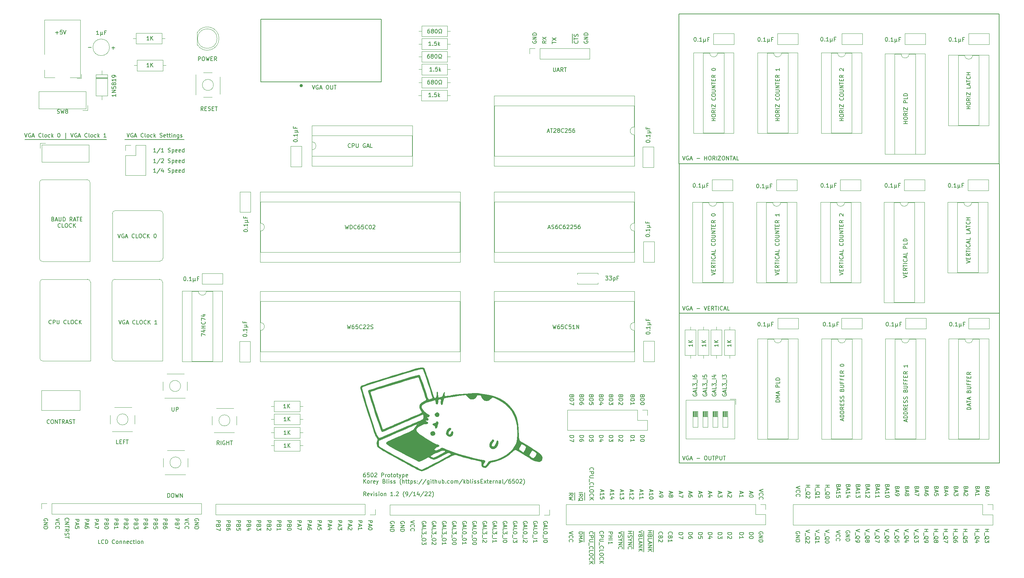
<source format=gbr>
%TF.GenerationSoftware,KiCad,Pcbnew,(6.0.7)*%
%TF.CreationDate,2022-09-15T06:49:02-04:00*%
%TF.ProjectId,6502,36353032-2e6b-4696-9361-645f70636258,1.2*%
%TF.SameCoordinates,Original*%
%TF.FileFunction,Legend,Top*%
%TF.FilePolarity,Positive*%
%FSLAX46Y46*%
G04 Gerber Fmt 4.6, Leading zero omitted, Abs format (unit mm)*
G04 Created by KiCad (PCBNEW (6.0.7)) date 2022-09-15 06:49:02*
%MOMM*%
%LPD*%
G01*
G04 APERTURE LIST*
%ADD10C,0.150000*%
%ADD11C,0.120000*%
%ADD12C,0.127000*%
%ADD13C,0.400000*%
G04 APERTURE END LIST*
D10*
X225247200Y-68559200D02*
X225247200Y-70997600D01*
X111064400Y-95559800D02*
X126161400Y-95559800D01*
X238362800Y-195688400D02*
X238362800Y-200279200D01*
X85572200Y-95559800D02*
X106349400Y-95610600D01*
X230918200Y-195865400D02*
X230918200Y-203987600D01*
X252516000Y-139992400D02*
X334202400Y-139992400D01*
X334202400Y-139992400D02*
X334202400Y-178244800D01*
X334202400Y-178244800D02*
X252516000Y-178244800D01*
X252516000Y-178244800D02*
X252516000Y-139992400D01*
X252516000Y-101740000D02*
X334202400Y-101740000D01*
X334202400Y-101740000D02*
X334202400Y-139992400D01*
X334202400Y-139992400D02*
X252516000Y-139992400D01*
X252516000Y-139992400D02*
X252516000Y-101740000D01*
X243493600Y-195554800D02*
X243493600Y-200939600D01*
X225864200Y-185753400D02*
X225864200Y-187753400D01*
X228253600Y-195790000D02*
X228253600Y-198348800D01*
X240801200Y-195605600D02*
X240801200Y-200196400D01*
X245932000Y-195434400D02*
X245932000Y-200939600D01*
X252465200Y-63487600D02*
X334151600Y-63487600D01*
X334151600Y-63487600D02*
X334151600Y-101740000D01*
X334151600Y-101740000D02*
X252465200Y-101740000D01*
X252465200Y-101740000D02*
X252465200Y-63487600D01*
X228364200Y-185753400D02*
X228364200Y-187753400D01*
X229776057Y-180042190D02*
X229728438Y-179994571D01*
X229680819Y-179851714D01*
X229680819Y-179756476D01*
X229728438Y-179613619D01*
X229823676Y-179518380D01*
X229918914Y-179470761D01*
X230109390Y-179423142D01*
X230252247Y-179423142D01*
X230442723Y-179470761D01*
X230537961Y-179518380D01*
X230633200Y-179613619D01*
X230680819Y-179756476D01*
X230680819Y-179851714D01*
X230633200Y-179994571D01*
X230585580Y-180042190D01*
X229680819Y-180470761D02*
X230680819Y-180470761D01*
X230680819Y-180851714D01*
X230633200Y-180946952D01*
X230585580Y-180994571D01*
X230490342Y-181042190D01*
X230347485Y-181042190D01*
X230252247Y-180994571D01*
X230204628Y-180946952D01*
X230157009Y-180851714D01*
X230157009Y-180470761D01*
X230680819Y-181470761D02*
X229871295Y-181470761D01*
X229776057Y-181518380D01*
X229728438Y-181566000D01*
X229680819Y-181661238D01*
X229680819Y-181851714D01*
X229728438Y-181946952D01*
X229776057Y-181994571D01*
X229871295Y-182042190D01*
X230680819Y-182042190D01*
X229585580Y-182280285D02*
X229585580Y-183042190D01*
X229776057Y-183851714D02*
X229728438Y-183804095D01*
X229680819Y-183661238D01*
X229680819Y-183566000D01*
X229728438Y-183423142D01*
X229823676Y-183327904D01*
X229918914Y-183280285D01*
X230109390Y-183232666D01*
X230252247Y-183232666D01*
X230442723Y-183280285D01*
X230537961Y-183327904D01*
X230633200Y-183423142D01*
X230680819Y-183566000D01*
X230680819Y-183661238D01*
X230633200Y-183804095D01*
X230585580Y-183851714D01*
X229680819Y-184756476D02*
X229680819Y-184280285D01*
X230680819Y-184280285D01*
X230680819Y-185280285D02*
X230680819Y-185470761D01*
X230633200Y-185566000D01*
X230537961Y-185661238D01*
X230347485Y-185708857D01*
X230014152Y-185708857D01*
X229823676Y-185661238D01*
X229728438Y-185566000D01*
X229680819Y-185470761D01*
X229680819Y-185280285D01*
X229728438Y-185185047D01*
X229823676Y-185089809D01*
X230014152Y-185042190D01*
X230347485Y-185042190D01*
X230537961Y-185089809D01*
X230633200Y-185185047D01*
X230680819Y-185280285D01*
X229776057Y-186708857D02*
X229728438Y-186661238D01*
X229680819Y-186518380D01*
X229680819Y-186423142D01*
X229728438Y-186280285D01*
X229823676Y-186185047D01*
X229918914Y-186137428D01*
X230109390Y-186089809D01*
X230252247Y-186089809D01*
X230442723Y-186137428D01*
X230537961Y-186185047D01*
X230633200Y-186280285D01*
X230680819Y-186423142D01*
X230680819Y-186518380D01*
X230633200Y-186661238D01*
X230585580Y-186708857D01*
X229680819Y-187137428D02*
X230680819Y-187137428D01*
X229680819Y-187708857D02*
X230252247Y-187280285D01*
X230680819Y-187708857D02*
X230109390Y-187137428D01*
X243972780Y-120179885D02*
X243972780Y-120084647D01*
X244020400Y-119989409D01*
X244068019Y-119941790D01*
X244163257Y-119894171D01*
X244353733Y-119846552D01*
X244591828Y-119846552D01*
X244782304Y-119894171D01*
X244877542Y-119941790D01*
X244925161Y-119989409D01*
X244972780Y-120084647D01*
X244972780Y-120179885D01*
X244925161Y-120275123D01*
X244877542Y-120322742D01*
X244782304Y-120370361D01*
X244591828Y-120417980D01*
X244353733Y-120417980D01*
X244163257Y-120370361D01*
X244068019Y-120322742D01*
X244020400Y-120275123D01*
X243972780Y-120179885D01*
X244877542Y-119417980D02*
X244925161Y-119370361D01*
X244972780Y-119417980D01*
X244925161Y-119465600D01*
X244877542Y-119417980D01*
X244972780Y-119417980D01*
X244972780Y-118417980D02*
X244972780Y-118989409D01*
X244972780Y-118703695D02*
X243972780Y-118703695D01*
X244115638Y-118798933D01*
X244210876Y-118894171D01*
X244258495Y-118989409D01*
X244306114Y-117989409D02*
X245306114Y-117989409D01*
X244829923Y-117513219D02*
X244925161Y-117465600D01*
X244972780Y-117370361D01*
X244829923Y-117989409D02*
X244925161Y-117941790D01*
X244972780Y-117846552D01*
X244972780Y-117656076D01*
X244925161Y-117560838D01*
X244829923Y-117513219D01*
X244306114Y-117513219D01*
X244448971Y-116608457D02*
X244448971Y-116941790D01*
X244972780Y-116941790D02*
X243972780Y-116941790D01*
X243972780Y-116465600D01*
X129810476Y-75455780D02*
X129810476Y-74455780D01*
X130191428Y-74455780D01*
X130286666Y-74503400D01*
X130334285Y-74551019D01*
X130381904Y-74646257D01*
X130381904Y-74789114D01*
X130334285Y-74884352D01*
X130286666Y-74931971D01*
X130191428Y-74979590D01*
X129810476Y-74979590D01*
X131000952Y-74455780D02*
X131191428Y-74455780D01*
X131286666Y-74503400D01*
X131381904Y-74598638D01*
X131429523Y-74789114D01*
X131429523Y-75122447D01*
X131381904Y-75312923D01*
X131286666Y-75408161D01*
X131191428Y-75455780D01*
X131000952Y-75455780D01*
X130905714Y-75408161D01*
X130810476Y-75312923D01*
X130762857Y-75122447D01*
X130762857Y-74789114D01*
X130810476Y-74598638D01*
X130905714Y-74503400D01*
X131000952Y-74455780D01*
X131762857Y-74455780D02*
X132000952Y-75455780D01*
X132191428Y-74741495D01*
X132381904Y-75455780D01*
X132620000Y-74455780D01*
X133000952Y-74931971D02*
X133334285Y-74931971D01*
X133477142Y-75455780D02*
X133000952Y-75455780D01*
X133000952Y-74455780D01*
X133477142Y-74455780D01*
X134477142Y-75455780D02*
X134143809Y-74979590D01*
X133905714Y-75455780D02*
X133905714Y-74455780D01*
X134286666Y-74455780D01*
X134381904Y-74503400D01*
X134429523Y-74551019D01*
X134477142Y-74646257D01*
X134477142Y-74789114D01*
X134429523Y-74884352D01*
X134381904Y-74931971D01*
X134286666Y-74979590D01*
X133905714Y-74979590D01*
X289496314Y-142256180D02*
X289591552Y-142256180D01*
X289686790Y-142303800D01*
X289734409Y-142351419D01*
X289782028Y-142446657D01*
X289829647Y-142637133D01*
X289829647Y-142875228D01*
X289782028Y-143065704D01*
X289734409Y-143160942D01*
X289686790Y-143208561D01*
X289591552Y-143256180D01*
X289496314Y-143256180D01*
X289401076Y-143208561D01*
X289353457Y-143160942D01*
X289305838Y-143065704D01*
X289258219Y-142875228D01*
X289258219Y-142637133D01*
X289305838Y-142446657D01*
X289353457Y-142351419D01*
X289401076Y-142303800D01*
X289496314Y-142256180D01*
X290258219Y-143160942D02*
X290305838Y-143208561D01*
X290258219Y-143256180D01*
X290210600Y-143208561D01*
X290258219Y-143160942D01*
X290258219Y-143256180D01*
X291258219Y-143256180D02*
X290686790Y-143256180D01*
X290972504Y-143256180D02*
X290972504Y-142256180D01*
X290877266Y-142399038D01*
X290782028Y-142494276D01*
X290686790Y-142541895D01*
X291686790Y-142589514D02*
X291686790Y-143589514D01*
X292162980Y-143113323D02*
X292210600Y-143208561D01*
X292305838Y-143256180D01*
X291686790Y-143113323D02*
X291734409Y-143208561D01*
X291829647Y-143256180D01*
X292020123Y-143256180D01*
X292115361Y-143208561D01*
X292162980Y-143113323D01*
X292162980Y-142589514D01*
X293067742Y-142732371D02*
X292734409Y-142732371D01*
X292734409Y-143256180D02*
X292734409Y-142256180D01*
X293210600Y-142256180D01*
X330552819Y-195188333D02*
X331552819Y-195188333D01*
X331076628Y-195188333D02*
X331076628Y-195759761D01*
X330552819Y-195759761D02*
X331552819Y-195759761D01*
X330457580Y-195997857D02*
X330457580Y-196759761D01*
X330457580Y-197664523D02*
X330505200Y-197569285D01*
X330600438Y-197474047D01*
X330743295Y-197331190D01*
X330790914Y-197235952D01*
X330790914Y-197140714D01*
X330552819Y-197188333D02*
X330600438Y-197093095D01*
X330695676Y-196997857D01*
X330886152Y-196950238D01*
X331219485Y-196950238D01*
X331409961Y-196997857D01*
X331505200Y-197093095D01*
X331552819Y-197188333D01*
X331552819Y-197378809D01*
X331505200Y-197474047D01*
X331409961Y-197569285D01*
X331219485Y-197616904D01*
X330886152Y-197616904D01*
X330695676Y-197569285D01*
X330600438Y-197474047D01*
X330552819Y-197378809D01*
X330552819Y-197188333D01*
X331552819Y-197950238D02*
X331552819Y-198569285D01*
X331171866Y-198235952D01*
X331171866Y-198378809D01*
X331124247Y-198474047D01*
X331076628Y-198521666D01*
X330981390Y-198569285D01*
X330743295Y-198569285D01*
X330648057Y-198521666D01*
X330600438Y-198474047D01*
X330552819Y-198378809D01*
X330552819Y-198093095D01*
X330600438Y-197997857D01*
X330648057Y-197950238D01*
X253375732Y-176427180D02*
X253709065Y-177427180D01*
X254042399Y-176427180D01*
X254899542Y-176474800D02*
X254804303Y-176427180D01*
X254661446Y-176427180D01*
X254518589Y-176474800D01*
X254423351Y-176570038D01*
X254375732Y-176665276D01*
X254328113Y-176855752D01*
X254328113Y-176998609D01*
X254375732Y-177189085D01*
X254423351Y-177284323D01*
X254518589Y-177379561D01*
X254661446Y-177427180D01*
X254756684Y-177427180D01*
X254899542Y-177379561D01*
X254947161Y-177331942D01*
X254947161Y-176998609D01*
X254756684Y-176998609D01*
X255328113Y-177141466D02*
X255804303Y-177141466D01*
X255232875Y-177427180D02*
X255566208Y-176427180D01*
X255899542Y-177427180D01*
X256994780Y-177046228D02*
X257756684Y-177046228D01*
X259185256Y-176427180D02*
X259375732Y-176427180D01*
X259470970Y-176474800D01*
X259566208Y-176570038D01*
X259613827Y-176760514D01*
X259613827Y-177093847D01*
X259566208Y-177284323D01*
X259470970Y-177379561D01*
X259375732Y-177427180D01*
X259185256Y-177427180D01*
X259090018Y-177379561D01*
X258994780Y-177284323D01*
X258947161Y-177093847D01*
X258947161Y-176760514D01*
X258994780Y-176570038D01*
X259090018Y-176474800D01*
X259185256Y-176427180D01*
X260042399Y-176427180D02*
X260042399Y-177236704D01*
X260090018Y-177331942D01*
X260137637Y-177379561D01*
X260232875Y-177427180D01*
X260423351Y-177427180D01*
X260518589Y-177379561D01*
X260566208Y-177331942D01*
X260613827Y-177236704D01*
X260613827Y-176427180D01*
X260947161Y-176427180D02*
X261518589Y-176427180D01*
X261232875Y-177427180D02*
X261232875Y-176427180D01*
X261851923Y-177427180D02*
X261851923Y-176427180D01*
X262232875Y-176427180D01*
X262328113Y-176474800D01*
X262375732Y-176522419D01*
X262423351Y-176617657D01*
X262423351Y-176760514D01*
X262375732Y-176855752D01*
X262328113Y-176903371D01*
X262232875Y-176950990D01*
X261851923Y-176950990D01*
X262851923Y-176427180D02*
X262851923Y-177236704D01*
X262899542Y-177331942D01*
X262947161Y-177379561D01*
X263042399Y-177427180D01*
X263232875Y-177427180D01*
X263328113Y-177379561D01*
X263375732Y-177331942D01*
X263423351Y-177236704D01*
X263423351Y-176427180D01*
X263756684Y-176427180D02*
X264328113Y-176427180D01*
X264042399Y-177427180D02*
X264042399Y-176427180D01*
X139594861Y-192924504D02*
X140594861Y-192924504D01*
X140594861Y-193305457D01*
X140547242Y-193400695D01*
X140499622Y-193448314D01*
X140404384Y-193495933D01*
X140261527Y-193495933D01*
X140166289Y-193448314D01*
X140118670Y-193400695D01*
X140071051Y-193305457D01*
X140071051Y-192924504D01*
X140118670Y-194257838D02*
X140071051Y-194400695D01*
X140023432Y-194448314D01*
X139928194Y-194495933D01*
X139785337Y-194495933D01*
X139690099Y-194448314D01*
X139642480Y-194400695D01*
X139594861Y-194305457D01*
X139594861Y-193924504D01*
X140594861Y-193924504D01*
X140594861Y-194257838D01*
X140547242Y-194353076D01*
X140499622Y-194400695D01*
X140404384Y-194448314D01*
X140309146Y-194448314D01*
X140213908Y-194400695D01*
X140166289Y-194353076D01*
X140118670Y-194257838D01*
X140118670Y-193924504D01*
X140594861Y-195400695D02*
X140594861Y-194924504D01*
X140118670Y-194876885D01*
X140166289Y-194924504D01*
X140213908Y-195019742D01*
X140213908Y-195257838D01*
X140166289Y-195353076D01*
X140118670Y-195400695D01*
X140023432Y-195448314D01*
X139785337Y-195448314D01*
X139690099Y-195400695D01*
X139642480Y-195353076D01*
X139594861Y-195257838D01*
X139594861Y-195019742D01*
X139642480Y-194924504D01*
X139690099Y-194876885D01*
X310665828Y-184540866D02*
X310618209Y-184683723D01*
X310570590Y-184731342D01*
X310475352Y-184778961D01*
X310332495Y-184778961D01*
X310237257Y-184731342D01*
X310189638Y-184683723D01*
X310142019Y-184588485D01*
X310142019Y-184207533D01*
X311142019Y-184207533D01*
X311142019Y-184540866D01*
X311094400Y-184636104D01*
X311046780Y-184683723D01*
X310951542Y-184731342D01*
X310856304Y-184731342D01*
X310761066Y-184683723D01*
X310713447Y-184636104D01*
X310665828Y-184540866D01*
X310665828Y-184207533D01*
X310427733Y-185159914D02*
X310427733Y-185636104D01*
X310142019Y-185064676D02*
X311142019Y-185398009D01*
X310142019Y-185731342D01*
X310713447Y-186207533D02*
X310761066Y-186112295D01*
X310808685Y-186064676D01*
X310903923Y-186017057D01*
X310951542Y-186017057D01*
X311046780Y-186064676D01*
X311094400Y-186112295D01*
X311142019Y-186207533D01*
X311142019Y-186398009D01*
X311094400Y-186493247D01*
X311046780Y-186540866D01*
X310951542Y-186588485D01*
X310903923Y-186588485D01*
X310808685Y-186540866D01*
X310761066Y-186493247D01*
X310713447Y-186398009D01*
X310713447Y-186207533D01*
X310665828Y-186112295D01*
X310618209Y-186064676D01*
X310522971Y-186017057D01*
X310332495Y-186017057D01*
X310237257Y-186064676D01*
X310189638Y-186112295D01*
X310142019Y-186207533D01*
X310142019Y-186398009D01*
X310189638Y-186493247D01*
X310237257Y-186540866D01*
X310332495Y-186588485D01*
X310522971Y-186588485D01*
X310618209Y-186540866D01*
X310665828Y-186493247D01*
X310713447Y-186398009D01*
X118967266Y-98806180D02*
X118395838Y-98806180D01*
X118681552Y-98806180D02*
X118681552Y-97806180D01*
X118586314Y-97949038D01*
X118491076Y-98044276D01*
X118395838Y-98091895D01*
X120110123Y-97758561D02*
X119252980Y-99044276D01*
X120967266Y-98806180D02*
X120395838Y-98806180D01*
X120681552Y-98806180D02*
X120681552Y-97806180D01*
X120586314Y-97949038D01*
X120491076Y-98044276D01*
X120395838Y-98091895D01*
X122110123Y-98758561D02*
X122252980Y-98806180D01*
X122491076Y-98806180D01*
X122586314Y-98758561D01*
X122633933Y-98710942D01*
X122681552Y-98615704D01*
X122681552Y-98520466D01*
X122633933Y-98425228D01*
X122586314Y-98377609D01*
X122491076Y-98329990D01*
X122300600Y-98282371D01*
X122205361Y-98234752D01*
X122157742Y-98187133D01*
X122110123Y-98091895D01*
X122110123Y-97996657D01*
X122157742Y-97901419D01*
X122205361Y-97853800D01*
X122300600Y-97806180D01*
X122538695Y-97806180D01*
X122681552Y-97853800D01*
X123110123Y-98139514D02*
X123110123Y-99139514D01*
X123110123Y-98187133D02*
X123205361Y-98139514D01*
X123395838Y-98139514D01*
X123491076Y-98187133D01*
X123538695Y-98234752D01*
X123586314Y-98329990D01*
X123586314Y-98615704D01*
X123538695Y-98710942D01*
X123491076Y-98758561D01*
X123395838Y-98806180D01*
X123205361Y-98806180D01*
X123110123Y-98758561D01*
X124395838Y-98758561D02*
X124300600Y-98806180D01*
X124110123Y-98806180D01*
X124014885Y-98758561D01*
X123967266Y-98663323D01*
X123967266Y-98282371D01*
X124014885Y-98187133D01*
X124110123Y-98139514D01*
X124300600Y-98139514D01*
X124395838Y-98187133D01*
X124443457Y-98282371D01*
X124443457Y-98377609D01*
X123967266Y-98472847D01*
X125252980Y-98758561D02*
X125157742Y-98806180D01*
X124967266Y-98806180D01*
X124872028Y-98758561D01*
X124824409Y-98663323D01*
X124824409Y-98282371D01*
X124872028Y-98187133D01*
X124967266Y-98139514D01*
X125157742Y-98139514D01*
X125252980Y-98187133D01*
X125300600Y-98282371D01*
X125300600Y-98377609D01*
X124824409Y-98472847D01*
X126157742Y-98806180D02*
X126157742Y-97806180D01*
X126157742Y-98758561D02*
X126062504Y-98806180D01*
X125872028Y-98806180D01*
X125776790Y-98758561D01*
X125729171Y-98710942D01*
X125681552Y-98615704D01*
X125681552Y-98329990D01*
X125729171Y-98234752D01*
X125776790Y-98187133D01*
X125872028Y-98139514D01*
X126062504Y-98139514D01*
X126157742Y-98187133D01*
X240197533Y-185062923D02*
X240197533Y-185539114D01*
X239911819Y-184967685D02*
X240911819Y-185301019D01*
X239911819Y-185634352D01*
X239911819Y-186491495D02*
X239911819Y-185920066D01*
X239911819Y-186205780D02*
X240911819Y-186205780D01*
X240768961Y-186110542D01*
X240673723Y-186015304D01*
X240626104Y-185920066D01*
X240816580Y-186872447D02*
X240864200Y-186920066D01*
X240911819Y-187015304D01*
X240911819Y-187253400D01*
X240864200Y-187348638D01*
X240816580Y-187396257D01*
X240721342Y-187443876D01*
X240626104Y-187443876D01*
X240483247Y-187396257D01*
X239911819Y-186824828D01*
X239911819Y-187443876D01*
X167301066Y-117449980D02*
X167539161Y-118449980D01*
X167729638Y-117735695D01*
X167920114Y-118449980D01*
X168158209Y-117449980D01*
X168539161Y-118449980D02*
X168539161Y-117449980D01*
X168777257Y-117449980D01*
X168920114Y-117497600D01*
X169015352Y-117592838D01*
X169062971Y-117688076D01*
X169110590Y-117878552D01*
X169110590Y-118021409D01*
X169062971Y-118211885D01*
X169015352Y-118307123D01*
X168920114Y-118402361D01*
X168777257Y-118449980D01*
X168539161Y-118449980D01*
X170110590Y-118354742D02*
X170062971Y-118402361D01*
X169920114Y-118449980D01*
X169824876Y-118449980D01*
X169682019Y-118402361D01*
X169586780Y-118307123D01*
X169539161Y-118211885D01*
X169491542Y-118021409D01*
X169491542Y-117878552D01*
X169539161Y-117688076D01*
X169586780Y-117592838D01*
X169682019Y-117497600D01*
X169824876Y-117449980D01*
X169920114Y-117449980D01*
X170062971Y-117497600D01*
X170110590Y-117545219D01*
X170967733Y-117449980D02*
X170777257Y-117449980D01*
X170682019Y-117497600D01*
X170634400Y-117545219D01*
X170539161Y-117688076D01*
X170491542Y-117878552D01*
X170491542Y-118259504D01*
X170539161Y-118354742D01*
X170586780Y-118402361D01*
X170682019Y-118449980D01*
X170872495Y-118449980D01*
X170967733Y-118402361D01*
X171015352Y-118354742D01*
X171062971Y-118259504D01*
X171062971Y-118021409D01*
X171015352Y-117926171D01*
X170967733Y-117878552D01*
X170872495Y-117830933D01*
X170682019Y-117830933D01*
X170586780Y-117878552D01*
X170539161Y-117926171D01*
X170491542Y-118021409D01*
X171967733Y-117449980D02*
X171491542Y-117449980D01*
X171443923Y-117926171D01*
X171491542Y-117878552D01*
X171586780Y-117830933D01*
X171824876Y-117830933D01*
X171920114Y-117878552D01*
X171967733Y-117926171D01*
X172015352Y-118021409D01*
X172015352Y-118259504D01*
X171967733Y-118354742D01*
X171920114Y-118402361D01*
X171824876Y-118449980D01*
X171586780Y-118449980D01*
X171491542Y-118402361D01*
X171443923Y-118354742D01*
X173015352Y-118354742D02*
X172967733Y-118402361D01*
X172824876Y-118449980D01*
X172729638Y-118449980D01*
X172586780Y-118402361D01*
X172491542Y-118307123D01*
X172443923Y-118211885D01*
X172396304Y-118021409D01*
X172396304Y-117878552D01*
X172443923Y-117688076D01*
X172491542Y-117592838D01*
X172586780Y-117497600D01*
X172729638Y-117449980D01*
X172824876Y-117449980D01*
X172967733Y-117497600D01*
X173015352Y-117545219D01*
X173634400Y-117449980D02*
X173729638Y-117449980D01*
X173824876Y-117497600D01*
X173872495Y-117545219D01*
X173920114Y-117640457D01*
X173967733Y-117830933D01*
X173967733Y-118069028D01*
X173920114Y-118259504D01*
X173872495Y-118354742D01*
X173824876Y-118402361D01*
X173729638Y-118449980D01*
X173634400Y-118449980D01*
X173539161Y-118402361D01*
X173491542Y-118354742D01*
X173443923Y-118259504D01*
X173396304Y-118069028D01*
X173396304Y-117830933D01*
X173443923Y-117640457D01*
X173491542Y-117545219D01*
X173539161Y-117497600D01*
X173634400Y-117449980D01*
X174348685Y-117545219D02*
X174396304Y-117497600D01*
X174491542Y-117449980D01*
X174729638Y-117449980D01*
X174824876Y-117497600D01*
X174872495Y-117545219D01*
X174920114Y-117640457D01*
X174920114Y-117735695D01*
X174872495Y-117878552D01*
X174301066Y-118449980D01*
X174920114Y-118449980D01*
X259267580Y-147877485D02*
X259267580Y-148448914D01*
X259267580Y-148163200D02*
X258267580Y-148163200D01*
X258410438Y-148258438D01*
X258505676Y-148353676D01*
X258553295Y-148448914D01*
X259267580Y-147448914D02*
X258267580Y-147448914D01*
X259267580Y-146877485D02*
X258696152Y-147306057D01*
X258267580Y-146877485D02*
X258839009Y-147448914D01*
X294272866Y-167391685D02*
X294272866Y-166915495D01*
X294558580Y-167486923D02*
X293558580Y-167153590D01*
X294558580Y-166820257D01*
X294558580Y-166486923D02*
X293558580Y-166486923D01*
X293558580Y-166248828D01*
X293606200Y-166105971D01*
X293701438Y-166010733D01*
X293796676Y-165963114D01*
X293987152Y-165915495D01*
X294130009Y-165915495D01*
X294320485Y-165963114D01*
X294415723Y-166010733D01*
X294510961Y-166105971D01*
X294558580Y-166248828D01*
X294558580Y-166486923D01*
X294558580Y-165486923D02*
X293558580Y-165486923D01*
X293558580Y-165248828D01*
X293606200Y-165105971D01*
X293701438Y-165010733D01*
X293796676Y-164963114D01*
X293987152Y-164915495D01*
X294130009Y-164915495D01*
X294320485Y-164963114D01*
X294415723Y-165010733D01*
X294510961Y-165105971D01*
X294558580Y-165248828D01*
X294558580Y-165486923D01*
X294558580Y-163915495D02*
X294082390Y-164248828D01*
X294558580Y-164486923D02*
X293558580Y-164486923D01*
X293558580Y-164105971D01*
X293606200Y-164010733D01*
X293653819Y-163963114D01*
X293749057Y-163915495D01*
X293891914Y-163915495D01*
X293987152Y-163963114D01*
X294034771Y-164010733D01*
X294082390Y-164105971D01*
X294082390Y-164486923D01*
X294034771Y-163486923D02*
X294034771Y-163153590D01*
X294558580Y-163010733D02*
X294558580Y-163486923D01*
X293558580Y-163486923D01*
X293558580Y-163010733D01*
X294510961Y-162629780D02*
X294558580Y-162486923D01*
X294558580Y-162248828D01*
X294510961Y-162153590D01*
X294463342Y-162105971D01*
X294368104Y-162058352D01*
X294272866Y-162058352D01*
X294177628Y-162105971D01*
X294130009Y-162153590D01*
X294082390Y-162248828D01*
X294034771Y-162439304D01*
X293987152Y-162534542D01*
X293939533Y-162582161D01*
X293844295Y-162629780D01*
X293749057Y-162629780D01*
X293653819Y-162582161D01*
X293606200Y-162534542D01*
X293558580Y-162439304D01*
X293558580Y-162201209D01*
X293606200Y-162058352D01*
X294510961Y-161677400D02*
X294558580Y-161534542D01*
X294558580Y-161296447D01*
X294510961Y-161201209D01*
X294463342Y-161153590D01*
X294368104Y-161105971D01*
X294272866Y-161105971D01*
X294177628Y-161153590D01*
X294130009Y-161201209D01*
X294082390Y-161296447D01*
X294034771Y-161486923D01*
X293987152Y-161582161D01*
X293939533Y-161629780D01*
X293844295Y-161677400D01*
X293749057Y-161677400D01*
X293653819Y-161629780D01*
X293606200Y-161582161D01*
X293558580Y-161486923D01*
X293558580Y-161248828D01*
X293606200Y-161105971D01*
X294034771Y-159582161D02*
X294082390Y-159439304D01*
X294130009Y-159391685D01*
X294225247Y-159344066D01*
X294368104Y-159344066D01*
X294463342Y-159391685D01*
X294510961Y-159439304D01*
X294558580Y-159534542D01*
X294558580Y-159915495D01*
X293558580Y-159915495D01*
X293558580Y-159582161D01*
X293606200Y-159486923D01*
X293653819Y-159439304D01*
X293749057Y-159391685D01*
X293844295Y-159391685D01*
X293939533Y-159439304D01*
X293987152Y-159486923D01*
X294034771Y-159582161D01*
X294034771Y-159915495D01*
X293558580Y-158915495D02*
X294368104Y-158915495D01*
X294463342Y-158867876D01*
X294510961Y-158820257D01*
X294558580Y-158725019D01*
X294558580Y-158534542D01*
X294510961Y-158439304D01*
X294463342Y-158391685D01*
X294368104Y-158344066D01*
X293558580Y-158344066D01*
X294034771Y-157534542D02*
X294034771Y-157867876D01*
X294558580Y-157867876D02*
X293558580Y-157867876D01*
X293558580Y-157391685D01*
X294034771Y-156677400D02*
X294034771Y-157010733D01*
X294558580Y-157010733D02*
X293558580Y-157010733D01*
X293558580Y-156534542D01*
X294034771Y-156153590D02*
X294034771Y-155820257D01*
X294558580Y-155677400D02*
X294558580Y-156153590D01*
X293558580Y-156153590D01*
X293558580Y-155677400D01*
X294558580Y-154677400D02*
X294082390Y-155010733D01*
X294558580Y-155248828D02*
X293558580Y-155248828D01*
X293558580Y-154867876D01*
X293606200Y-154772638D01*
X293653819Y-154725019D01*
X293749057Y-154677400D01*
X293891914Y-154677400D01*
X293987152Y-154725019D01*
X294034771Y-154772638D01*
X294082390Y-154867876D01*
X294082390Y-155248828D01*
X293558580Y-153296447D02*
X293558580Y-153201209D01*
X293606200Y-153105971D01*
X293653819Y-153058352D01*
X293749057Y-153010733D01*
X293939533Y-152963114D01*
X294177628Y-152963114D01*
X294368104Y-153010733D01*
X294463342Y-153058352D01*
X294510961Y-153105971D01*
X294558580Y-153201209D01*
X294558580Y-153296447D01*
X294510961Y-153391685D01*
X294463342Y-153439304D01*
X294368104Y-153486923D01*
X294177628Y-153534542D01*
X293939533Y-153534542D01*
X293749057Y-153486923D01*
X293653819Y-153439304D01*
X293606200Y-153391685D01*
X293558580Y-153296447D01*
X247365057Y-196444733D02*
X247317438Y-196397114D01*
X247269819Y-196254257D01*
X247269819Y-196159019D01*
X247317438Y-196016161D01*
X247412676Y-195920923D01*
X247507914Y-195873304D01*
X247698390Y-195825685D01*
X247841247Y-195825685D01*
X248031723Y-195873304D01*
X248126961Y-195920923D01*
X248222200Y-196016161D01*
X248269819Y-196159019D01*
X248269819Y-196254257D01*
X248222200Y-196397114D01*
X248174580Y-196444733D01*
X247793628Y-197206638D02*
X247746009Y-197349495D01*
X247698390Y-197397114D01*
X247603152Y-197444733D01*
X247460295Y-197444733D01*
X247365057Y-197397114D01*
X247317438Y-197349495D01*
X247269819Y-197254257D01*
X247269819Y-196873304D01*
X248269819Y-196873304D01*
X248269819Y-197206638D01*
X248222200Y-197301876D01*
X248174580Y-197349495D01*
X248079342Y-197397114D01*
X247984104Y-197397114D01*
X247888866Y-197349495D01*
X247841247Y-197301876D01*
X247793628Y-197206638D01*
X247793628Y-196873304D01*
X248174580Y-197825685D02*
X248222200Y-197873304D01*
X248269819Y-197968542D01*
X248269819Y-198206638D01*
X248222200Y-198301876D01*
X248174580Y-198349495D01*
X248079342Y-198397114D01*
X247984104Y-198397114D01*
X247841247Y-198349495D01*
X247269819Y-197778066D01*
X247269819Y-198397114D01*
X193006200Y-193664428D02*
X193053819Y-193569190D01*
X193053819Y-193426333D01*
X193006200Y-193283476D01*
X192910961Y-193188238D01*
X192815723Y-193140619D01*
X192625247Y-193093000D01*
X192482390Y-193093000D01*
X192291914Y-193140619D01*
X192196676Y-193188238D01*
X192101438Y-193283476D01*
X192053819Y-193426333D01*
X192053819Y-193521571D01*
X192101438Y-193664428D01*
X192149057Y-193712047D01*
X192482390Y-193712047D01*
X192482390Y-193521571D01*
X192339533Y-194093000D02*
X192339533Y-194569190D01*
X192053819Y-193997761D02*
X193053819Y-194331095D01*
X192053819Y-194664428D01*
X192053819Y-195473952D02*
X192053819Y-194997761D01*
X193053819Y-194997761D01*
X193053819Y-195712047D02*
X193053819Y-196331095D01*
X192672866Y-195997761D01*
X192672866Y-196140619D01*
X192625247Y-196235857D01*
X192577628Y-196283476D01*
X192482390Y-196331095D01*
X192244295Y-196331095D01*
X192149057Y-196283476D01*
X192101438Y-196235857D01*
X192053819Y-196140619D01*
X192053819Y-195854904D01*
X192101438Y-195759666D01*
X192149057Y-195712047D01*
X191958580Y-196521571D02*
X191958580Y-197283476D01*
X193053819Y-197712047D02*
X193053819Y-197902523D01*
X193006200Y-197997761D01*
X192910961Y-198093000D01*
X192720485Y-198140619D01*
X192387152Y-198140619D01*
X192196676Y-198093000D01*
X192101438Y-197997761D01*
X192053819Y-197902523D01*
X192053819Y-197712047D01*
X192101438Y-197616809D01*
X192196676Y-197521571D01*
X192387152Y-197473952D01*
X192720485Y-197473952D01*
X192910961Y-197521571D01*
X193006200Y-197616809D01*
X193053819Y-197712047D01*
X192053819Y-199093000D02*
X192053819Y-198521571D01*
X192053819Y-198807285D02*
X193053819Y-198807285D01*
X192910961Y-198712047D01*
X192815723Y-198616809D01*
X192768104Y-198521571D01*
X173199679Y-192924505D02*
X174199679Y-192924505D01*
X174199679Y-193305457D01*
X174152060Y-193400695D01*
X174104440Y-193448314D01*
X174009202Y-193495933D01*
X173866345Y-193495933D01*
X173771107Y-193448314D01*
X173723488Y-193400695D01*
X173675869Y-193305457D01*
X173675869Y-192924505D01*
X173485393Y-193876886D02*
X173485393Y-194353076D01*
X173199679Y-193781648D02*
X174199679Y-194114981D01*
X173199679Y-194448314D01*
X174199679Y-194972124D02*
X174199679Y-195067362D01*
X174152060Y-195162600D01*
X174104440Y-195210219D01*
X174009202Y-195257838D01*
X173818726Y-195305457D01*
X173580631Y-195305457D01*
X173390155Y-195257838D01*
X173294917Y-195210219D01*
X173247298Y-195162600D01*
X173199679Y-195067362D01*
X173199679Y-194972124D01*
X173247298Y-194876886D01*
X173294917Y-194829267D01*
X173390155Y-194781648D01*
X173580631Y-194734029D01*
X173818726Y-194734029D01*
X174009202Y-194781648D01*
X174104440Y-194829267D01*
X174152060Y-194876886D01*
X174199679Y-194972124D01*
X318165828Y-184540866D02*
X318118209Y-184683723D01*
X318070590Y-184731342D01*
X317975352Y-184778961D01*
X317832495Y-184778961D01*
X317737257Y-184731342D01*
X317689638Y-184683723D01*
X317642019Y-184588485D01*
X317642019Y-184207533D01*
X318642019Y-184207533D01*
X318642019Y-184540866D01*
X318594400Y-184636104D01*
X318546780Y-184683723D01*
X318451542Y-184731342D01*
X318356304Y-184731342D01*
X318261066Y-184683723D01*
X318213447Y-184636104D01*
X318165828Y-184540866D01*
X318165828Y-184207533D01*
X317927733Y-185159914D02*
X317927733Y-185636104D01*
X317642019Y-185064676D02*
X318642019Y-185398009D01*
X317642019Y-185731342D01*
X318642019Y-186540866D02*
X318642019Y-186064676D01*
X318165828Y-186017057D01*
X318213447Y-186064676D01*
X318261066Y-186159914D01*
X318261066Y-186398009D01*
X318213447Y-186493247D01*
X318165828Y-186540866D01*
X318070590Y-186588485D01*
X317832495Y-186588485D01*
X317737257Y-186540866D01*
X317689638Y-186493247D01*
X317642019Y-186398009D01*
X317642019Y-186159914D01*
X317689638Y-186064676D01*
X317737257Y-186017057D01*
X254911819Y-196015304D02*
X255911819Y-196015304D01*
X255911819Y-196253400D01*
X255864200Y-196396257D01*
X255768961Y-196491495D01*
X255673723Y-196539114D01*
X255483247Y-196586733D01*
X255340390Y-196586733D01*
X255149914Y-196539114D01*
X255054676Y-196491495D01*
X254959438Y-196396257D01*
X254911819Y-196253400D01*
X254911819Y-196015304D01*
X255911819Y-197443876D02*
X255911819Y-197253400D01*
X255864200Y-197158161D01*
X255816580Y-197110542D01*
X255673723Y-197015304D01*
X255483247Y-196967685D01*
X255102295Y-196967685D01*
X255007057Y-197015304D01*
X254959438Y-197062923D01*
X254911819Y-197158161D01*
X254911819Y-197348638D01*
X254959438Y-197443876D01*
X255007057Y-197491495D01*
X255102295Y-197539114D01*
X255340390Y-197539114D01*
X255435628Y-197491495D01*
X255483247Y-197443876D01*
X255530866Y-197348638D01*
X255530866Y-197158161D01*
X255483247Y-197062923D01*
X255435628Y-197015304D01*
X255340390Y-196967685D01*
X259911819Y-196015304D02*
X260911819Y-196015304D01*
X260911819Y-196253400D01*
X260864200Y-196396257D01*
X260768961Y-196491495D01*
X260673723Y-196539114D01*
X260483247Y-196586733D01*
X260340390Y-196586733D01*
X260149914Y-196539114D01*
X260054676Y-196491495D01*
X259959438Y-196396257D01*
X259911819Y-196253400D01*
X259911819Y-196015304D01*
X260578485Y-197443876D02*
X259911819Y-197443876D01*
X260959438Y-197205780D02*
X260245152Y-196967685D01*
X260245152Y-197586733D01*
X294456980Y-90796466D02*
X293456980Y-90796466D01*
X293933171Y-90796466D02*
X293933171Y-90225038D01*
X294456980Y-90225038D02*
X293456980Y-90225038D01*
X293456980Y-89558371D02*
X293456980Y-89367895D01*
X293504600Y-89272657D01*
X293599838Y-89177419D01*
X293790314Y-89129800D01*
X294123647Y-89129800D01*
X294314123Y-89177419D01*
X294409361Y-89272657D01*
X294456980Y-89367895D01*
X294456980Y-89558371D01*
X294409361Y-89653609D01*
X294314123Y-89748847D01*
X294123647Y-89796466D01*
X293790314Y-89796466D01*
X293599838Y-89748847D01*
X293504600Y-89653609D01*
X293456980Y-89558371D01*
X294456980Y-88129800D02*
X293980790Y-88463133D01*
X294456980Y-88701228D02*
X293456980Y-88701228D01*
X293456980Y-88320276D01*
X293504600Y-88225038D01*
X293552219Y-88177419D01*
X293647457Y-88129800D01*
X293790314Y-88129800D01*
X293885552Y-88177419D01*
X293933171Y-88225038D01*
X293980790Y-88320276D01*
X293980790Y-88701228D01*
X294456980Y-87701228D02*
X293456980Y-87701228D01*
X293456980Y-87320276D02*
X293456980Y-86653609D01*
X294456980Y-87320276D01*
X294456980Y-86653609D01*
X294361742Y-84939323D02*
X294409361Y-84986942D01*
X294456980Y-85129800D01*
X294456980Y-85225038D01*
X294409361Y-85367895D01*
X294314123Y-85463133D01*
X294218885Y-85510752D01*
X294028409Y-85558371D01*
X293885552Y-85558371D01*
X293695076Y-85510752D01*
X293599838Y-85463133D01*
X293504600Y-85367895D01*
X293456980Y-85225038D01*
X293456980Y-85129800D01*
X293504600Y-84986942D01*
X293552219Y-84939323D01*
X293456980Y-84320276D02*
X293456980Y-84129800D01*
X293504600Y-84034561D01*
X293599838Y-83939323D01*
X293790314Y-83891704D01*
X294123647Y-83891704D01*
X294314123Y-83939323D01*
X294409361Y-84034561D01*
X294456980Y-84129800D01*
X294456980Y-84320276D01*
X294409361Y-84415514D01*
X294314123Y-84510752D01*
X294123647Y-84558371D01*
X293790314Y-84558371D01*
X293599838Y-84510752D01*
X293504600Y-84415514D01*
X293456980Y-84320276D01*
X293456980Y-83463133D02*
X294266504Y-83463133D01*
X294361742Y-83415514D01*
X294409361Y-83367895D01*
X294456980Y-83272657D01*
X294456980Y-83082180D01*
X294409361Y-82986942D01*
X294361742Y-82939323D01*
X294266504Y-82891704D01*
X293456980Y-82891704D01*
X294456980Y-82415514D02*
X293456980Y-82415514D01*
X294456980Y-81844085D01*
X293456980Y-81844085D01*
X293456980Y-81510752D02*
X293456980Y-80939323D01*
X294456980Y-81225038D02*
X293456980Y-81225038D01*
X293933171Y-80605990D02*
X293933171Y-80272657D01*
X294456980Y-80129800D02*
X294456980Y-80605990D01*
X293456980Y-80605990D01*
X293456980Y-80129800D01*
X294456980Y-79129800D02*
X293980790Y-79463133D01*
X294456980Y-79701228D02*
X293456980Y-79701228D01*
X293456980Y-79320276D01*
X293504600Y-79225038D01*
X293552219Y-79177419D01*
X293647457Y-79129800D01*
X293790314Y-79129800D01*
X293885552Y-79177419D01*
X293933171Y-79225038D01*
X293980790Y-79320276D01*
X293980790Y-79701228D01*
X293552219Y-77986942D02*
X293504600Y-77939323D01*
X293456980Y-77844085D01*
X293456980Y-77605990D01*
X293504600Y-77510752D01*
X293552219Y-77463133D01*
X293647457Y-77415514D01*
X293742695Y-77415514D01*
X293885552Y-77463133D01*
X294456980Y-78034561D01*
X294456980Y-77415514D01*
X272833914Y-69510580D02*
X272929152Y-69510580D01*
X273024390Y-69558200D01*
X273072009Y-69605819D01*
X273119628Y-69701057D01*
X273167247Y-69891533D01*
X273167247Y-70129628D01*
X273119628Y-70320104D01*
X273072009Y-70415342D01*
X273024390Y-70462961D01*
X272929152Y-70510580D01*
X272833914Y-70510580D01*
X272738676Y-70462961D01*
X272691057Y-70415342D01*
X272643438Y-70320104D01*
X272595819Y-70129628D01*
X272595819Y-69891533D01*
X272643438Y-69701057D01*
X272691057Y-69605819D01*
X272738676Y-69558200D01*
X272833914Y-69510580D01*
X273595819Y-70415342D02*
X273643438Y-70462961D01*
X273595819Y-70510580D01*
X273548200Y-70462961D01*
X273595819Y-70415342D01*
X273595819Y-70510580D01*
X274595819Y-70510580D02*
X274024390Y-70510580D01*
X274310104Y-70510580D02*
X274310104Y-69510580D01*
X274214866Y-69653438D01*
X274119628Y-69748676D01*
X274024390Y-69796295D01*
X275024390Y-69843914D02*
X275024390Y-70843914D01*
X275500580Y-70367723D02*
X275548200Y-70462961D01*
X275643438Y-70510580D01*
X275024390Y-70367723D02*
X275072009Y-70462961D01*
X275167247Y-70510580D01*
X275357723Y-70510580D01*
X275452961Y-70462961D01*
X275500580Y-70367723D01*
X275500580Y-69843914D01*
X276405342Y-69986771D02*
X276072009Y-69986771D01*
X276072009Y-70510580D02*
X276072009Y-69510580D01*
X276548200Y-69510580D01*
X244590219Y-195502742D02*
X245590219Y-195502742D01*
X245114028Y-195502742D02*
X245114028Y-196074171D01*
X244590219Y-196074171D02*
X245590219Y-196074171D01*
X245114028Y-196883695D02*
X245066409Y-197026552D01*
X245018790Y-197074171D01*
X244923552Y-197121790D01*
X244780695Y-197121790D01*
X244685457Y-197074171D01*
X244637838Y-197026552D01*
X244590219Y-196931314D01*
X244590219Y-196550361D01*
X245590219Y-196550361D01*
X245590219Y-196883695D01*
X245542600Y-196978933D01*
X245494980Y-197026552D01*
X245399742Y-197074171D01*
X245304504Y-197074171D01*
X245209266Y-197026552D01*
X245161647Y-196978933D01*
X245114028Y-196883695D01*
X245114028Y-196550361D01*
X244590219Y-198026552D02*
X244590219Y-197550361D01*
X245590219Y-197550361D01*
X244875933Y-198312266D02*
X244875933Y-198788457D01*
X244590219Y-198217028D02*
X245590219Y-198550361D01*
X244590219Y-198883695D01*
X244590219Y-199217028D02*
X245590219Y-199217028D01*
X244590219Y-199788457D01*
X245590219Y-199788457D01*
X244590219Y-200264647D02*
X245590219Y-200264647D01*
X244590219Y-200836076D02*
X245161647Y-200407504D01*
X245590219Y-200836076D02*
X245018790Y-200264647D01*
X267911819Y-196015304D02*
X268911819Y-196015304D01*
X268911819Y-196253400D01*
X268864200Y-196396257D01*
X268768961Y-196491495D01*
X268673723Y-196539114D01*
X268483247Y-196586733D01*
X268340390Y-196586733D01*
X268149914Y-196539114D01*
X268054676Y-196491495D01*
X267959438Y-196396257D01*
X267911819Y-196253400D01*
X267911819Y-196015304D01*
X267911819Y-197539114D02*
X267911819Y-196967685D01*
X267911819Y-197253400D02*
X268911819Y-197253400D01*
X268768961Y-197158161D01*
X268673723Y-197062923D01*
X268626104Y-196967685D01*
X129845200Y-192988495D02*
X129892819Y-192893257D01*
X129892819Y-192750400D01*
X129845200Y-192607542D01*
X129749961Y-192512304D01*
X129654723Y-192464685D01*
X129464247Y-192417066D01*
X129321390Y-192417066D01*
X129130914Y-192464685D01*
X129035676Y-192512304D01*
X128940438Y-192607542D01*
X128892819Y-192750400D01*
X128892819Y-192845638D01*
X128940438Y-192988495D01*
X128988057Y-193036114D01*
X129321390Y-193036114D01*
X129321390Y-192845638D01*
X128892819Y-193464685D02*
X129892819Y-193464685D01*
X128892819Y-194036114D01*
X129892819Y-194036114D01*
X128892819Y-194512304D02*
X129892819Y-194512304D01*
X129892819Y-194750400D01*
X129845200Y-194893257D01*
X129749961Y-194988495D01*
X129654723Y-195036114D01*
X129464247Y-195083733D01*
X129321390Y-195083733D01*
X129130914Y-195036114D01*
X129035676Y-194988495D01*
X128940438Y-194893257D01*
X128892819Y-194750400D01*
X128892819Y-194512304D01*
X219127971Y-118124266D02*
X219604161Y-118124266D01*
X219032733Y-118409980D02*
X219366066Y-117409980D01*
X219699400Y-118409980D01*
X219985114Y-118362361D02*
X220127971Y-118409980D01*
X220366066Y-118409980D01*
X220461304Y-118362361D01*
X220508923Y-118314742D01*
X220556542Y-118219504D01*
X220556542Y-118124266D01*
X220508923Y-118029028D01*
X220461304Y-117981409D01*
X220366066Y-117933790D01*
X220175590Y-117886171D01*
X220080352Y-117838552D01*
X220032733Y-117790933D01*
X219985114Y-117695695D01*
X219985114Y-117600457D01*
X220032733Y-117505219D01*
X220080352Y-117457600D01*
X220175590Y-117409980D01*
X220413685Y-117409980D01*
X220556542Y-117457600D01*
X221413685Y-117409980D02*
X221223209Y-117409980D01*
X221127971Y-117457600D01*
X221080352Y-117505219D01*
X220985114Y-117648076D01*
X220937495Y-117838552D01*
X220937495Y-118219504D01*
X220985114Y-118314742D01*
X221032733Y-118362361D01*
X221127971Y-118409980D01*
X221318447Y-118409980D01*
X221413685Y-118362361D01*
X221461304Y-118314742D01*
X221508923Y-118219504D01*
X221508923Y-117981409D01*
X221461304Y-117886171D01*
X221413685Y-117838552D01*
X221318447Y-117790933D01*
X221127971Y-117790933D01*
X221032733Y-117838552D01*
X220985114Y-117886171D01*
X220937495Y-117981409D01*
X222508923Y-118314742D02*
X222461304Y-118362361D01*
X222318447Y-118409980D01*
X222223209Y-118409980D01*
X222080352Y-118362361D01*
X221985114Y-118267123D01*
X221937495Y-118171885D01*
X221889876Y-117981409D01*
X221889876Y-117838552D01*
X221937495Y-117648076D01*
X221985114Y-117552838D01*
X222080352Y-117457600D01*
X222223209Y-117409980D01*
X222318447Y-117409980D01*
X222461304Y-117457600D01*
X222508923Y-117505219D01*
X223366066Y-117409980D02*
X223175590Y-117409980D01*
X223080352Y-117457600D01*
X223032733Y-117505219D01*
X222937495Y-117648076D01*
X222889876Y-117838552D01*
X222889876Y-118219504D01*
X222937495Y-118314742D01*
X222985114Y-118362361D01*
X223080352Y-118409980D01*
X223270828Y-118409980D01*
X223366066Y-118362361D01*
X223413685Y-118314742D01*
X223461304Y-118219504D01*
X223461304Y-117981409D01*
X223413685Y-117886171D01*
X223366066Y-117838552D01*
X223270828Y-117790933D01*
X223080352Y-117790933D01*
X222985114Y-117838552D01*
X222937495Y-117886171D01*
X222889876Y-117981409D01*
X223842257Y-117505219D02*
X223889876Y-117457600D01*
X223985114Y-117409980D01*
X224223209Y-117409980D01*
X224318447Y-117457600D01*
X224366066Y-117505219D01*
X224413685Y-117600457D01*
X224413685Y-117695695D01*
X224366066Y-117838552D01*
X223794638Y-118409980D01*
X224413685Y-118409980D01*
X224794638Y-117505219D02*
X224842257Y-117457600D01*
X224937495Y-117409980D01*
X225175590Y-117409980D01*
X225270828Y-117457600D01*
X225318447Y-117505219D01*
X225366066Y-117600457D01*
X225366066Y-117695695D01*
X225318447Y-117838552D01*
X224747019Y-118409980D01*
X225366066Y-118409980D01*
X226270828Y-117409980D02*
X225794638Y-117409980D01*
X225747019Y-117886171D01*
X225794638Y-117838552D01*
X225889876Y-117790933D01*
X226127971Y-117790933D01*
X226223209Y-117838552D01*
X226270828Y-117886171D01*
X226318447Y-117981409D01*
X226318447Y-118219504D01*
X226270828Y-118314742D01*
X226223209Y-118362361D01*
X226127971Y-118409980D01*
X225889876Y-118409980D01*
X225794638Y-118362361D01*
X225747019Y-118314742D01*
X227175590Y-117409980D02*
X226985114Y-117409980D01*
X226889876Y-117457600D01*
X226842257Y-117505219D01*
X226747019Y-117648076D01*
X226699400Y-117838552D01*
X226699400Y-118219504D01*
X226747019Y-118314742D01*
X226794638Y-118362361D01*
X226889876Y-118409980D01*
X227080352Y-118409980D01*
X227175590Y-118362361D01*
X227223209Y-118314742D01*
X227270828Y-118219504D01*
X227270828Y-117981409D01*
X227223209Y-117886171D01*
X227175590Y-117838552D01*
X227080352Y-117790933D01*
X226889876Y-117790933D01*
X226794638Y-117838552D01*
X226747019Y-117886171D01*
X226699400Y-117981409D01*
X288861714Y-69454780D02*
X288956952Y-69454780D01*
X289052190Y-69502400D01*
X289099809Y-69550019D01*
X289147428Y-69645257D01*
X289195047Y-69835733D01*
X289195047Y-70073828D01*
X289147428Y-70264304D01*
X289099809Y-70359542D01*
X289052190Y-70407161D01*
X288956952Y-70454780D01*
X288861714Y-70454780D01*
X288766476Y-70407161D01*
X288718857Y-70359542D01*
X288671238Y-70264304D01*
X288623619Y-70073828D01*
X288623619Y-69835733D01*
X288671238Y-69645257D01*
X288718857Y-69550019D01*
X288766476Y-69502400D01*
X288861714Y-69454780D01*
X289623619Y-70359542D02*
X289671238Y-70407161D01*
X289623619Y-70454780D01*
X289576000Y-70407161D01*
X289623619Y-70359542D01*
X289623619Y-70454780D01*
X290623619Y-70454780D02*
X290052190Y-70454780D01*
X290337904Y-70454780D02*
X290337904Y-69454780D01*
X290242666Y-69597638D01*
X290147428Y-69692876D01*
X290052190Y-69740495D01*
X291052190Y-69788114D02*
X291052190Y-70788114D01*
X291528380Y-70311923D02*
X291576000Y-70407161D01*
X291671238Y-70454780D01*
X291052190Y-70311923D02*
X291099809Y-70407161D01*
X291195047Y-70454780D01*
X291385523Y-70454780D01*
X291480761Y-70407161D01*
X291528380Y-70311923D01*
X291528380Y-69788114D01*
X292433142Y-69930971D02*
X292099809Y-69930971D01*
X292099809Y-70454780D02*
X292099809Y-69454780D01*
X292576000Y-69454780D01*
X305549114Y-142256180D02*
X305644352Y-142256180D01*
X305739590Y-142303800D01*
X305787209Y-142351419D01*
X305834828Y-142446657D01*
X305882447Y-142637133D01*
X305882447Y-142875228D01*
X305834828Y-143065704D01*
X305787209Y-143160942D01*
X305739590Y-143208561D01*
X305644352Y-143256180D01*
X305549114Y-143256180D01*
X305453876Y-143208561D01*
X305406257Y-143160942D01*
X305358638Y-143065704D01*
X305311019Y-142875228D01*
X305311019Y-142637133D01*
X305358638Y-142446657D01*
X305406257Y-142351419D01*
X305453876Y-142303800D01*
X305549114Y-142256180D01*
X306311019Y-143160942D02*
X306358638Y-143208561D01*
X306311019Y-143256180D01*
X306263400Y-143208561D01*
X306311019Y-143160942D01*
X306311019Y-143256180D01*
X307311019Y-143256180D02*
X306739590Y-143256180D01*
X307025304Y-143256180D02*
X307025304Y-142256180D01*
X306930066Y-142399038D01*
X306834828Y-142494276D01*
X306739590Y-142541895D01*
X307739590Y-142589514D02*
X307739590Y-143589514D01*
X308215780Y-143113323D02*
X308263400Y-143208561D01*
X308358638Y-143256180D01*
X307739590Y-143113323D02*
X307787209Y-143208561D01*
X307882447Y-143256180D01*
X308072923Y-143256180D01*
X308168161Y-143208561D01*
X308215780Y-143113323D01*
X308215780Y-142589514D01*
X309120542Y-142732371D02*
X308787209Y-142732371D01*
X308787209Y-143256180D02*
X308787209Y-142256180D01*
X309263400Y-142256180D01*
X110892819Y-192512304D02*
X111892819Y-192512304D01*
X111892819Y-192893257D01*
X111845200Y-192988495D01*
X111797580Y-193036114D01*
X111702342Y-193083733D01*
X111559485Y-193083733D01*
X111464247Y-193036114D01*
X111416628Y-192988495D01*
X111369009Y-192893257D01*
X111369009Y-192512304D01*
X111416628Y-193845638D02*
X111369009Y-193988495D01*
X111321390Y-194036114D01*
X111226152Y-194083733D01*
X111083295Y-194083733D01*
X110988057Y-194036114D01*
X110940438Y-193988495D01*
X110892819Y-193893257D01*
X110892819Y-193512304D01*
X111892819Y-193512304D01*
X111892819Y-193845638D01*
X111845200Y-193940876D01*
X111797580Y-193988495D01*
X111702342Y-194036114D01*
X111607104Y-194036114D01*
X111511866Y-193988495D01*
X111464247Y-193940876D01*
X111416628Y-193845638D01*
X111416628Y-193512304D01*
X111797580Y-194464685D02*
X111845200Y-194512304D01*
X111892819Y-194607542D01*
X111892819Y-194845638D01*
X111845200Y-194940876D01*
X111797580Y-194988495D01*
X111702342Y-195036114D01*
X111607104Y-195036114D01*
X111464247Y-194988495D01*
X110892819Y-194417066D01*
X110892819Y-195036114D01*
X226911819Y-195849495D02*
X227911819Y-195849495D01*
X227911819Y-196087590D01*
X227864200Y-196230447D01*
X227768961Y-196325685D01*
X227673723Y-196373304D01*
X227483247Y-196420923D01*
X227340390Y-196420923D01*
X227149914Y-196373304D01*
X227054676Y-196325685D01*
X226959438Y-196230447D01*
X226911819Y-196087590D01*
X226911819Y-195849495D01*
X226911819Y-196849495D02*
X227911819Y-196849495D01*
X227197533Y-197182828D01*
X227911819Y-197516161D01*
X226911819Y-197516161D01*
X227197533Y-197944733D02*
X227197533Y-198420923D01*
X226911819Y-197849495D02*
X227911819Y-198182828D01*
X226911819Y-198516161D01*
X98392819Y-192583733D02*
X99392819Y-192583733D01*
X99392819Y-192964685D01*
X99345200Y-193059923D01*
X99297580Y-193107542D01*
X99202342Y-193155161D01*
X99059485Y-193155161D01*
X98964247Y-193107542D01*
X98916628Y-193059923D01*
X98869009Y-192964685D01*
X98869009Y-192583733D01*
X98678533Y-193536114D02*
X98678533Y-194012304D01*
X98392819Y-193440876D02*
X99392819Y-193774209D01*
X98392819Y-194107542D01*
X99392819Y-194917066D02*
X99392819Y-194440876D01*
X98916628Y-194393257D01*
X98964247Y-194440876D01*
X99011866Y-194536114D01*
X99011866Y-194774209D01*
X98964247Y-194869447D01*
X98916628Y-194917066D01*
X98821390Y-194964685D01*
X98583295Y-194964685D01*
X98488057Y-194917066D01*
X98440438Y-194869447D01*
X98392819Y-194774209D01*
X98392819Y-194536114D01*
X98440438Y-194440876D01*
X98488057Y-194393257D01*
X285792819Y-195343914D02*
X284792819Y-195677247D01*
X285792819Y-196010580D01*
X284697580Y-196105819D02*
X284697580Y-196867723D01*
X284697580Y-197772485D02*
X284745200Y-197677247D01*
X284840438Y-197582009D01*
X284983295Y-197439152D01*
X285030914Y-197343914D01*
X285030914Y-197248676D01*
X284792819Y-197296295D02*
X284840438Y-197201057D01*
X284935676Y-197105819D01*
X285126152Y-197058200D01*
X285459485Y-197058200D01*
X285649961Y-197105819D01*
X285745200Y-197201057D01*
X285792819Y-197296295D01*
X285792819Y-197486771D01*
X285745200Y-197582009D01*
X285649961Y-197677247D01*
X285459485Y-197724866D01*
X285126152Y-197724866D01*
X284935676Y-197677247D01*
X284840438Y-197582009D01*
X284792819Y-197486771D01*
X284792819Y-197296295D01*
X285697580Y-198105819D02*
X285745200Y-198153438D01*
X285792819Y-198248676D01*
X285792819Y-198486771D01*
X285745200Y-198582009D01*
X285697580Y-198629628D01*
X285602342Y-198677247D01*
X285507104Y-198677247D01*
X285364247Y-198629628D01*
X284792819Y-198058200D01*
X284792819Y-198677247D01*
X104412733Y-68783380D02*
X103841304Y-68783380D01*
X104127019Y-68783380D02*
X104127019Y-67783380D01*
X104031780Y-67926238D01*
X103936542Y-68021476D01*
X103841304Y-68069095D01*
X104841304Y-68116714D02*
X104841304Y-69116714D01*
X105317495Y-68640523D02*
X105365114Y-68735761D01*
X105460352Y-68783380D01*
X104841304Y-68640523D02*
X104888923Y-68735761D01*
X104984161Y-68783380D01*
X105174638Y-68783380D01*
X105269876Y-68735761D01*
X105317495Y-68640523D01*
X105317495Y-68116714D01*
X106222257Y-68259571D02*
X105888923Y-68259571D01*
X105888923Y-68783380D02*
X105888923Y-67783380D01*
X106365114Y-67783380D01*
X109498028Y-141748180D02*
X109831361Y-142748180D01*
X110164695Y-141748180D01*
X111021838Y-141795800D02*
X110926600Y-141748180D01*
X110783742Y-141748180D01*
X110640885Y-141795800D01*
X110545647Y-141891038D01*
X110498028Y-141986276D01*
X110450409Y-142176752D01*
X110450409Y-142319609D01*
X110498028Y-142510085D01*
X110545647Y-142605323D01*
X110640885Y-142700561D01*
X110783742Y-142748180D01*
X110878980Y-142748180D01*
X111021838Y-142700561D01*
X111069457Y-142652942D01*
X111069457Y-142319609D01*
X110878980Y-142319609D01*
X111450409Y-142462466D02*
X111926600Y-142462466D01*
X111355171Y-142748180D02*
X111688504Y-141748180D01*
X112021838Y-142748180D01*
X113688504Y-142652942D02*
X113640885Y-142700561D01*
X113498028Y-142748180D01*
X113402790Y-142748180D01*
X113259933Y-142700561D01*
X113164695Y-142605323D01*
X113117076Y-142510085D01*
X113069457Y-142319609D01*
X113069457Y-142176752D01*
X113117076Y-141986276D01*
X113164695Y-141891038D01*
X113259933Y-141795800D01*
X113402790Y-141748180D01*
X113498028Y-141748180D01*
X113640885Y-141795800D01*
X113688504Y-141843419D01*
X114593266Y-142748180D02*
X114117076Y-142748180D01*
X114117076Y-141748180D01*
X115117076Y-141748180D02*
X115307552Y-141748180D01*
X115402790Y-141795800D01*
X115498028Y-141891038D01*
X115545647Y-142081514D01*
X115545647Y-142414847D01*
X115498028Y-142605323D01*
X115402790Y-142700561D01*
X115307552Y-142748180D01*
X115117076Y-142748180D01*
X115021838Y-142700561D01*
X114926600Y-142605323D01*
X114878980Y-142414847D01*
X114878980Y-142081514D01*
X114926600Y-141891038D01*
X115021838Y-141795800D01*
X115117076Y-141748180D01*
X116545647Y-142652942D02*
X116498028Y-142700561D01*
X116355171Y-142748180D01*
X116259933Y-142748180D01*
X116117076Y-142700561D01*
X116021838Y-142605323D01*
X115974219Y-142510085D01*
X115926600Y-142319609D01*
X115926600Y-142176752D01*
X115974219Y-141986276D01*
X116021838Y-141891038D01*
X116117076Y-141795800D01*
X116259933Y-141748180D01*
X116355171Y-141748180D01*
X116498028Y-141795800D01*
X116545647Y-141843419D01*
X116974219Y-142748180D02*
X116974219Y-141748180D01*
X117545647Y-142748180D02*
X117117076Y-142176752D01*
X117545647Y-141748180D02*
X116974219Y-142319609D01*
X119259933Y-142748180D02*
X118688504Y-142748180D01*
X118974219Y-142748180D02*
X118974219Y-141748180D01*
X118878980Y-141891038D01*
X118783742Y-141986276D01*
X118688504Y-142033895D01*
X218605980Y-70391085D02*
X218129790Y-70724419D01*
X218605980Y-70962514D02*
X217605980Y-70962514D01*
X217605980Y-70581561D01*
X217653600Y-70486323D01*
X217701219Y-70438704D01*
X217796457Y-70391085D01*
X217939314Y-70391085D01*
X218034552Y-70438704D01*
X218082171Y-70486323D01*
X218129790Y-70581561D01*
X218129790Y-70962514D01*
X217605980Y-70057752D02*
X218605980Y-69391085D01*
X217605980Y-69391085D02*
X218605980Y-70057752D01*
X160274749Y-192924505D02*
X161274749Y-192924505D01*
X161274749Y-193305457D01*
X161227130Y-193400695D01*
X161179510Y-193448314D01*
X161084272Y-193495933D01*
X160941415Y-193495933D01*
X160846177Y-193448314D01*
X160798558Y-193400695D01*
X160750939Y-193305457D01*
X160750939Y-192924505D01*
X160560463Y-193876886D02*
X160560463Y-194353076D01*
X160274749Y-193781648D02*
X161274749Y-194114981D01*
X160274749Y-194448314D01*
X161274749Y-195257838D02*
X161274749Y-194781648D01*
X160798558Y-194734029D01*
X160846177Y-194781648D01*
X160893796Y-194876886D01*
X160893796Y-195114981D01*
X160846177Y-195210219D01*
X160798558Y-195257838D01*
X160703320Y-195305457D01*
X160465225Y-195305457D01*
X160369987Y-195257838D01*
X160322368Y-195210219D01*
X160274749Y-195114981D01*
X160274749Y-194876886D01*
X160322368Y-194781648D01*
X160369987Y-194734029D01*
X262411819Y-196015304D02*
X263411819Y-196015304D01*
X263411819Y-196253400D01*
X263364200Y-196396257D01*
X263268961Y-196491495D01*
X263173723Y-196539114D01*
X262983247Y-196586733D01*
X262840390Y-196586733D01*
X262649914Y-196539114D01*
X262554676Y-196491495D01*
X262459438Y-196396257D01*
X262411819Y-196253400D01*
X262411819Y-196015304D01*
X263411819Y-196920066D02*
X263411819Y-197539114D01*
X263030866Y-197205780D01*
X263030866Y-197348638D01*
X262983247Y-197443876D01*
X262935628Y-197491495D01*
X262840390Y-197539114D01*
X262602295Y-197539114D01*
X262507057Y-197491495D01*
X262459438Y-197443876D01*
X262411819Y-197348638D01*
X262411819Y-197062923D01*
X262459438Y-196967685D01*
X262507057Y-196920066D01*
X95878057Y-192902019D02*
X95830438Y-192854400D01*
X95782819Y-192711542D01*
X95782819Y-192616304D01*
X95830438Y-192473447D01*
X95925676Y-192378209D01*
X96020914Y-192330590D01*
X96211390Y-192282971D01*
X96354247Y-192282971D01*
X96544723Y-192330590D01*
X96639961Y-192378209D01*
X96735200Y-192473447D01*
X96782819Y-192616304D01*
X96782819Y-192711542D01*
X96735200Y-192854400D01*
X96687580Y-192902019D01*
X95782819Y-193330590D02*
X96782819Y-193330590D01*
X95782819Y-193902019D01*
X96782819Y-193902019D01*
X96782819Y-194235352D02*
X96782819Y-194806780D01*
X95782819Y-194521066D02*
X96782819Y-194521066D01*
X95782819Y-195711542D02*
X96259009Y-195378209D01*
X95782819Y-195140114D02*
X96782819Y-195140114D01*
X96782819Y-195521066D01*
X96735200Y-195616304D01*
X96687580Y-195663923D01*
X96592342Y-195711542D01*
X96449485Y-195711542D01*
X96354247Y-195663923D01*
X96306628Y-195616304D01*
X96259009Y-195521066D01*
X96259009Y-195140114D01*
X95830438Y-196092495D02*
X95782819Y-196235352D01*
X95782819Y-196473447D01*
X95830438Y-196568685D01*
X95878057Y-196616304D01*
X95973295Y-196663923D01*
X96068533Y-196663923D01*
X96163771Y-196616304D01*
X96211390Y-196568685D01*
X96259009Y-196473447D01*
X96306628Y-196282971D01*
X96354247Y-196187733D01*
X96401866Y-196140114D01*
X96497104Y-196092495D01*
X96592342Y-196092495D01*
X96687580Y-196140114D01*
X96735200Y-196187733D01*
X96782819Y-196282971D01*
X96782819Y-196521066D01*
X96735200Y-196663923D01*
X96782819Y-196949638D02*
X96782819Y-197521066D01*
X95782819Y-197235352D02*
X96782819Y-197235352D01*
X272504114Y-106945180D02*
X272599352Y-106945180D01*
X272694590Y-106992800D01*
X272742209Y-107040419D01*
X272789828Y-107135657D01*
X272837447Y-107326133D01*
X272837447Y-107564228D01*
X272789828Y-107754704D01*
X272742209Y-107849942D01*
X272694590Y-107897561D01*
X272599352Y-107945180D01*
X272504114Y-107945180D01*
X272408876Y-107897561D01*
X272361257Y-107849942D01*
X272313638Y-107754704D01*
X272266019Y-107564228D01*
X272266019Y-107326133D01*
X272313638Y-107135657D01*
X272361257Y-107040419D01*
X272408876Y-106992800D01*
X272504114Y-106945180D01*
X273266019Y-107849942D02*
X273313638Y-107897561D01*
X273266019Y-107945180D01*
X273218400Y-107897561D01*
X273266019Y-107849942D01*
X273266019Y-107945180D01*
X274266019Y-107945180D02*
X273694590Y-107945180D01*
X273980304Y-107945180D02*
X273980304Y-106945180D01*
X273885066Y-107088038D01*
X273789828Y-107183276D01*
X273694590Y-107230895D01*
X274694590Y-107278514D02*
X274694590Y-108278514D01*
X275170780Y-107802323D02*
X275218400Y-107897561D01*
X275313638Y-107945180D01*
X274694590Y-107802323D02*
X274742209Y-107897561D01*
X274837447Y-107945180D01*
X275027923Y-107945180D01*
X275123161Y-107897561D01*
X275170780Y-107802323D01*
X275170780Y-107278514D01*
X276075542Y-107421371D02*
X275742209Y-107421371D01*
X275742209Y-107945180D02*
X275742209Y-106945180D01*
X276218400Y-106945180D01*
X253375733Y-99820780D02*
X253709066Y-100820780D01*
X254042400Y-99820780D01*
X254899542Y-99868400D02*
X254804304Y-99820780D01*
X254661447Y-99820780D01*
X254518590Y-99868400D01*
X254423352Y-99963638D01*
X254375733Y-100058876D01*
X254328114Y-100249352D01*
X254328114Y-100392209D01*
X254375733Y-100582685D01*
X254423352Y-100677923D01*
X254518590Y-100773161D01*
X254661447Y-100820780D01*
X254756685Y-100820780D01*
X254899542Y-100773161D01*
X254947161Y-100725542D01*
X254947161Y-100392209D01*
X254756685Y-100392209D01*
X255328114Y-100535066D02*
X255804304Y-100535066D01*
X255232876Y-100820780D02*
X255566209Y-99820780D01*
X255899542Y-100820780D01*
X256994780Y-100439828D02*
X257756685Y-100439828D01*
X258994780Y-100820780D02*
X258994780Y-99820780D01*
X258994780Y-100296971D02*
X259566209Y-100296971D01*
X259566209Y-100820780D02*
X259566209Y-99820780D01*
X260232876Y-99820780D02*
X260423352Y-99820780D01*
X260518590Y-99868400D01*
X260613828Y-99963638D01*
X260661447Y-100154114D01*
X260661447Y-100487447D01*
X260613828Y-100677923D01*
X260518590Y-100773161D01*
X260423352Y-100820780D01*
X260232876Y-100820780D01*
X260137638Y-100773161D01*
X260042400Y-100677923D01*
X259994780Y-100487447D01*
X259994780Y-100154114D01*
X260042400Y-99963638D01*
X260137638Y-99868400D01*
X260232876Y-99820780D01*
X261661447Y-100820780D02*
X261328114Y-100344590D01*
X261090019Y-100820780D02*
X261090019Y-99820780D01*
X261470971Y-99820780D01*
X261566209Y-99868400D01*
X261613828Y-99916019D01*
X261661447Y-100011257D01*
X261661447Y-100154114D01*
X261613828Y-100249352D01*
X261566209Y-100296971D01*
X261470971Y-100344590D01*
X261090019Y-100344590D01*
X262090019Y-100820780D02*
X262090019Y-99820780D01*
X262470971Y-99820780D02*
X263137638Y-99820780D01*
X262470971Y-100820780D01*
X263137638Y-100820780D01*
X263709066Y-99820780D02*
X263899542Y-99820780D01*
X263994780Y-99868400D01*
X264090019Y-99963638D01*
X264137638Y-100154114D01*
X264137638Y-100487447D01*
X264090019Y-100677923D01*
X263994780Y-100773161D01*
X263899542Y-100820780D01*
X263709066Y-100820780D01*
X263613828Y-100773161D01*
X263518590Y-100677923D01*
X263470971Y-100487447D01*
X263470971Y-100154114D01*
X263518590Y-99963638D01*
X263613828Y-99868400D01*
X263709066Y-99820780D01*
X264566209Y-100820780D02*
X264566209Y-99820780D01*
X265137638Y-100820780D01*
X265137638Y-99820780D01*
X265470971Y-99820780D02*
X266042399Y-99820780D01*
X265756685Y-100820780D02*
X265756685Y-99820780D01*
X266328114Y-100535066D02*
X266804304Y-100535066D01*
X266232876Y-100820780D02*
X266566209Y-99820780D01*
X266899542Y-100820780D01*
X267709066Y-100820780D02*
X267232876Y-100820780D01*
X267232876Y-99820780D01*
X265197533Y-185539114D02*
X265197533Y-186015304D01*
X264911819Y-185443876D02*
X265911819Y-185777209D01*
X264911819Y-186110542D01*
X265816580Y-186396257D02*
X265864200Y-186443876D01*
X265911819Y-186539114D01*
X265911819Y-186777209D01*
X265864200Y-186872447D01*
X265816580Y-186920066D01*
X265721342Y-186967685D01*
X265626104Y-186967685D01*
X265483247Y-186920066D01*
X264911819Y-186348638D01*
X264911819Y-186967685D01*
X232316057Y-196247390D02*
X232268438Y-196199771D01*
X232220819Y-196056914D01*
X232220819Y-195961676D01*
X232268438Y-195818819D01*
X232363676Y-195723580D01*
X232458914Y-195675961D01*
X232649390Y-195628342D01*
X232792247Y-195628342D01*
X232982723Y-195675961D01*
X233077961Y-195723580D01*
X233173200Y-195818819D01*
X233220819Y-195961676D01*
X233220819Y-196056914D01*
X233173200Y-196199771D01*
X233125580Y-196247390D01*
X232220819Y-196675961D02*
X233220819Y-196675961D01*
X233220819Y-197056914D01*
X233173200Y-197152152D01*
X233125580Y-197199771D01*
X233030342Y-197247390D01*
X232887485Y-197247390D01*
X232792247Y-197199771D01*
X232744628Y-197152152D01*
X232697009Y-197056914D01*
X232697009Y-196675961D01*
X233220819Y-197675961D02*
X232411295Y-197675961D01*
X232316057Y-197723580D01*
X232268438Y-197771200D01*
X232220819Y-197866438D01*
X232220819Y-198056914D01*
X232268438Y-198152152D01*
X232316057Y-198199771D01*
X232411295Y-198247390D01*
X233220819Y-198247390D01*
X232125580Y-198485485D02*
X232125580Y-199247390D01*
X232316057Y-200056914D02*
X232268438Y-200009295D01*
X232220819Y-199866438D01*
X232220819Y-199771200D01*
X232268438Y-199628342D01*
X232363676Y-199533104D01*
X232458914Y-199485485D01*
X232649390Y-199437866D01*
X232792247Y-199437866D01*
X232982723Y-199485485D01*
X233077961Y-199533104D01*
X233173200Y-199628342D01*
X233220819Y-199771200D01*
X233220819Y-199866438D01*
X233173200Y-200009295D01*
X233125580Y-200056914D01*
X232220819Y-200961676D02*
X232220819Y-200485485D01*
X233220819Y-200485485D01*
X233220819Y-201485485D02*
X233220819Y-201675961D01*
X233173200Y-201771200D01*
X233077961Y-201866438D01*
X232887485Y-201914057D01*
X232554152Y-201914057D01*
X232363676Y-201866438D01*
X232268438Y-201771200D01*
X232220819Y-201675961D01*
X232220819Y-201485485D01*
X232268438Y-201390247D01*
X232363676Y-201295009D01*
X232554152Y-201247390D01*
X232887485Y-201247390D01*
X233077961Y-201295009D01*
X233173200Y-201390247D01*
X233220819Y-201485485D01*
X232316057Y-202914057D02*
X232268438Y-202866438D01*
X232220819Y-202723580D01*
X232220819Y-202628342D01*
X232268438Y-202485485D01*
X232363676Y-202390247D01*
X232458914Y-202342628D01*
X232649390Y-202295009D01*
X232792247Y-202295009D01*
X232982723Y-202342628D01*
X233077961Y-202390247D01*
X233173200Y-202485485D01*
X233220819Y-202628342D01*
X233220819Y-202723580D01*
X233173200Y-202866438D01*
X233125580Y-202914057D01*
X232220819Y-203342628D02*
X233220819Y-203342628D01*
X232220819Y-203914057D02*
X232792247Y-203485485D01*
X233220819Y-203914057D02*
X232649390Y-203342628D01*
X226911819Y-185729590D02*
X227911819Y-185729590D01*
X226911819Y-186777209D02*
X227388009Y-186443876D01*
X226911819Y-186205780D02*
X227911819Y-186205780D01*
X227911819Y-186586733D01*
X227864200Y-186681971D01*
X227816580Y-186729590D01*
X227721342Y-186777209D01*
X227578485Y-186777209D01*
X227483247Y-186729590D01*
X227435628Y-186681971D01*
X227388009Y-186586733D01*
X227388009Y-186205780D01*
X226816580Y-187872447D02*
X226864200Y-187777209D01*
X226959438Y-187681971D01*
X227102295Y-187539114D01*
X227149914Y-187443876D01*
X227149914Y-187348638D01*
X226911819Y-187396257D02*
X226959438Y-187301019D01*
X227054676Y-187205780D01*
X227245152Y-187158161D01*
X227578485Y-187158161D01*
X227768961Y-187205780D01*
X227864200Y-187301019D01*
X227911819Y-187396257D01*
X227911819Y-187586733D01*
X227864200Y-187681971D01*
X227768961Y-187777209D01*
X227578485Y-187824828D01*
X227245152Y-187824828D01*
X227054676Y-187777209D01*
X226959438Y-187681971D01*
X226911819Y-187586733D01*
X226911819Y-187396257D01*
X154087580Y-95948285D02*
X154087580Y-95853047D01*
X154135200Y-95757809D01*
X154182819Y-95710190D01*
X154278057Y-95662571D01*
X154468533Y-95614952D01*
X154706628Y-95614952D01*
X154897104Y-95662571D01*
X154992342Y-95710190D01*
X155039961Y-95757809D01*
X155087580Y-95853047D01*
X155087580Y-95948285D01*
X155039961Y-96043523D01*
X154992342Y-96091142D01*
X154897104Y-96138761D01*
X154706628Y-96186380D01*
X154468533Y-96186380D01*
X154278057Y-96138761D01*
X154182819Y-96091142D01*
X154135200Y-96043523D01*
X154087580Y-95948285D01*
X154992342Y-95186380D02*
X155039961Y-95138761D01*
X155087580Y-95186380D01*
X155039961Y-95234000D01*
X154992342Y-95186380D01*
X155087580Y-95186380D01*
X155087580Y-94186380D02*
X155087580Y-94757809D01*
X155087580Y-94472095D02*
X154087580Y-94472095D01*
X154230438Y-94567333D01*
X154325676Y-94662571D01*
X154373295Y-94757809D01*
X154420914Y-93757809D02*
X155420914Y-93757809D01*
X154944723Y-93281619D02*
X155039961Y-93234000D01*
X155087580Y-93138761D01*
X154944723Y-93757809D02*
X155039961Y-93710190D01*
X155087580Y-93614952D01*
X155087580Y-93424476D01*
X155039961Y-93329238D01*
X154944723Y-93281619D01*
X154420914Y-93281619D01*
X154563771Y-92376857D02*
X154563771Y-92710190D01*
X155087580Y-92710190D02*
X154087580Y-92710190D01*
X154087580Y-92234000D01*
X123089685Y-163998580D02*
X123089685Y-164808104D01*
X123137304Y-164903342D01*
X123184923Y-164950961D01*
X123280161Y-164998580D01*
X123470638Y-164998580D01*
X123565876Y-164950961D01*
X123613495Y-164903342D01*
X123661114Y-164808104D01*
X123661114Y-163998580D01*
X124137304Y-164998580D02*
X124137304Y-163998580D01*
X124518257Y-163998580D01*
X124613495Y-164046200D01*
X124661114Y-164093819D01*
X124708733Y-164189057D01*
X124708733Y-164331914D01*
X124661114Y-164427152D01*
X124613495Y-164474771D01*
X124518257Y-164522390D01*
X124137304Y-164522390D01*
X229619819Y-171224904D02*
X230619819Y-171224904D01*
X230619819Y-171463000D01*
X230572200Y-171605857D01*
X230476961Y-171701095D01*
X230381723Y-171748714D01*
X230191247Y-171796333D01*
X230048390Y-171796333D01*
X229857914Y-171748714D01*
X229762676Y-171701095D01*
X229667438Y-171605857D01*
X229619819Y-171463000D01*
X229619819Y-171224904D01*
X230619819Y-172701095D02*
X230619819Y-172224904D01*
X230143628Y-172177285D01*
X230191247Y-172224904D01*
X230238866Y-172320142D01*
X230238866Y-172558238D01*
X230191247Y-172653476D01*
X230143628Y-172701095D01*
X230048390Y-172748714D01*
X229810295Y-172748714D01*
X229715057Y-172701095D01*
X229667438Y-172653476D01*
X229619819Y-172558238D01*
X229619819Y-172320142D01*
X229667438Y-172224904D01*
X229715057Y-172177285D01*
X272833914Y-142256180D02*
X272929152Y-142256180D01*
X273024390Y-142303800D01*
X273072009Y-142351419D01*
X273119628Y-142446657D01*
X273167247Y-142637133D01*
X273167247Y-142875228D01*
X273119628Y-143065704D01*
X273072009Y-143160942D01*
X273024390Y-143208561D01*
X272929152Y-143256180D01*
X272833914Y-143256180D01*
X272738676Y-143208561D01*
X272691057Y-143160942D01*
X272643438Y-143065704D01*
X272595819Y-142875228D01*
X272595819Y-142637133D01*
X272643438Y-142446657D01*
X272691057Y-142351419D01*
X272738676Y-142303800D01*
X272833914Y-142256180D01*
X273595819Y-143160942D02*
X273643438Y-143208561D01*
X273595819Y-143256180D01*
X273548200Y-143208561D01*
X273595819Y-143160942D01*
X273595819Y-143256180D01*
X274595819Y-143256180D02*
X274024390Y-143256180D01*
X274310104Y-143256180D02*
X274310104Y-142256180D01*
X274214866Y-142399038D01*
X274119628Y-142494276D01*
X274024390Y-142541895D01*
X275024390Y-142589514D02*
X275024390Y-143589514D01*
X275500580Y-143113323D02*
X275548200Y-143208561D01*
X275643438Y-143256180D01*
X275024390Y-143113323D02*
X275072009Y-143208561D01*
X275167247Y-143256180D01*
X275357723Y-143256180D01*
X275452961Y-143208561D01*
X275500580Y-143113323D01*
X275500580Y-142589514D01*
X276405342Y-142732371D02*
X276072009Y-142732371D01*
X276072009Y-143256180D02*
X276072009Y-142256180D01*
X276548200Y-142256180D01*
X203346144Y-193664428D02*
X203393763Y-193569190D01*
X203393763Y-193426333D01*
X203346144Y-193283476D01*
X203250905Y-193188238D01*
X203155667Y-193140619D01*
X202965191Y-193093000D01*
X202822334Y-193093000D01*
X202631858Y-193140619D01*
X202536620Y-193188238D01*
X202441382Y-193283476D01*
X202393763Y-193426333D01*
X202393763Y-193521571D01*
X202441382Y-193664428D01*
X202489001Y-193712047D01*
X202822334Y-193712047D01*
X202822334Y-193521571D01*
X202679477Y-194093000D02*
X202679477Y-194569190D01*
X202393763Y-193997762D02*
X203393763Y-194331095D01*
X202393763Y-194664428D01*
X202393763Y-195473952D02*
X202393763Y-194997762D01*
X203393763Y-194997762D01*
X203393763Y-195712047D02*
X203393763Y-196331095D01*
X203012810Y-195997762D01*
X203012810Y-196140619D01*
X202965191Y-196235857D01*
X202917572Y-196283476D01*
X202822334Y-196331095D01*
X202584239Y-196331095D01*
X202489001Y-196283476D01*
X202441382Y-196235857D01*
X202393763Y-196140619D01*
X202393763Y-195854905D01*
X202441382Y-195759666D01*
X202489001Y-195712047D01*
X202298524Y-196521571D02*
X202298524Y-197283476D01*
X202393763Y-197521571D02*
X203393763Y-197521571D01*
X203298524Y-197950143D02*
X203346144Y-197997762D01*
X203393763Y-198093000D01*
X203393763Y-198331095D01*
X203346144Y-198426333D01*
X203298524Y-198473952D01*
X203203286Y-198521571D01*
X203108048Y-198521571D01*
X202965191Y-198473952D01*
X202393763Y-197902524D01*
X202393763Y-198521571D01*
X141184380Y-145681485D02*
X141184380Y-145586247D01*
X141232000Y-145491009D01*
X141279619Y-145443390D01*
X141374857Y-145395771D01*
X141565333Y-145348152D01*
X141803428Y-145348152D01*
X141993904Y-145395771D01*
X142089142Y-145443390D01*
X142136761Y-145491009D01*
X142184380Y-145586247D01*
X142184380Y-145681485D01*
X142136761Y-145776723D01*
X142089142Y-145824342D01*
X141993904Y-145871961D01*
X141803428Y-145919580D01*
X141565333Y-145919580D01*
X141374857Y-145871961D01*
X141279619Y-145824342D01*
X141232000Y-145776723D01*
X141184380Y-145681485D01*
X142089142Y-144919580D02*
X142136761Y-144871961D01*
X142184380Y-144919580D01*
X142136761Y-144967200D01*
X142089142Y-144919580D01*
X142184380Y-144919580D01*
X142184380Y-143919580D02*
X142184380Y-144491009D01*
X142184380Y-144205295D02*
X141184380Y-144205295D01*
X141327238Y-144300533D01*
X141422476Y-144395771D01*
X141470095Y-144491009D01*
X141517714Y-143491009D02*
X142517714Y-143491009D01*
X142041523Y-143014819D02*
X142136761Y-142967200D01*
X142184380Y-142871961D01*
X142041523Y-143491009D02*
X142136761Y-143443390D01*
X142184380Y-143348152D01*
X142184380Y-143157676D01*
X142136761Y-143062438D01*
X142041523Y-143014819D01*
X141517714Y-143014819D01*
X141660571Y-142110057D02*
X141660571Y-142443390D01*
X142184380Y-142443390D02*
X141184380Y-142443390D01*
X141184380Y-141967200D01*
X265769980Y-147877485D02*
X265769980Y-148448914D01*
X265769980Y-148163200D02*
X264769980Y-148163200D01*
X264912838Y-148258438D01*
X265008076Y-148353676D01*
X265055695Y-148448914D01*
X265769980Y-147448914D02*
X264769980Y-147448914D01*
X265769980Y-146877485D02*
X265198552Y-147306057D01*
X264769980Y-146877485D02*
X265341409Y-147448914D01*
X311052819Y-195140714D02*
X310052819Y-195474047D01*
X311052819Y-195807380D01*
X309957580Y-195902619D02*
X309957580Y-196664523D01*
X309957580Y-197569285D02*
X310005200Y-197474047D01*
X310100438Y-197378809D01*
X310243295Y-197235952D01*
X310290914Y-197140714D01*
X310290914Y-197045476D01*
X310052819Y-197093095D02*
X310100438Y-196997857D01*
X310195676Y-196902619D01*
X310386152Y-196855000D01*
X310719485Y-196855000D01*
X310909961Y-196902619D01*
X311005200Y-196997857D01*
X311052819Y-197093095D01*
X311052819Y-197283571D01*
X311005200Y-197378809D01*
X310909961Y-197474047D01*
X310719485Y-197521666D01*
X310386152Y-197521666D01*
X310195676Y-197474047D01*
X310100438Y-197378809D01*
X310052819Y-197283571D01*
X310052819Y-197093095D01*
X310719485Y-198378809D02*
X310052819Y-198378809D01*
X311100438Y-198140714D02*
X310386152Y-197902619D01*
X310386152Y-198521666D01*
X195591186Y-193664428D02*
X195638805Y-193569190D01*
X195638805Y-193426333D01*
X195591186Y-193283476D01*
X195495947Y-193188238D01*
X195400709Y-193140619D01*
X195210233Y-193093000D01*
X195067376Y-193093000D01*
X194876900Y-193140619D01*
X194781662Y-193188238D01*
X194686424Y-193283476D01*
X194638805Y-193426333D01*
X194638805Y-193521571D01*
X194686424Y-193664428D01*
X194734043Y-193712047D01*
X195067376Y-193712047D01*
X195067376Y-193521571D01*
X194924519Y-194093000D02*
X194924519Y-194569190D01*
X194638805Y-193997761D02*
X195638805Y-194331095D01*
X194638805Y-194664428D01*
X194638805Y-195473952D02*
X194638805Y-194997761D01*
X195638805Y-194997761D01*
X195638805Y-195712047D02*
X195638805Y-196331095D01*
X195257852Y-195997761D01*
X195257852Y-196140619D01*
X195210233Y-196235857D01*
X195162614Y-196283476D01*
X195067376Y-196331095D01*
X194829281Y-196331095D01*
X194734043Y-196283476D01*
X194686424Y-196235857D01*
X194638805Y-196140619D01*
X194638805Y-195854904D01*
X194686424Y-195759666D01*
X194734043Y-195712047D01*
X194543566Y-196521571D02*
X194543566Y-197283476D01*
X195638805Y-197712047D02*
X195638805Y-197902523D01*
X195591186Y-197997761D01*
X195495947Y-198093000D01*
X195305471Y-198140619D01*
X194972138Y-198140619D01*
X194781662Y-198093000D01*
X194686424Y-197997761D01*
X194638805Y-197902523D01*
X194638805Y-197712047D01*
X194686424Y-197616809D01*
X194781662Y-197521571D01*
X194972138Y-197473952D01*
X195305471Y-197473952D01*
X195495947Y-197521571D01*
X195591186Y-197616809D01*
X195638805Y-197712047D01*
X195638805Y-198759666D02*
X195638805Y-198854904D01*
X195591186Y-198950142D01*
X195543566Y-198997761D01*
X195448328Y-199045380D01*
X195257852Y-199093000D01*
X195019757Y-199093000D01*
X194829281Y-199045380D01*
X194734043Y-198997761D01*
X194686424Y-198950142D01*
X194638805Y-198854904D01*
X194638805Y-198759666D01*
X194686424Y-198664428D01*
X194734043Y-198616809D01*
X194829281Y-198569190D01*
X195019757Y-198521571D01*
X195257852Y-198521571D01*
X195448328Y-198569190D01*
X195543566Y-198616809D01*
X195591186Y-198664428D01*
X195638805Y-198759666D01*
X290792819Y-195343914D02*
X289792819Y-195677247D01*
X290792819Y-196010580D01*
X289697580Y-196105819D02*
X289697580Y-196867723D01*
X289697580Y-197772485D02*
X289745200Y-197677247D01*
X289840438Y-197582009D01*
X289983295Y-197439152D01*
X290030914Y-197343914D01*
X290030914Y-197248676D01*
X289792819Y-197296295D02*
X289840438Y-197201057D01*
X289935676Y-197105819D01*
X290126152Y-197058200D01*
X290459485Y-197058200D01*
X290649961Y-197105819D01*
X290745200Y-197201057D01*
X290792819Y-197296295D01*
X290792819Y-197486771D01*
X290745200Y-197582009D01*
X290649961Y-197677247D01*
X290459485Y-197724866D01*
X290126152Y-197724866D01*
X289935676Y-197677247D01*
X289840438Y-197582009D01*
X289792819Y-197486771D01*
X289792819Y-197296295D01*
X290792819Y-198343914D02*
X290792819Y-198439152D01*
X290745200Y-198534390D01*
X290697580Y-198582009D01*
X290602342Y-198629628D01*
X290411866Y-198677247D01*
X290173771Y-198677247D01*
X289983295Y-198629628D01*
X289888057Y-198582009D01*
X289840438Y-198534390D01*
X289792819Y-198439152D01*
X289792819Y-198343914D01*
X289840438Y-198248676D01*
X289888057Y-198201057D01*
X289983295Y-198153438D01*
X290173771Y-198105819D01*
X290411866Y-198105819D01*
X290602342Y-198153438D01*
X290697580Y-198201057D01*
X290745200Y-198248676D01*
X290792819Y-198343914D01*
X113392819Y-192512304D02*
X114392819Y-192512304D01*
X114392819Y-192893257D01*
X114345200Y-192988495D01*
X114297580Y-193036114D01*
X114202342Y-193083733D01*
X114059485Y-193083733D01*
X113964247Y-193036114D01*
X113916628Y-192988495D01*
X113869009Y-192893257D01*
X113869009Y-192512304D01*
X113916628Y-193845638D02*
X113869009Y-193988495D01*
X113821390Y-194036114D01*
X113726152Y-194083733D01*
X113583295Y-194083733D01*
X113488057Y-194036114D01*
X113440438Y-193988495D01*
X113392819Y-193893257D01*
X113392819Y-193512304D01*
X114392819Y-193512304D01*
X114392819Y-193845638D01*
X114345200Y-193940876D01*
X114297580Y-193988495D01*
X114202342Y-194036114D01*
X114107104Y-194036114D01*
X114011866Y-193988495D01*
X113964247Y-193940876D01*
X113916628Y-193845638D01*
X113916628Y-193512304D01*
X114392819Y-194417066D02*
X114392819Y-195036114D01*
X114011866Y-194702780D01*
X114011866Y-194845638D01*
X113964247Y-194940876D01*
X113916628Y-194988495D01*
X113821390Y-195036114D01*
X113583295Y-195036114D01*
X113488057Y-194988495D01*
X113440438Y-194940876D01*
X113392819Y-194845638D01*
X113392819Y-194559923D01*
X113440438Y-194464685D01*
X113488057Y-194417066D01*
X255914780Y-147877485D02*
X255914780Y-148448914D01*
X255914780Y-148163200D02*
X254914780Y-148163200D01*
X255057638Y-148258438D01*
X255152876Y-148353676D01*
X255200495Y-148448914D01*
X255914780Y-147448914D02*
X254914780Y-147448914D01*
X255914780Y-146877485D02*
X255343352Y-147306057D01*
X254914780Y-146877485D02*
X255486209Y-147448914D01*
X108081628Y-72541752D02*
X108081628Y-71779847D01*
X108462580Y-72160800D02*
X107700676Y-72160800D01*
X205931130Y-193664428D02*
X205978749Y-193569190D01*
X205978749Y-193426333D01*
X205931130Y-193283476D01*
X205835891Y-193188238D01*
X205740653Y-193140619D01*
X205550177Y-193093000D01*
X205407320Y-193093000D01*
X205216844Y-193140619D01*
X205121606Y-193188238D01*
X205026368Y-193283476D01*
X204978749Y-193426333D01*
X204978749Y-193521571D01*
X205026368Y-193664428D01*
X205073987Y-193712047D01*
X205407320Y-193712047D01*
X205407320Y-193521571D01*
X205264463Y-194093000D02*
X205264463Y-194569190D01*
X204978749Y-193997762D02*
X205978749Y-194331095D01*
X204978749Y-194664428D01*
X204978749Y-195473952D02*
X204978749Y-194997762D01*
X205978749Y-194997762D01*
X205978749Y-195712047D02*
X205978749Y-196331095D01*
X205597796Y-195997762D01*
X205597796Y-196140619D01*
X205550177Y-196235857D01*
X205502558Y-196283476D01*
X205407320Y-196331095D01*
X205169225Y-196331095D01*
X205073987Y-196283476D01*
X205026368Y-196235857D01*
X204978749Y-196140619D01*
X204978749Y-195854905D01*
X205026368Y-195759666D01*
X205073987Y-195712047D01*
X204883510Y-196521571D02*
X204883510Y-197283476D01*
X204978749Y-197521571D02*
X205978749Y-197521571D01*
X204978749Y-198521571D02*
X204978749Y-197950143D01*
X204978749Y-198235857D02*
X205978749Y-198235857D01*
X205835891Y-198140619D01*
X205740653Y-198045381D01*
X205693034Y-197950143D01*
X237697533Y-185062923D02*
X237697533Y-185539114D01*
X237411819Y-184967685D02*
X238411819Y-185301019D01*
X237411819Y-185634352D01*
X237411819Y-186491495D02*
X237411819Y-185920066D01*
X237411819Y-186205780D02*
X238411819Y-186205780D01*
X238268961Y-186110542D01*
X238173723Y-186015304D01*
X238126104Y-185920066D01*
X238411819Y-186824828D02*
X238411819Y-187443876D01*
X238030866Y-187110542D01*
X238030866Y-187253400D01*
X237983247Y-187348638D01*
X237935628Y-187396257D01*
X237840390Y-187443876D01*
X237602295Y-187443876D01*
X237507057Y-187396257D01*
X237459438Y-187348638D01*
X237411819Y-187253400D01*
X237411819Y-186967685D01*
X237459438Y-186872447D01*
X237507057Y-186824828D01*
X149934805Y-192924504D02*
X150934805Y-192924504D01*
X150934805Y-193305457D01*
X150887186Y-193400695D01*
X150839566Y-193448314D01*
X150744328Y-193495933D01*
X150601471Y-193495933D01*
X150506233Y-193448314D01*
X150458614Y-193400695D01*
X150410995Y-193305457D01*
X150410995Y-192924504D01*
X150458614Y-194257838D02*
X150410995Y-194400695D01*
X150363376Y-194448314D01*
X150268138Y-194495933D01*
X150125281Y-194495933D01*
X150030043Y-194448314D01*
X149982424Y-194400695D01*
X149934805Y-194305457D01*
X149934805Y-193924504D01*
X150934805Y-193924504D01*
X150934805Y-194257838D01*
X150887186Y-194353076D01*
X150839566Y-194400695D01*
X150744328Y-194448314D01*
X150649090Y-194448314D01*
X150553852Y-194400695D01*
X150506233Y-194353076D01*
X150458614Y-194257838D01*
X150458614Y-193924504D01*
X149934805Y-195448314D02*
X149934805Y-194876885D01*
X149934805Y-195162600D02*
X150934805Y-195162600D01*
X150791947Y-195067361D01*
X150696709Y-194972123D01*
X150649090Y-194876885D01*
X220400761Y-77206380D02*
X220400761Y-78015904D01*
X220448380Y-78111142D01*
X220496000Y-78158761D01*
X220591238Y-78206380D01*
X220781714Y-78206380D01*
X220876952Y-78158761D01*
X220924571Y-78111142D01*
X220972190Y-78015904D01*
X220972190Y-77206380D01*
X221400761Y-77920666D02*
X221876952Y-77920666D01*
X221305523Y-78206380D02*
X221638857Y-77206380D01*
X221972190Y-78206380D01*
X222876952Y-78206380D02*
X222543619Y-77730190D01*
X222305523Y-78206380D02*
X222305523Y-77206380D01*
X222686476Y-77206380D01*
X222781714Y-77254000D01*
X222829333Y-77301619D01*
X222876952Y-77396857D01*
X222876952Y-77539714D01*
X222829333Y-77634952D01*
X222781714Y-77682571D01*
X222686476Y-77730190D01*
X222305523Y-77730190D01*
X223162666Y-77206380D02*
X223734095Y-77206380D01*
X223448380Y-78206380D02*
X223448380Y-77206380D01*
X94392819Y-192417066D02*
X93392819Y-192750400D01*
X94392819Y-193083733D01*
X93488057Y-193988495D02*
X93440438Y-193940876D01*
X93392819Y-193798019D01*
X93392819Y-193702780D01*
X93440438Y-193559923D01*
X93535676Y-193464685D01*
X93630914Y-193417066D01*
X93821390Y-193369447D01*
X93964247Y-193369447D01*
X94154723Y-193417066D01*
X94249961Y-193464685D01*
X94345200Y-193559923D01*
X94392819Y-193702780D01*
X94392819Y-193798019D01*
X94345200Y-193940876D01*
X94297580Y-193988495D01*
X93488057Y-194988495D02*
X93440438Y-194940876D01*
X93392819Y-194798019D01*
X93392819Y-194702780D01*
X93440438Y-194559923D01*
X93535676Y-194464685D01*
X93630914Y-194417066D01*
X93821390Y-194369447D01*
X93964247Y-194369447D01*
X94154723Y-194417066D01*
X94249961Y-194464685D01*
X94345200Y-194559923D01*
X94392819Y-194702780D01*
X94392819Y-194798019D01*
X94345200Y-194940876D01*
X94297580Y-194988495D01*
X100892819Y-192583733D02*
X101892819Y-192583733D01*
X101892819Y-192964685D01*
X101845200Y-193059923D01*
X101797580Y-193107542D01*
X101702342Y-193155161D01*
X101559485Y-193155161D01*
X101464247Y-193107542D01*
X101416628Y-193059923D01*
X101369009Y-192964685D01*
X101369009Y-192583733D01*
X101178533Y-193536114D02*
X101178533Y-194012304D01*
X100892819Y-193440876D02*
X101892819Y-193774209D01*
X100892819Y-194107542D01*
X101892819Y-194869447D02*
X101892819Y-194678971D01*
X101845200Y-194583733D01*
X101797580Y-194536114D01*
X101654723Y-194440876D01*
X101464247Y-194393257D01*
X101083295Y-194393257D01*
X100988057Y-194440876D01*
X100940438Y-194488495D01*
X100892819Y-194583733D01*
X100892819Y-194774209D01*
X100940438Y-194869447D01*
X100988057Y-194917066D01*
X101083295Y-194964685D01*
X101321390Y-194964685D01*
X101416628Y-194917066D01*
X101464247Y-194869447D01*
X101511866Y-194774209D01*
X101511866Y-194583733D01*
X101464247Y-194488495D01*
X101416628Y-194440876D01*
X101321390Y-194393257D01*
X298552819Y-195140714D02*
X297552819Y-195474047D01*
X298552819Y-195807380D01*
X297457580Y-195902619D02*
X297457580Y-196664523D01*
X297457580Y-197569285D02*
X297505200Y-197474047D01*
X297600438Y-197378809D01*
X297743295Y-197235952D01*
X297790914Y-197140714D01*
X297790914Y-197045476D01*
X297552819Y-197093095D02*
X297600438Y-196997857D01*
X297695676Y-196902619D01*
X297886152Y-196855000D01*
X298219485Y-196855000D01*
X298409961Y-196902619D01*
X298505200Y-196997857D01*
X298552819Y-197093095D01*
X298552819Y-197283571D01*
X298505200Y-197378809D01*
X298409961Y-197474047D01*
X298219485Y-197521666D01*
X297886152Y-197521666D01*
X297695676Y-197474047D01*
X297600438Y-197378809D01*
X297552819Y-197283571D01*
X297552819Y-197093095D01*
X297552819Y-197997857D02*
X297552819Y-198188333D01*
X297600438Y-198283571D01*
X297648057Y-198331190D01*
X297790914Y-198426428D01*
X297981390Y-198474047D01*
X298362342Y-198474047D01*
X298457580Y-198426428D01*
X298505200Y-198378809D01*
X298552819Y-198283571D01*
X298552819Y-198093095D01*
X298505200Y-197997857D01*
X298457580Y-197950238D01*
X298362342Y-197902619D01*
X298124247Y-197902619D01*
X298029009Y-197950238D01*
X297981390Y-197997857D01*
X297933771Y-198093095D01*
X297933771Y-198283571D01*
X297981390Y-198378809D01*
X298029009Y-198426428D01*
X298124247Y-198474047D01*
X85506828Y-93996180D02*
X85840161Y-94996180D01*
X86173495Y-93996180D01*
X87030638Y-94043800D02*
X86935400Y-93996180D01*
X86792542Y-93996180D01*
X86649685Y-94043800D01*
X86554447Y-94139038D01*
X86506828Y-94234276D01*
X86459209Y-94424752D01*
X86459209Y-94567609D01*
X86506828Y-94758085D01*
X86554447Y-94853323D01*
X86649685Y-94948561D01*
X86792542Y-94996180D01*
X86887780Y-94996180D01*
X87030638Y-94948561D01*
X87078257Y-94900942D01*
X87078257Y-94567609D01*
X86887780Y-94567609D01*
X87459209Y-94710466D02*
X87935400Y-94710466D01*
X87363971Y-94996180D02*
X87697304Y-93996180D01*
X88030638Y-94996180D01*
X89697304Y-94900942D02*
X89649685Y-94948561D01*
X89506828Y-94996180D01*
X89411590Y-94996180D01*
X89268733Y-94948561D01*
X89173495Y-94853323D01*
X89125876Y-94758085D01*
X89078257Y-94567609D01*
X89078257Y-94424752D01*
X89125876Y-94234276D01*
X89173495Y-94139038D01*
X89268733Y-94043800D01*
X89411590Y-93996180D01*
X89506828Y-93996180D01*
X89649685Y-94043800D01*
X89697304Y-94091419D01*
X90268733Y-94996180D02*
X90173495Y-94948561D01*
X90125876Y-94853323D01*
X90125876Y-93996180D01*
X90792542Y-94996180D02*
X90697304Y-94948561D01*
X90649685Y-94900942D01*
X90602066Y-94805704D01*
X90602066Y-94519990D01*
X90649685Y-94424752D01*
X90697304Y-94377133D01*
X90792542Y-94329514D01*
X90935400Y-94329514D01*
X91030638Y-94377133D01*
X91078257Y-94424752D01*
X91125876Y-94519990D01*
X91125876Y-94805704D01*
X91078257Y-94900942D01*
X91030638Y-94948561D01*
X90935400Y-94996180D01*
X90792542Y-94996180D01*
X91983019Y-94948561D02*
X91887780Y-94996180D01*
X91697304Y-94996180D01*
X91602066Y-94948561D01*
X91554447Y-94900942D01*
X91506828Y-94805704D01*
X91506828Y-94519990D01*
X91554447Y-94424752D01*
X91602066Y-94377133D01*
X91697304Y-94329514D01*
X91887780Y-94329514D01*
X91983019Y-94377133D01*
X92411590Y-94996180D02*
X92411590Y-93996180D01*
X92506828Y-94615228D02*
X92792542Y-94996180D01*
X92792542Y-94329514D02*
X92411590Y-94710466D01*
X94173495Y-93996180D02*
X94268733Y-93996180D01*
X94363971Y-94043800D01*
X94411590Y-94091419D01*
X94459209Y-94186657D01*
X94506828Y-94377133D01*
X94506828Y-94615228D01*
X94459209Y-94805704D01*
X94411590Y-94900942D01*
X94363971Y-94948561D01*
X94268733Y-94996180D01*
X94173495Y-94996180D01*
X94078257Y-94948561D01*
X94030638Y-94900942D01*
X93983019Y-94805704D01*
X93935400Y-94615228D01*
X93935400Y-94377133D01*
X93983019Y-94186657D01*
X94030638Y-94091419D01*
X94078257Y-94043800D01*
X94173495Y-93996180D01*
X95935400Y-95329514D02*
X95935400Y-93900942D01*
X97268733Y-93996180D02*
X97602066Y-94996180D01*
X97935400Y-93996180D01*
X98792542Y-94043800D02*
X98697304Y-93996180D01*
X98554447Y-93996180D01*
X98411590Y-94043800D01*
X98316352Y-94139038D01*
X98268733Y-94234276D01*
X98221114Y-94424752D01*
X98221114Y-94567609D01*
X98268733Y-94758085D01*
X98316352Y-94853323D01*
X98411590Y-94948561D01*
X98554447Y-94996180D01*
X98649685Y-94996180D01*
X98792542Y-94948561D01*
X98840161Y-94900942D01*
X98840161Y-94567609D01*
X98649685Y-94567609D01*
X99221114Y-94710466D02*
X99697304Y-94710466D01*
X99125876Y-94996180D02*
X99459209Y-93996180D01*
X99792542Y-94996180D01*
X101459209Y-94900942D02*
X101411590Y-94948561D01*
X101268733Y-94996180D01*
X101173495Y-94996180D01*
X101030638Y-94948561D01*
X100935400Y-94853323D01*
X100887780Y-94758085D01*
X100840161Y-94567609D01*
X100840161Y-94424752D01*
X100887780Y-94234276D01*
X100935400Y-94139038D01*
X101030638Y-94043800D01*
X101173495Y-93996180D01*
X101268733Y-93996180D01*
X101411590Y-94043800D01*
X101459209Y-94091419D01*
X102030638Y-94996180D02*
X101935400Y-94948561D01*
X101887780Y-94853323D01*
X101887780Y-93996180D01*
X102554447Y-94996180D02*
X102459209Y-94948561D01*
X102411590Y-94900942D01*
X102363971Y-94805704D01*
X102363971Y-94519990D01*
X102411590Y-94424752D01*
X102459209Y-94377133D01*
X102554447Y-94329514D01*
X102697304Y-94329514D01*
X102792542Y-94377133D01*
X102840161Y-94424752D01*
X102887780Y-94519990D01*
X102887780Y-94805704D01*
X102840161Y-94900942D01*
X102792542Y-94948561D01*
X102697304Y-94996180D01*
X102554447Y-94996180D01*
X103744923Y-94948561D02*
X103649685Y-94996180D01*
X103459209Y-94996180D01*
X103363971Y-94948561D01*
X103316352Y-94900942D01*
X103268733Y-94805704D01*
X103268733Y-94519990D01*
X103316352Y-94424752D01*
X103363971Y-94377133D01*
X103459209Y-94329514D01*
X103649685Y-94329514D01*
X103744923Y-94377133D01*
X104173495Y-94996180D02*
X104173495Y-93996180D01*
X104268733Y-94615228D02*
X104554447Y-94996180D01*
X104554447Y-94329514D02*
X104173495Y-94710466D01*
X106268733Y-94996180D02*
X105697304Y-94996180D01*
X105983019Y-94996180D02*
X105983019Y-93996180D01*
X105887780Y-94139038D01*
X105792542Y-94234276D01*
X105697304Y-94281895D01*
X309687580Y-130911209D02*
X310687580Y-130577876D01*
X309687580Y-130244542D01*
X310163771Y-129911209D02*
X310163771Y-129577876D01*
X310687580Y-129435019D02*
X310687580Y-129911209D01*
X309687580Y-129911209D01*
X309687580Y-129435019D01*
X310687580Y-128435019D02*
X310211390Y-128768352D01*
X310687580Y-129006447D02*
X309687580Y-129006447D01*
X309687580Y-128625495D01*
X309735200Y-128530257D01*
X309782819Y-128482638D01*
X309878057Y-128435019D01*
X310020914Y-128435019D01*
X310116152Y-128482638D01*
X310163771Y-128530257D01*
X310211390Y-128625495D01*
X310211390Y-129006447D01*
X309687580Y-128149304D02*
X309687580Y-127577876D01*
X310687580Y-127863590D02*
X309687580Y-127863590D01*
X310687580Y-127244542D02*
X309687580Y-127244542D01*
X310592342Y-126196923D02*
X310639961Y-126244542D01*
X310687580Y-126387400D01*
X310687580Y-126482638D01*
X310639961Y-126625495D01*
X310544723Y-126720733D01*
X310449485Y-126768352D01*
X310259009Y-126815971D01*
X310116152Y-126815971D01*
X309925676Y-126768352D01*
X309830438Y-126720733D01*
X309735200Y-126625495D01*
X309687580Y-126482638D01*
X309687580Y-126387400D01*
X309735200Y-126244542D01*
X309782819Y-126196923D01*
X310401866Y-125815971D02*
X310401866Y-125339780D01*
X310687580Y-125911209D02*
X309687580Y-125577876D01*
X310687580Y-125244542D01*
X310687580Y-124435019D02*
X310687580Y-124911209D01*
X309687580Y-124911209D01*
X310687580Y-123339780D02*
X309687580Y-123339780D01*
X309687580Y-122958828D01*
X309735200Y-122863590D01*
X309782819Y-122815971D01*
X309878057Y-122768352D01*
X310020914Y-122768352D01*
X310116152Y-122815971D01*
X310163771Y-122863590D01*
X310211390Y-122958828D01*
X310211390Y-123339780D01*
X310687580Y-121863590D02*
X310687580Y-122339780D01*
X309687580Y-122339780D01*
X310687580Y-121530257D02*
X309687580Y-121530257D01*
X309687580Y-121292161D01*
X309735200Y-121149304D01*
X309830438Y-121054066D01*
X309925676Y-121006447D01*
X310116152Y-120958828D01*
X310259009Y-120958828D01*
X310449485Y-121006447D01*
X310544723Y-121054066D01*
X310639961Y-121149304D01*
X310687580Y-121292161D01*
X310687580Y-121530257D01*
X331165828Y-184540866D02*
X331118209Y-184683723D01*
X331070590Y-184731342D01*
X330975352Y-184778961D01*
X330832495Y-184778961D01*
X330737257Y-184731342D01*
X330689638Y-184683723D01*
X330642019Y-184588485D01*
X330642019Y-184207533D01*
X331642019Y-184207533D01*
X331642019Y-184540866D01*
X331594400Y-184636104D01*
X331546780Y-184683723D01*
X331451542Y-184731342D01*
X331356304Y-184731342D01*
X331261066Y-184683723D01*
X331213447Y-184636104D01*
X331165828Y-184540866D01*
X331165828Y-184207533D01*
X330927733Y-185159914D02*
X330927733Y-185636104D01*
X330642019Y-185064676D02*
X331642019Y-185398009D01*
X330642019Y-185731342D01*
X331642019Y-186255152D02*
X331642019Y-186350390D01*
X331594400Y-186445628D01*
X331546780Y-186493247D01*
X331451542Y-186540866D01*
X331261066Y-186588485D01*
X331022971Y-186588485D01*
X330832495Y-186540866D01*
X330737257Y-186493247D01*
X330689638Y-186445628D01*
X330642019Y-186350390D01*
X330642019Y-186255152D01*
X330689638Y-186159914D01*
X330737257Y-186112295D01*
X330832495Y-186064676D01*
X331022971Y-186017057D01*
X331261066Y-186017057D01*
X331451542Y-186064676D01*
X331546780Y-186112295D01*
X331594400Y-186159914D01*
X331642019Y-186255152D01*
X91811438Y-168066542D02*
X91763819Y-168114161D01*
X91620961Y-168161780D01*
X91525723Y-168161780D01*
X91382866Y-168114161D01*
X91287628Y-168018923D01*
X91240009Y-167923685D01*
X91192390Y-167733209D01*
X91192390Y-167590352D01*
X91240009Y-167399876D01*
X91287628Y-167304638D01*
X91382866Y-167209400D01*
X91525723Y-167161780D01*
X91620961Y-167161780D01*
X91763819Y-167209400D01*
X91811438Y-167257019D01*
X92430485Y-167161780D02*
X92620961Y-167161780D01*
X92716200Y-167209400D01*
X92811438Y-167304638D01*
X92859057Y-167495114D01*
X92859057Y-167828447D01*
X92811438Y-168018923D01*
X92716200Y-168114161D01*
X92620961Y-168161780D01*
X92430485Y-168161780D01*
X92335247Y-168114161D01*
X92240009Y-168018923D01*
X92192390Y-167828447D01*
X92192390Y-167495114D01*
X92240009Y-167304638D01*
X92335247Y-167209400D01*
X92430485Y-167161780D01*
X93287628Y-168161780D02*
X93287628Y-167161780D01*
X93859057Y-168161780D01*
X93859057Y-167161780D01*
X94192390Y-167161780D02*
X94763819Y-167161780D01*
X94478104Y-168161780D02*
X94478104Y-167161780D01*
X95668580Y-168161780D02*
X95335247Y-167685590D01*
X95097152Y-168161780D02*
X95097152Y-167161780D01*
X95478104Y-167161780D01*
X95573342Y-167209400D01*
X95620961Y-167257019D01*
X95668580Y-167352257D01*
X95668580Y-167495114D01*
X95620961Y-167590352D01*
X95573342Y-167637971D01*
X95478104Y-167685590D01*
X95097152Y-167685590D01*
X96049533Y-167876066D02*
X96525723Y-167876066D01*
X95954295Y-168161780D02*
X96287628Y-167161780D01*
X96620961Y-168161780D01*
X96906676Y-168114161D02*
X97049533Y-168161780D01*
X97287628Y-168161780D01*
X97382866Y-168114161D01*
X97430485Y-168066542D01*
X97478104Y-167971304D01*
X97478104Y-167876066D01*
X97430485Y-167780828D01*
X97382866Y-167733209D01*
X97287628Y-167685590D01*
X97097152Y-167637971D01*
X97001914Y-167590352D01*
X96954295Y-167542733D01*
X96906676Y-167447495D01*
X96906676Y-167352257D01*
X96954295Y-167257019D01*
X97001914Y-167209400D01*
X97097152Y-167161780D01*
X97335247Y-167161780D01*
X97478104Y-167209400D01*
X97763819Y-167161780D02*
X98335247Y-167161780D01*
X98049533Y-168161780D02*
X98049533Y-167161780D01*
X308165828Y-184540866D02*
X308118209Y-184683723D01*
X308070590Y-184731342D01*
X307975352Y-184778961D01*
X307832495Y-184778961D01*
X307737257Y-184731342D01*
X307689638Y-184683723D01*
X307642019Y-184588485D01*
X307642019Y-184207533D01*
X308642019Y-184207533D01*
X308642019Y-184540866D01*
X308594400Y-184636104D01*
X308546780Y-184683723D01*
X308451542Y-184731342D01*
X308356304Y-184731342D01*
X308261066Y-184683723D01*
X308213447Y-184636104D01*
X308165828Y-184540866D01*
X308165828Y-184207533D01*
X307927733Y-185159914D02*
X307927733Y-185636104D01*
X307642019Y-185064676D02*
X308642019Y-185398009D01*
X307642019Y-185731342D01*
X307642019Y-186112295D02*
X307642019Y-186302771D01*
X307689638Y-186398009D01*
X307737257Y-186445628D01*
X307880114Y-186540866D01*
X308070590Y-186588485D01*
X308451542Y-186588485D01*
X308546780Y-186540866D01*
X308594400Y-186493247D01*
X308642019Y-186398009D01*
X308642019Y-186207533D01*
X308594400Y-186112295D01*
X308546780Y-186064676D01*
X308451542Y-186017057D01*
X308213447Y-186017057D01*
X308118209Y-186064676D01*
X308070590Y-186112295D01*
X308022971Y-186207533D01*
X308022971Y-186398009D01*
X308070590Y-186493247D01*
X308118209Y-186540866D01*
X308213447Y-186588485D01*
X104792714Y-198831380D02*
X104316523Y-198831380D01*
X104316523Y-197831380D01*
X105697476Y-198736142D02*
X105649857Y-198783761D01*
X105507000Y-198831380D01*
X105411761Y-198831380D01*
X105268904Y-198783761D01*
X105173666Y-198688523D01*
X105126047Y-198593285D01*
X105078428Y-198402809D01*
X105078428Y-198259952D01*
X105126047Y-198069476D01*
X105173666Y-197974238D01*
X105268904Y-197879000D01*
X105411761Y-197831380D01*
X105507000Y-197831380D01*
X105649857Y-197879000D01*
X105697476Y-197926619D01*
X106126047Y-198831380D02*
X106126047Y-197831380D01*
X106364142Y-197831380D01*
X106507000Y-197879000D01*
X106602238Y-197974238D01*
X106649857Y-198069476D01*
X106697476Y-198259952D01*
X106697476Y-198402809D01*
X106649857Y-198593285D01*
X106602238Y-198688523D01*
X106507000Y-198783761D01*
X106364142Y-198831380D01*
X106126047Y-198831380D01*
X108459380Y-198736142D02*
X108411761Y-198783761D01*
X108268904Y-198831380D01*
X108173666Y-198831380D01*
X108030809Y-198783761D01*
X107935571Y-198688523D01*
X107887952Y-198593285D01*
X107840333Y-198402809D01*
X107840333Y-198259952D01*
X107887952Y-198069476D01*
X107935571Y-197974238D01*
X108030809Y-197879000D01*
X108173666Y-197831380D01*
X108268904Y-197831380D01*
X108411761Y-197879000D01*
X108459380Y-197926619D01*
X109030809Y-198831380D02*
X108935571Y-198783761D01*
X108887952Y-198736142D01*
X108840333Y-198640904D01*
X108840333Y-198355190D01*
X108887952Y-198259952D01*
X108935571Y-198212333D01*
X109030809Y-198164714D01*
X109173666Y-198164714D01*
X109268904Y-198212333D01*
X109316523Y-198259952D01*
X109364142Y-198355190D01*
X109364142Y-198640904D01*
X109316523Y-198736142D01*
X109268904Y-198783761D01*
X109173666Y-198831380D01*
X109030809Y-198831380D01*
X109792714Y-198164714D02*
X109792714Y-198831380D01*
X109792714Y-198259952D02*
X109840333Y-198212333D01*
X109935571Y-198164714D01*
X110078428Y-198164714D01*
X110173666Y-198212333D01*
X110221285Y-198307571D01*
X110221285Y-198831380D01*
X110697476Y-198164714D02*
X110697476Y-198831380D01*
X110697476Y-198259952D02*
X110745095Y-198212333D01*
X110840333Y-198164714D01*
X110983190Y-198164714D01*
X111078428Y-198212333D01*
X111126047Y-198307571D01*
X111126047Y-198831380D01*
X111983190Y-198783761D02*
X111887952Y-198831380D01*
X111697476Y-198831380D01*
X111602238Y-198783761D01*
X111554619Y-198688523D01*
X111554619Y-198307571D01*
X111602238Y-198212333D01*
X111697476Y-198164714D01*
X111887952Y-198164714D01*
X111983190Y-198212333D01*
X112030809Y-198307571D01*
X112030809Y-198402809D01*
X111554619Y-198498047D01*
X112887952Y-198783761D02*
X112792714Y-198831380D01*
X112602238Y-198831380D01*
X112507000Y-198783761D01*
X112459380Y-198736142D01*
X112411761Y-198640904D01*
X112411761Y-198355190D01*
X112459380Y-198259952D01*
X112507000Y-198212333D01*
X112602238Y-198164714D01*
X112792714Y-198164714D01*
X112887952Y-198212333D01*
X113173666Y-198164714D02*
X113554619Y-198164714D01*
X113316523Y-197831380D02*
X113316523Y-198688523D01*
X113364142Y-198783761D01*
X113459380Y-198831380D01*
X113554619Y-198831380D01*
X113887952Y-198831380D02*
X113887952Y-198164714D01*
X113887952Y-197831380D02*
X113840333Y-197879000D01*
X113887952Y-197926619D01*
X113935571Y-197879000D01*
X113887952Y-197831380D01*
X113887952Y-197926619D01*
X114507000Y-198831380D02*
X114411761Y-198783761D01*
X114364142Y-198736142D01*
X114316523Y-198640904D01*
X114316523Y-198355190D01*
X114364142Y-198259952D01*
X114411761Y-198212333D01*
X114507000Y-198164714D01*
X114649857Y-198164714D01*
X114745095Y-198212333D01*
X114792714Y-198259952D01*
X114840333Y-198355190D01*
X114840333Y-198640904D01*
X114792714Y-198736142D01*
X114745095Y-198783761D01*
X114649857Y-198831380D01*
X114507000Y-198831380D01*
X115268904Y-198164714D02*
X115268904Y-198831380D01*
X115268904Y-198259952D02*
X115316523Y-198212333D01*
X115411761Y-198164714D01*
X115554619Y-198164714D01*
X115649857Y-198212333D01*
X115697476Y-198307571D01*
X115697476Y-198831380D01*
X243143628Y-161152238D02*
X243096009Y-161295095D01*
X243048390Y-161342714D01*
X242953152Y-161390333D01*
X242810295Y-161390333D01*
X242715057Y-161342714D01*
X242667438Y-161295095D01*
X242619819Y-161199857D01*
X242619819Y-160818904D01*
X243619819Y-160818904D01*
X243619819Y-161152238D01*
X243572200Y-161247476D01*
X243524580Y-161295095D01*
X243429342Y-161342714D01*
X243334104Y-161342714D01*
X243238866Y-161295095D01*
X243191247Y-161247476D01*
X243143628Y-161152238D01*
X243143628Y-160818904D01*
X242619819Y-161818904D02*
X243619819Y-161818904D01*
X243619819Y-162057000D01*
X243572200Y-162199857D01*
X243476961Y-162295095D01*
X243381723Y-162342714D01*
X243191247Y-162390333D01*
X243048390Y-162390333D01*
X242857914Y-162342714D01*
X242762676Y-162295095D01*
X242667438Y-162199857D01*
X242619819Y-162057000D01*
X242619819Y-161818904D01*
X243619819Y-163009380D02*
X243619819Y-163104619D01*
X243572200Y-163199857D01*
X243524580Y-163247476D01*
X243429342Y-163295095D01*
X243238866Y-163342714D01*
X243000771Y-163342714D01*
X242810295Y-163295095D01*
X242715057Y-163247476D01*
X242667438Y-163199857D01*
X242619819Y-163104619D01*
X242619819Y-163009380D01*
X242667438Y-162914142D01*
X242715057Y-162866523D01*
X242810295Y-162818904D01*
X243000771Y-162771285D01*
X243238866Y-162771285D01*
X243429342Y-162818904D01*
X243524580Y-162866523D01*
X243572200Y-162914142D01*
X243619819Y-163009380D01*
X188785266Y-80432580D02*
X188594790Y-80432580D01*
X188499552Y-80480200D01*
X188451933Y-80527819D01*
X188356695Y-80670676D01*
X188309076Y-80861152D01*
X188309076Y-81242104D01*
X188356695Y-81337342D01*
X188404314Y-81384961D01*
X188499552Y-81432580D01*
X188690028Y-81432580D01*
X188785266Y-81384961D01*
X188832885Y-81337342D01*
X188880504Y-81242104D01*
X188880504Y-81004009D01*
X188832885Y-80908771D01*
X188785266Y-80861152D01*
X188690028Y-80813533D01*
X188499552Y-80813533D01*
X188404314Y-80861152D01*
X188356695Y-80908771D01*
X188309076Y-81004009D01*
X189451933Y-80861152D02*
X189356695Y-80813533D01*
X189309076Y-80765914D01*
X189261457Y-80670676D01*
X189261457Y-80623057D01*
X189309076Y-80527819D01*
X189356695Y-80480200D01*
X189451933Y-80432580D01*
X189642409Y-80432580D01*
X189737647Y-80480200D01*
X189785266Y-80527819D01*
X189832885Y-80623057D01*
X189832885Y-80670676D01*
X189785266Y-80765914D01*
X189737647Y-80813533D01*
X189642409Y-80861152D01*
X189451933Y-80861152D01*
X189356695Y-80908771D01*
X189309076Y-80956390D01*
X189261457Y-81051628D01*
X189261457Y-81242104D01*
X189309076Y-81337342D01*
X189356695Y-81384961D01*
X189451933Y-81432580D01*
X189642409Y-81432580D01*
X189737647Y-81384961D01*
X189785266Y-81337342D01*
X189832885Y-81242104D01*
X189832885Y-81051628D01*
X189785266Y-80956390D01*
X189737647Y-80908771D01*
X189642409Y-80861152D01*
X190451933Y-80432580D02*
X190547171Y-80432580D01*
X190642409Y-80480200D01*
X190690028Y-80527819D01*
X190737647Y-80623057D01*
X190785266Y-80813533D01*
X190785266Y-81051628D01*
X190737647Y-81242104D01*
X190690028Y-81337342D01*
X190642409Y-81384961D01*
X190547171Y-81432580D01*
X190451933Y-81432580D01*
X190356695Y-81384961D01*
X190309076Y-81337342D01*
X190261457Y-81242104D01*
X190213838Y-81051628D01*
X190213838Y-80813533D01*
X190261457Y-80623057D01*
X190309076Y-80527819D01*
X190356695Y-80480200D01*
X190451933Y-80432580D01*
X191166219Y-81432580D02*
X191404314Y-81432580D01*
X191404314Y-81242104D01*
X191309076Y-81194485D01*
X191213838Y-81099247D01*
X191166219Y-80956390D01*
X191166219Y-80718295D01*
X191213838Y-80575438D01*
X191309076Y-80480200D01*
X191451933Y-80432580D01*
X191642409Y-80432580D01*
X191785266Y-80480200D01*
X191880504Y-80575438D01*
X191928123Y-80718295D01*
X191928123Y-80956390D01*
X191880504Y-81099247D01*
X191785266Y-81194485D01*
X191690028Y-81242104D01*
X191690028Y-81432580D01*
X191928123Y-81432580D01*
X264911819Y-196015304D02*
X265911819Y-196015304D01*
X265911819Y-196253400D01*
X265864200Y-196396257D01*
X265768961Y-196491495D01*
X265673723Y-196539114D01*
X265483247Y-196586733D01*
X265340390Y-196586733D01*
X265149914Y-196539114D01*
X265054676Y-196491495D01*
X264959438Y-196396257D01*
X264911819Y-196253400D01*
X264911819Y-196015304D01*
X265816580Y-196967685D02*
X265864200Y-197015304D01*
X265911819Y-197110542D01*
X265911819Y-197348638D01*
X265864200Y-197443876D01*
X265816580Y-197491495D01*
X265721342Y-197539114D01*
X265626104Y-197539114D01*
X265483247Y-197491495D01*
X264911819Y-196920066D01*
X264911819Y-197539114D01*
X322552819Y-195188333D02*
X323552819Y-195188333D01*
X323076628Y-195188333D02*
X323076628Y-195759761D01*
X322552819Y-195759761D02*
X323552819Y-195759761D01*
X322457580Y-195997857D02*
X322457580Y-196759761D01*
X322457580Y-197664523D02*
X322505200Y-197569285D01*
X322600438Y-197474047D01*
X322743295Y-197331190D01*
X322790914Y-197235952D01*
X322790914Y-197140714D01*
X322552819Y-197188333D02*
X322600438Y-197093095D01*
X322695676Y-196997857D01*
X322886152Y-196950238D01*
X323219485Y-196950238D01*
X323409961Y-196997857D01*
X323505200Y-197093095D01*
X323552819Y-197188333D01*
X323552819Y-197378809D01*
X323505200Y-197474047D01*
X323409961Y-197569285D01*
X323219485Y-197616904D01*
X322886152Y-197616904D01*
X322695676Y-197569285D01*
X322600438Y-197474047D01*
X322552819Y-197378809D01*
X322552819Y-197188333D01*
X323552819Y-198474047D02*
X323552819Y-198283571D01*
X323505200Y-198188333D01*
X323457580Y-198140714D01*
X323314723Y-198045476D01*
X323124247Y-197997857D01*
X322743295Y-197997857D01*
X322648057Y-198045476D01*
X322600438Y-198093095D01*
X322552819Y-198188333D01*
X322552819Y-198378809D01*
X322600438Y-198474047D01*
X322648057Y-198521666D01*
X322743295Y-198569285D01*
X322981390Y-198569285D01*
X323076628Y-198521666D01*
X323124247Y-198474047D01*
X323171866Y-198378809D01*
X323171866Y-198188333D01*
X323124247Y-198093095D01*
X323076628Y-198045476D01*
X322981390Y-197997857D01*
X224619819Y-171224904D02*
X225619819Y-171224904D01*
X225619819Y-171463000D01*
X225572200Y-171605857D01*
X225476961Y-171701095D01*
X225381723Y-171748714D01*
X225191247Y-171796333D01*
X225048390Y-171796333D01*
X224857914Y-171748714D01*
X224762676Y-171701095D01*
X224667438Y-171605857D01*
X224619819Y-171463000D01*
X224619819Y-171224904D01*
X225619819Y-172129666D02*
X225619819Y-172796333D01*
X224619819Y-172367761D01*
X283245200Y-196296295D02*
X283292819Y-196201057D01*
X283292819Y-196058200D01*
X283245200Y-195915342D01*
X283149961Y-195820104D01*
X283054723Y-195772485D01*
X282864247Y-195724866D01*
X282721390Y-195724866D01*
X282530914Y-195772485D01*
X282435676Y-195820104D01*
X282340438Y-195915342D01*
X282292819Y-196058200D01*
X282292819Y-196153438D01*
X282340438Y-196296295D01*
X282388057Y-196343914D01*
X282721390Y-196343914D01*
X282721390Y-196153438D01*
X282292819Y-196772485D02*
X283292819Y-196772485D01*
X282292819Y-197343914D01*
X283292819Y-197343914D01*
X282292819Y-197820104D02*
X283292819Y-197820104D01*
X283292819Y-198058200D01*
X283245200Y-198201057D01*
X283149961Y-198296295D01*
X283054723Y-198343914D01*
X282864247Y-198391533D01*
X282721390Y-198391533D01*
X282530914Y-198343914D01*
X282435676Y-198296295D01*
X282340438Y-198201057D01*
X282292819Y-198058200D01*
X282292819Y-197820104D01*
X293380780Y-130212352D02*
X294380780Y-129879019D01*
X293380780Y-129545685D01*
X293856971Y-129212352D02*
X293856971Y-128879019D01*
X294380780Y-128736161D02*
X294380780Y-129212352D01*
X293380780Y-129212352D01*
X293380780Y-128736161D01*
X294380780Y-127736161D02*
X293904590Y-128069495D01*
X294380780Y-128307590D02*
X293380780Y-128307590D01*
X293380780Y-127926638D01*
X293428400Y-127831400D01*
X293476019Y-127783780D01*
X293571257Y-127736161D01*
X293714114Y-127736161D01*
X293809352Y-127783780D01*
X293856971Y-127831400D01*
X293904590Y-127926638D01*
X293904590Y-128307590D01*
X293380780Y-127450447D02*
X293380780Y-126879019D01*
X294380780Y-127164733D02*
X293380780Y-127164733D01*
X294380780Y-126545685D02*
X293380780Y-126545685D01*
X294285542Y-125498066D02*
X294333161Y-125545685D01*
X294380780Y-125688542D01*
X294380780Y-125783780D01*
X294333161Y-125926638D01*
X294237923Y-126021876D01*
X294142685Y-126069495D01*
X293952209Y-126117114D01*
X293809352Y-126117114D01*
X293618876Y-126069495D01*
X293523638Y-126021876D01*
X293428400Y-125926638D01*
X293380780Y-125783780D01*
X293380780Y-125688542D01*
X293428400Y-125545685D01*
X293476019Y-125498066D01*
X294095066Y-125117114D02*
X294095066Y-124640923D01*
X294380780Y-125212352D02*
X293380780Y-124879019D01*
X294380780Y-124545685D01*
X294380780Y-123736161D02*
X294380780Y-124212352D01*
X293380780Y-124212352D01*
X294285542Y-122069495D02*
X294333161Y-122117114D01*
X294380780Y-122259971D01*
X294380780Y-122355209D01*
X294333161Y-122498066D01*
X294237923Y-122593304D01*
X294142685Y-122640923D01*
X293952209Y-122688542D01*
X293809352Y-122688542D01*
X293618876Y-122640923D01*
X293523638Y-122593304D01*
X293428400Y-122498066D01*
X293380780Y-122355209D01*
X293380780Y-122259971D01*
X293428400Y-122117114D01*
X293476019Y-122069495D01*
X293380780Y-121450447D02*
X293380780Y-121259971D01*
X293428400Y-121164733D01*
X293523638Y-121069495D01*
X293714114Y-121021876D01*
X294047447Y-121021876D01*
X294237923Y-121069495D01*
X294333161Y-121164733D01*
X294380780Y-121259971D01*
X294380780Y-121450447D01*
X294333161Y-121545685D01*
X294237923Y-121640923D01*
X294047447Y-121688542D01*
X293714114Y-121688542D01*
X293523638Y-121640923D01*
X293428400Y-121545685D01*
X293380780Y-121450447D01*
X293380780Y-120593304D02*
X294190304Y-120593304D01*
X294285542Y-120545685D01*
X294333161Y-120498066D01*
X294380780Y-120402828D01*
X294380780Y-120212352D01*
X294333161Y-120117114D01*
X294285542Y-120069495D01*
X294190304Y-120021876D01*
X293380780Y-120021876D01*
X294380780Y-119545685D02*
X293380780Y-119545685D01*
X294380780Y-118974257D01*
X293380780Y-118974257D01*
X293380780Y-118640923D02*
X293380780Y-118069495D01*
X294380780Y-118355209D02*
X293380780Y-118355209D01*
X293856971Y-117736161D02*
X293856971Y-117402828D01*
X294380780Y-117259971D02*
X294380780Y-117736161D01*
X293380780Y-117736161D01*
X293380780Y-117259971D01*
X294380780Y-116259971D02*
X293904590Y-116593304D01*
X294380780Y-116831400D02*
X293380780Y-116831400D01*
X293380780Y-116450447D01*
X293428400Y-116355209D01*
X293476019Y-116307590D01*
X293571257Y-116259971D01*
X293714114Y-116259971D01*
X293809352Y-116307590D01*
X293856971Y-116355209D01*
X293904590Y-116450447D01*
X293904590Y-116831400D01*
X293476019Y-115117114D02*
X293428400Y-115069495D01*
X293380780Y-114974257D01*
X293380780Y-114736161D01*
X293428400Y-114640923D01*
X293476019Y-114593304D01*
X293571257Y-114545685D01*
X293666495Y-114545685D01*
X293809352Y-114593304D01*
X294380780Y-115164733D01*
X294380780Y-114545685D01*
X167824876Y-142949980D02*
X168062971Y-143949980D01*
X168253447Y-143235695D01*
X168443923Y-143949980D01*
X168682019Y-142949980D01*
X169491542Y-142949980D02*
X169301066Y-142949980D01*
X169205828Y-142997600D01*
X169158209Y-143045219D01*
X169062971Y-143188076D01*
X169015352Y-143378552D01*
X169015352Y-143759504D01*
X169062971Y-143854742D01*
X169110590Y-143902361D01*
X169205828Y-143949980D01*
X169396304Y-143949980D01*
X169491542Y-143902361D01*
X169539161Y-143854742D01*
X169586780Y-143759504D01*
X169586780Y-143521409D01*
X169539161Y-143426171D01*
X169491542Y-143378552D01*
X169396304Y-143330933D01*
X169205828Y-143330933D01*
X169110590Y-143378552D01*
X169062971Y-143426171D01*
X169015352Y-143521409D01*
X170491542Y-142949980D02*
X170015352Y-142949980D01*
X169967733Y-143426171D01*
X170015352Y-143378552D01*
X170110590Y-143330933D01*
X170348685Y-143330933D01*
X170443923Y-143378552D01*
X170491542Y-143426171D01*
X170539161Y-143521409D01*
X170539161Y-143759504D01*
X170491542Y-143854742D01*
X170443923Y-143902361D01*
X170348685Y-143949980D01*
X170110590Y-143949980D01*
X170015352Y-143902361D01*
X169967733Y-143854742D01*
X171539161Y-143854742D02*
X171491542Y-143902361D01*
X171348685Y-143949980D01*
X171253447Y-143949980D01*
X171110590Y-143902361D01*
X171015352Y-143807123D01*
X170967733Y-143711885D01*
X170920114Y-143521409D01*
X170920114Y-143378552D01*
X170967733Y-143188076D01*
X171015352Y-143092838D01*
X171110590Y-142997600D01*
X171253447Y-142949980D01*
X171348685Y-142949980D01*
X171491542Y-142997600D01*
X171539161Y-143045219D01*
X171920114Y-143045219D02*
X171967733Y-142997600D01*
X172062971Y-142949980D01*
X172301066Y-142949980D01*
X172396304Y-142997600D01*
X172443923Y-143045219D01*
X172491542Y-143140457D01*
X172491542Y-143235695D01*
X172443923Y-143378552D01*
X171872495Y-143949980D01*
X172491542Y-143949980D01*
X172872495Y-143045219D02*
X172920114Y-142997600D01*
X173015352Y-142949980D01*
X173253447Y-142949980D01*
X173348685Y-142997600D01*
X173396304Y-143045219D01*
X173443923Y-143140457D01*
X173443923Y-143235695D01*
X173396304Y-143378552D01*
X172824876Y-143949980D01*
X173443923Y-143949980D01*
X173824876Y-143902361D02*
X173967733Y-143949980D01*
X174205828Y-143949980D01*
X174301066Y-143902361D01*
X174348685Y-143854742D01*
X174396304Y-143759504D01*
X174396304Y-143664266D01*
X174348685Y-143569028D01*
X174301066Y-143521409D01*
X174205828Y-143473790D01*
X174015352Y-143426171D01*
X173920114Y-143378552D01*
X173872495Y-143330933D01*
X173824876Y-143235695D01*
X173824876Y-143140457D01*
X173872495Y-143045219D01*
X173920114Y-142997600D01*
X174015352Y-142949980D01*
X174253447Y-142949980D01*
X174396304Y-142997600D01*
X168029707Y-192924505D02*
X169029707Y-192924505D01*
X169029707Y-193305457D01*
X168982088Y-193400695D01*
X168934468Y-193448314D01*
X168839230Y-193495933D01*
X168696373Y-193495933D01*
X168601135Y-193448314D01*
X168553516Y-193400695D01*
X168505897Y-193305457D01*
X168505897Y-192924505D01*
X168315421Y-193876886D02*
X168315421Y-194353076D01*
X168029707Y-193781648D02*
X169029707Y-194114981D01*
X168029707Y-194448314D01*
X168934468Y-194734029D02*
X168982088Y-194781648D01*
X169029707Y-194876886D01*
X169029707Y-195114981D01*
X168982088Y-195210219D01*
X168934468Y-195257838D01*
X168839230Y-195305457D01*
X168743992Y-195305457D01*
X168601135Y-195257838D01*
X168029707Y-194686410D01*
X168029707Y-195305457D01*
X108392819Y-192512304D02*
X109392819Y-192512304D01*
X109392819Y-192893257D01*
X109345200Y-192988495D01*
X109297580Y-193036114D01*
X109202342Y-193083733D01*
X109059485Y-193083733D01*
X108964247Y-193036114D01*
X108916628Y-192988495D01*
X108869009Y-192893257D01*
X108869009Y-192512304D01*
X108916628Y-193845638D02*
X108869009Y-193988495D01*
X108821390Y-194036114D01*
X108726152Y-194083733D01*
X108583295Y-194083733D01*
X108488057Y-194036114D01*
X108440438Y-193988495D01*
X108392819Y-193893257D01*
X108392819Y-193512304D01*
X109392819Y-193512304D01*
X109392819Y-193845638D01*
X109345200Y-193940876D01*
X109297580Y-193988495D01*
X109202342Y-194036114D01*
X109107104Y-194036114D01*
X109011866Y-193988495D01*
X108964247Y-193940876D01*
X108916628Y-193845638D01*
X108916628Y-193512304D01*
X108392819Y-195036114D02*
X108392819Y-194464685D01*
X108392819Y-194750400D02*
X109392819Y-194750400D01*
X109249961Y-194655161D01*
X109154723Y-194559923D01*
X109107104Y-194464685D01*
X152241114Y-170942180D02*
X151669685Y-170942180D01*
X151955400Y-170942180D02*
X151955400Y-169942180D01*
X151860161Y-170085038D01*
X151764923Y-170180276D01*
X151669685Y-170227895D01*
X152669685Y-170942180D02*
X152669685Y-169942180D01*
X153241114Y-170942180D02*
X152812542Y-170370752D01*
X153241114Y-169942180D02*
X152669685Y-170513609D01*
X325740380Y-127172542D02*
X326740380Y-126839209D01*
X325740380Y-126505876D01*
X326216571Y-126172542D02*
X326216571Y-125839209D01*
X326740380Y-125696352D02*
X326740380Y-126172542D01*
X325740380Y-126172542D01*
X325740380Y-125696352D01*
X326740380Y-124696352D02*
X326264190Y-125029685D01*
X326740380Y-125267780D02*
X325740380Y-125267780D01*
X325740380Y-124886828D01*
X325788000Y-124791590D01*
X325835619Y-124743971D01*
X325930857Y-124696352D01*
X326073714Y-124696352D01*
X326168952Y-124743971D01*
X326216571Y-124791590D01*
X326264190Y-124886828D01*
X326264190Y-125267780D01*
X325740380Y-124410638D02*
X325740380Y-123839209D01*
X326740380Y-124124923D02*
X325740380Y-124124923D01*
X326740380Y-123505876D02*
X325740380Y-123505876D01*
X326645142Y-122458257D02*
X326692761Y-122505876D01*
X326740380Y-122648733D01*
X326740380Y-122743971D01*
X326692761Y-122886828D01*
X326597523Y-122982066D01*
X326502285Y-123029685D01*
X326311809Y-123077304D01*
X326168952Y-123077304D01*
X325978476Y-123029685D01*
X325883238Y-122982066D01*
X325788000Y-122886828D01*
X325740380Y-122743971D01*
X325740380Y-122648733D01*
X325788000Y-122505876D01*
X325835619Y-122458257D01*
X326454666Y-122077304D02*
X326454666Y-121601114D01*
X326740380Y-122172542D02*
X325740380Y-121839209D01*
X326740380Y-121505876D01*
X326740380Y-120696352D02*
X326740380Y-121172542D01*
X325740380Y-121172542D01*
X326740380Y-119124923D02*
X326740380Y-119601114D01*
X325740380Y-119601114D01*
X326454666Y-118839209D02*
X326454666Y-118363019D01*
X326740380Y-118934447D02*
X325740380Y-118601114D01*
X326740380Y-118267780D01*
X325740380Y-118077304D02*
X325740380Y-117505876D01*
X326740380Y-117791590D02*
X325740380Y-117791590D01*
X326645142Y-116601114D02*
X326692761Y-116648733D01*
X326740380Y-116791590D01*
X326740380Y-116886828D01*
X326692761Y-117029685D01*
X326597523Y-117124923D01*
X326502285Y-117172542D01*
X326311809Y-117220161D01*
X326168952Y-117220161D01*
X325978476Y-117172542D01*
X325883238Y-117124923D01*
X325788000Y-117029685D01*
X325740380Y-116886828D01*
X325740380Y-116791590D01*
X325788000Y-116648733D01*
X325835619Y-116601114D01*
X326740380Y-116172542D02*
X325740380Y-116172542D01*
X326216571Y-116172542D02*
X326216571Y-115601114D01*
X326740380Y-115601114D02*
X325740380Y-115601114D01*
X237643628Y-161152238D02*
X237596009Y-161295095D01*
X237548390Y-161342714D01*
X237453152Y-161390333D01*
X237310295Y-161390333D01*
X237215057Y-161342714D01*
X237167438Y-161295095D01*
X237119819Y-161199857D01*
X237119819Y-160818904D01*
X238119819Y-160818904D01*
X238119819Y-161152238D01*
X238072200Y-161247476D01*
X238024580Y-161295095D01*
X237929342Y-161342714D01*
X237834104Y-161342714D01*
X237738866Y-161295095D01*
X237691247Y-161247476D01*
X237643628Y-161152238D01*
X237643628Y-160818904D01*
X237119819Y-161818904D02*
X238119819Y-161818904D01*
X238119819Y-162057000D01*
X238072200Y-162199857D01*
X237976961Y-162295095D01*
X237881723Y-162342714D01*
X237691247Y-162390333D01*
X237548390Y-162390333D01*
X237357914Y-162342714D01*
X237262676Y-162295095D01*
X237167438Y-162199857D01*
X237119819Y-162057000D01*
X237119819Y-161818904D01*
X238024580Y-162771285D02*
X238072200Y-162818904D01*
X238119819Y-162914142D01*
X238119819Y-163152238D01*
X238072200Y-163247476D01*
X238024580Y-163295095D01*
X237929342Y-163342714D01*
X237834104Y-163342714D01*
X237691247Y-163295095D01*
X237119819Y-162723666D01*
X237119819Y-163342714D01*
X242619819Y-171224904D02*
X243619819Y-171224904D01*
X243619819Y-171463000D01*
X243572200Y-171605857D01*
X243476961Y-171701095D01*
X243381723Y-171748714D01*
X243191247Y-171796333D01*
X243048390Y-171796333D01*
X242857914Y-171748714D01*
X242762676Y-171701095D01*
X242667438Y-171605857D01*
X242619819Y-171463000D01*
X242619819Y-171224904D01*
X243619819Y-172415380D02*
X243619819Y-172510619D01*
X243572200Y-172605857D01*
X243524580Y-172653476D01*
X243429342Y-172701095D01*
X243238866Y-172748714D01*
X243000771Y-172748714D01*
X242810295Y-172701095D01*
X242715057Y-172653476D01*
X242667438Y-172605857D01*
X242619819Y-172510619D01*
X242619819Y-172415380D01*
X242667438Y-172320142D01*
X242715057Y-172272523D01*
X242810295Y-172224904D01*
X243000771Y-172177285D01*
X243238866Y-172177285D01*
X243429342Y-172224904D01*
X243524580Y-172272523D01*
X243572200Y-172320142D01*
X243619819Y-172415380D01*
X93371685Y-68273628D02*
X94133590Y-68273628D01*
X93752638Y-68654580D02*
X93752638Y-67892676D01*
X95085971Y-67654580D02*
X94609780Y-67654580D01*
X94562161Y-68130771D01*
X94609780Y-68083152D01*
X94705019Y-68035533D01*
X94943114Y-68035533D01*
X95038352Y-68083152D01*
X95085971Y-68130771D01*
X95133590Y-68226009D01*
X95133590Y-68464104D01*
X95085971Y-68559342D01*
X95038352Y-68606961D01*
X94943114Y-68654580D01*
X94705019Y-68654580D01*
X94609780Y-68606961D01*
X94562161Y-68559342D01*
X95419304Y-67654580D02*
X95752638Y-68654580D01*
X96085971Y-67654580D01*
X189183666Y-84683780D02*
X188612238Y-84683780D01*
X188897952Y-84683780D02*
X188897952Y-83683780D01*
X188802714Y-83826638D01*
X188707476Y-83921876D01*
X188612238Y-83969495D01*
X189612238Y-84588542D02*
X189659857Y-84636161D01*
X189612238Y-84683780D01*
X189564619Y-84636161D01*
X189612238Y-84588542D01*
X189612238Y-84683780D01*
X190564619Y-83683780D02*
X190088428Y-83683780D01*
X190040809Y-84159971D01*
X190088428Y-84112352D01*
X190183666Y-84064733D01*
X190421761Y-84064733D01*
X190517000Y-84112352D01*
X190564619Y-84159971D01*
X190612238Y-84255209D01*
X190612238Y-84493304D01*
X190564619Y-84588542D01*
X190517000Y-84636161D01*
X190421761Y-84683780D01*
X190183666Y-84683780D01*
X190088428Y-84636161D01*
X190040809Y-84588542D01*
X191040809Y-84683780D02*
X191040809Y-83683780D01*
X191136047Y-84302828D02*
X191421761Y-84683780D01*
X191421761Y-84017114D02*
X191040809Y-84398066D01*
X213686088Y-193664428D02*
X213733707Y-193569190D01*
X213733707Y-193426333D01*
X213686088Y-193283476D01*
X213590849Y-193188238D01*
X213495611Y-193140619D01*
X213305135Y-193093000D01*
X213162278Y-193093000D01*
X212971802Y-193140619D01*
X212876564Y-193188238D01*
X212781326Y-193283476D01*
X212733707Y-193426333D01*
X212733707Y-193521571D01*
X212781326Y-193664428D01*
X212828945Y-193712047D01*
X213162278Y-193712047D01*
X213162278Y-193521571D01*
X213019421Y-194093000D02*
X213019421Y-194569190D01*
X212733707Y-193997762D02*
X213733707Y-194331095D01*
X212733707Y-194664428D01*
X212733707Y-195473952D02*
X212733707Y-194997762D01*
X213733707Y-194997762D01*
X213733707Y-195997762D02*
X213733707Y-196093000D01*
X213686088Y-196188238D01*
X213638468Y-196235857D01*
X213543230Y-196283476D01*
X213352754Y-196331095D01*
X213114659Y-196331095D01*
X212924183Y-196283476D01*
X212828945Y-196235857D01*
X212781326Y-196188238D01*
X212733707Y-196093000D01*
X212733707Y-195997762D01*
X212781326Y-195902524D01*
X212828945Y-195854905D01*
X212924183Y-195807286D01*
X213114659Y-195759666D01*
X213352754Y-195759666D01*
X213543230Y-195807286D01*
X213638468Y-195854905D01*
X213686088Y-195902524D01*
X213733707Y-195997762D01*
X212638468Y-196521571D02*
X212638468Y-197283476D01*
X212733707Y-197521571D02*
X213733707Y-197521571D01*
X213638468Y-197950143D02*
X213686088Y-197997762D01*
X213733707Y-198093000D01*
X213733707Y-198331095D01*
X213686088Y-198426333D01*
X213638468Y-198473952D01*
X213543230Y-198521571D01*
X213447992Y-198521571D01*
X213305135Y-198473952D01*
X212733707Y-197902524D01*
X212733707Y-198521571D01*
X300665828Y-184064676D02*
X300618209Y-184207533D01*
X300570590Y-184255152D01*
X300475352Y-184302771D01*
X300332495Y-184302771D01*
X300237257Y-184255152D01*
X300189638Y-184207533D01*
X300142019Y-184112295D01*
X300142019Y-183731342D01*
X301142019Y-183731342D01*
X301142019Y-184064676D01*
X301094400Y-184159914D01*
X301046780Y-184207533D01*
X300951542Y-184255152D01*
X300856304Y-184255152D01*
X300761066Y-184207533D01*
X300713447Y-184159914D01*
X300665828Y-184064676D01*
X300665828Y-183731342D01*
X300427733Y-184683723D02*
X300427733Y-185159914D01*
X300142019Y-184588485D02*
X301142019Y-184921819D01*
X300142019Y-185255152D01*
X300142019Y-186112295D02*
X300142019Y-185540866D01*
X300142019Y-185826580D02*
X301142019Y-185826580D01*
X300999161Y-185731342D01*
X300903923Y-185636104D01*
X300856304Y-185540866D01*
X301046780Y-186493247D02*
X301094400Y-186540866D01*
X301142019Y-186636104D01*
X301142019Y-186874200D01*
X301094400Y-186969438D01*
X301046780Y-187017057D01*
X300951542Y-187064676D01*
X300856304Y-187064676D01*
X300713447Y-187017057D01*
X300142019Y-186445628D01*
X300142019Y-187064676D01*
X189183666Y-71577380D02*
X188612238Y-71577380D01*
X188897952Y-71577380D02*
X188897952Y-70577380D01*
X188802714Y-70720238D01*
X188707476Y-70815476D01*
X188612238Y-70863095D01*
X189612238Y-71482142D02*
X189659857Y-71529761D01*
X189612238Y-71577380D01*
X189564619Y-71529761D01*
X189612238Y-71482142D01*
X189612238Y-71577380D01*
X190564619Y-70577380D02*
X190088428Y-70577380D01*
X190040809Y-71053571D01*
X190088428Y-71005952D01*
X190183666Y-70958333D01*
X190421761Y-70958333D01*
X190517000Y-71005952D01*
X190564619Y-71053571D01*
X190612238Y-71148809D01*
X190612238Y-71386904D01*
X190564619Y-71482142D01*
X190517000Y-71529761D01*
X190421761Y-71577380D01*
X190183666Y-71577380D01*
X190088428Y-71529761D01*
X190040809Y-71482142D01*
X191040809Y-71577380D02*
X191040809Y-70577380D01*
X191136047Y-71196428D02*
X191421761Y-71577380D01*
X191421761Y-70910714D02*
X191040809Y-71291666D01*
X321601914Y-69510580D02*
X321697152Y-69510580D01*
X321792390Y-69558200D01*
X321840009Y-69605819D01*
X321887628Y-69701057D01*
X321935247Y-69891533D01*
X321935247Y-70129628D01*
X321887628Y-70320104D01*
X321840009Y-70415342D01*
X321792390Y-70462961D01*
X321697152Y-70510580D01*
X321601914Y-70510580D01*
X321506676Y-70462961D01*
X321459057Y-70415342D01*
X321411438Y-70320104D01*
X321363819Y-70129628D01*
X321363819Y-69891533D01*
X321411438Y-69701057D01*
X321459057Y-69605819D01*
X321506676Y-69558200D01*
X321601914Y-69510580D01*
X322363819Y-70415342D02*
X322411438Y-70462961D01*
X322363819Y-70510580D01*
X322316200Y-70462961D01*
X322363819Y-70415342D01*
X322363819Y-70510580D01*
X323363819Y-70510580D02*
X322792390Y-70510580D01*
X323078104Y-70510580D02*
X323078104Y-69510580D01*
X322982866Y-69653438D01*
X322887628Y-69748676D01*
X322792390Y-69796295D01*
X323792390Y-69843914D02*
X323792390Y-70843914D01*
X324268580Y-70367723D02*
X324316200Y-70462961D01*
X324411438Y-70510580D01*
X323792390Y-70367723D02*
X323840009Y-70462961D01*
X323935247Y-70510580D01*
X324125723Y-70510580D01*
X324220961Y-70462961D01*
X324268580Y-70367723D01*
X324268580Y-69843914D01*
X325173342Y-69986771D02*
X324840009Y-69986771D01*
X324840009Y-70510580D02*
X324840009Y-69510580D01*
X325316200Y-69510580D01*
X118392819Y-192512304D02*
X119392819Y-192512304D01*
X119392819Y-192893257D01*
X119345200Y-192988495D01*
X119297580Y-193036114D01*
X119202342Y-193083733D01*
X119059485Y-193083733D01*
X118964247Y-193036114D01*
X118916628Y-192988495D01*
X118869009Y-192893257D01*
X118869009Y-192512304D01*
X118916628Y-193845638D02*
X118869009Y-193988495D01*
X118821390Y-194036114D01*
X118726152Y-194083733D01*
X118583295Y-194083733D01*
X118488057Y-194036114D01*
X118440438Y-193988495D01*
X118392819Y-193893257D01*
X118392819Y-193512304D01*
X119392819Y-193512304D01*
X119392819Y-193845638D01*
X119345200Y-193940876D01*
X119297580Y-193988495D01*
X119202342Y-194036114D01*
X119107104Y-194036114D01*
X119011866Y-193988495D01*
X118964247Y-193940876D01*
X118916628Y-193845638D01*
X118916628Y-193512304D01*
X119392819Y-194988495D02*
X119392819Y-194512304D01*
X118916628Y-194464685D01*
X118964247Y-194512304D01*
X119011866Y-194607542D01*
X119011866Y-194845638D01*
X118964247Y-194940876D01*
X118916628Y-194988495D01*
X118821390Y-195036114D01*
X118583295Y-195036114D01*
X118488057Y-194988495D01*
X118440438Y-194940876D01*
X118392819Y-194845638D01*
X118392819Y-194607542D01*
X118440438Y-194512304D01*
X118488057Y-194464685D01*
X232119819Y-171224904D02*
X233119819Y-171224904D01*
X233119819Y-171463000D01*
X233072200Y-171605857D01*
X232976961Y-171701095D01*
X232881723Y-171748714D01*
X232691247Y-171796333D01*
X232548390Y-171796333D01*
X232357914Y-171748714D01*
X232262676Y-171701095D01*
X232167438Y-171605857D01*
X232119819Y-171463000D01*
X232119819Y-171224904D01*
X232786485Y-172653476D02*
X232119819Y-172653476D01*
X233167438Y-172415380D02*
X232453152Y-172177285D01*
X232453152Y-172796333D01*
X256298514Y-106797780D02*
X256393752Y-106797780D01*
X256488990Y-106845400D01*
X256536609Y-106893019D01*
X256584228Y-106988257D01*
X256631847Y-107178733D01*
X256631847Y-107416828D01*
X256584228Y-107607304D01*
X256536609Y-107702542D01*
X256488990Y-107750161D01*
X256393752Y-107797780D01*
X256298514Y-107797780D01*
X256203276Y-107750161D01*
X256155657Y-107702542D01*
X256108038Y-107607304D01*
X256060419Y-107416828D01*
X256060419Y-107178733D01*
X256108038Y-106988257D01*
X256155657Y-106893019D01*
X256203276Y-106845400D01*
X256298514Y-106797780D01*
X257060419Y-107702542D02*
X257108038Y-107750161D01*
X257060419Y-107797780D01*
X257012800Y-107750161D01*
X257060419Y-107702542D01*
X257060419Y-107797780D01*
X258060419Y-107797780D02*
X257488990Y-107797780D01*
X257774704Y-107797780D02*
X257774704Y-106797780D01*
X257679466Y-106940638D01*
X257584228Y-107035876D01*
X257488990Y-107083495D01*
X258488990Y-107131114D02*
X258488990Y-108131114D01*
X258965180Y-107654923D02*
X259012800Y-107750161D01*
X259108038Y-107797780D01*
X258488990Y-107654923D02*
X258536609Y-107750161D01*
X258631847Y-107797780D01*
X258822323Y-107797780D01*
X258917561Y-107750161D01*
X258965180Y-107654923D01*
X258965180Y-107131114D01*
X259869942Y-107273971D02*
X259536609Y-107273971D01*
X259536609Y-107797780D02*
X259536609Y-106797780D01*
X260012800Y-106797780D01*
X127392819Y-192417066D02*
X126392819Y-192750400D01*
X127392819Y-193083733D01*
X126488057Y-193988495D02*
X126440438Y-193940876D01*
X126392819Y-193798019D01*
X126392819Y-193702780D01*
X126440438Y-193559923D01*
X126535676Y-193464685D01*
X126630914Y-193417066D01*
X126821390Y-193369447D01*
X126964247Y-193369447D01*
X127154723Y-193417066D01*
X127249961Y-193464685D01*
X127345200Y-193559923D01*
X127392819Y-193702780D01*
X127392819Y-193798019D01*
X127345200Y-193940876D01*
X127297580Y-193988495D01*
X126488057Y-194988495D02*
X126440438Y-194940876D01*
X126392819Y-194798019D01*
X126392819Y-194702780D01*
X126440438Y-194559923D01*
X126535676Y-194464685D01*
X126630914Y-194417066D01*
X126821390Y-194369447D01*
X126964247Y-194369447D01*
X127154723Y-194417066D01*
X127249961Y-194464685D01*
X127345200Y-194559923D01*
X127392819Y-194702780D01*
X127392819Y-194798019D01*
X127345200Y-194940876D01*
X127297580Y-194988495D01*
X242697533Y-185062923D02*
X242697533Y-185539114D01*
X242411819Y-184967685D02*
X243411819Y-185301019D01*
X242411819Y-185634352D01*
X242411819Y-186491495D02*
X242411819Y-185920066D01*
X242411819Y-186205780D02*
X243411819Y-186205780D01*
X243268961Y-186110542D01*
X243173723Y-186015304D01*
X243126104Y-185920066D01*
X242411819Y-187443876D02*
X242411819Y-186872447D01*
X242411819Y-187158161D02*
X243411819Y-187158161D01*
X243268961Y-187062923D01*
X243173723Y-186967685D01*
X243126104Y-186872447D01*
X227119819Y-171224904D02*
X228119819Y-171224904D01*
X228119819Y-171463000D01*
X228072200Y-171605857D01*
X227976961Y-171701095D01*
X227881723Y-171748714D01*
X227691247Y-171796333D01*
X227548390Y-171796333D01*
X227357914Y-171748714D01*
X227262676Y-171701095D01*
X227167438Y-171605857D01*
X227119819Y-171463000D01*
X227119819Y-171224904D01*
X228119819Y-172653476D02*
X228119819Y-172463000D01*
X228072200Y-172367761D01*
X228024580Y-172320142D01*
X227881723Y-172224904D01*
X227691247Y-172177285D01*
X227310295Y-172177285D01*
X227215057Y-172224904D01*
X227167438Y-172272523D01*
X227119819Y-172367761D01*
X227119819Y-172558238D01*
X227167438Y-172653476D01*
X227215057Y-172701095D01*
X227310295Y-172748714D01*
X227548390Y-172748714D01*
X227643628Y-172701095D01*
X227691247Y-172653476D01*
X227738866Y-172558238D01*
X227738866Y-172367761D01*
X227691247Y-172272523D01*
X227643628Y-172224904D01*
X227548390Y-172177285D01*
X277023180Y-130212352D02*
X278023180Y-129879019D01*
X277023180Y-129545685D01*
X277499371Y-129212352D02*
X277499371Y-128879019D01*
X278023180Y-128736161D02*
X278023180Y-129212352D01*
X277023180Y-129212352D01*
X277023180Y-128736161D01*
X278023180Y-127736161D02*
X277546990Y-128069495D01*
X278023180Y-128307590D02*
X277023180Y-128307590D01*
X277023180Y-127926638D01*
X277070800Y-127831400D01*
X277118419Y-127783780D01*
X277213657Y-127736161D01*
X277356514Y-127736161D01*
X277451752Y-127783780D01*
X277499371Y-127831400D01*
X277546990Y-127926638D01*
X277546990Y-128307590D01*
X277023180Y-127450447D02*
X277023180Y-126879019D01*
X278023180Y-127164733D02*
X277023180Y-127164733D01*
X278023180Y-126545685D02*
X277023180Y-126545685D01*
X277927942Y-125498066D02*
X277975561Y-125545685D01*
X278023180Y-125688542D01*
X278023180Y-125783780D01*
X277975561Y-125926638D01*
X277880323Y-126021876D01*
X277785085Y-126069495D01*
X277594609Y-126117114D01*
X277451752Y-126117114D01*
X277261276Y-126069495D01*
X277166038Y-126021876D01*
X277070800Y-125926638D01*
X277023180Y-125783780D01*
X277023180Y-125688542D01*
X277070800Y-125545685D01*
X277118419Y-125498066D01*
X277737466Y-125117114D02*
X277737466Y-124640923D01*
X278023180Y-125212352D02*
X277023180Y-124879019D01*
X278023180Y-124545685D01*
X278023180Y-123736161D02*
X278023180Y-124212352D01*
X277023180Y-124212352D01*
X277927942Y-122069495D02*
X277975561Y-122117114D01*
X278023180Y-122259971D01*
X278023180Y-122355209D01*
X277975561Y-122498066D01*
X277880323Y-122593304D01*
X277785085Y-122640923D01*
X277594609Y-122688542D01*
X277451752Y-122688542D01*
X277261276Y-122640923D01*
X277166038Y-122593304D01*
X277070800Y-122498066D01*
X277023180Y-122355209D01*
X277023180Y-122259971D01*
X277070800Y-122117114D01*
X277118419Y-122069495D01*
X277023180Y-121450447D02*
X277023180Y-121259971D01*
X277070800Y-121164733D01*
X277166038Y-121069495D01*
X277356514Y-121021876D01*
X277689847Y-121021876D01*
X277880323Y-121069495D01*
X277975561Y-121164733D01*
X278023180Y-121259971D01*
X278023180Y-121450447D01*
X277975561Y-121545685D01*
X277880323Y-121640923D01*
X277689847Y-121688542D01*
X277356514Y-121688542D01*
X277166038Y-121640923D01*
X277070800Y-121545685D01*
X277023180Y-121450447D01*
X277023180Y-120593304D02*
X277832704Y-120593304D01*
X277927942Y-120545685D01*
X277975561Y-120498066D01*
X278023180Y-120402828D01*
X278023180Y-120212352D01*
X277975561Y-120117114D01*
X277927942Y-120069495D01*
X277832704Y-120021876D01*
X277023180Y-120021876D01*
X278023180Y-119545685D02*
X277023180Y-119545685D01*
X278023180Y-118974257D01*
X277023180Y-118974257D01*
X277023180Y-118640923D02*
X277023180Y-118069495D01*
X278023180Y-118355209D02*
X277023180Y-118355209D01*
X277499371Y-117736161D02*
X277499371Y-117402828D01*
X278023180Y-117259971D02*
X278023180Y-117736161D01*
X277023180Y-117736161D01*
X277023180Y-117259971D01*
X278023180Y-116259971D02*
X277546990Y-116593304D01*
X278023180Y-116831400D02*
X277023180Y-116831400D01*
X277023180Y-116450447D01*
X277070800Y-116355209D01*
X277118419Y-116307590D01*
X277213657Y-116259971D01*
X277356514Y-116259971D01*
X277451752Y-116307590D01*
X277499371Y-116355209D01*
X277546990Y-116450447D01*
X277546990Y-116831400D01*
X278023180Y-114545685D02*
X278023180Y-115117114D01*
X278023180Y-114831400D02*
X277023180Y-114831400D01*
X277166038Y-114926638D01*
X277261276Y-115021876D01*
X277308895Y-115117114D01*
X234619819Y-171224904D02*
X235619819Y-171224904D01*
X235619819Y-171463000D01*
X235572200Y-171605857D01*
X235476961Y-171701095D01*
X235381723Y-171748714D01*
X235191247Y-171796333D01*
X235048390Y-171796333D01*
X234857914Y-171748714D01*
X234762676Y-171701095D01*
X234667438Y-171605857D01*
X234619819Y-171463000D01*
X234619819Y-171224904D01*
X235619819Y-172129666D02*
X235619819Y-172748714D01*
X235238866Y-172415380D01*
X235238866Y-172558238D01*
X235191247Y-172653476D01*
X235143628Y-172701095D01*
X235048390Y-172748714D01*
X234810295Y-172748714D01*
X234715057Y-172701095D01*
X234667438Y-172653476D01*
X234619819Y-172558238D01*
X234619819Y-172272523D01*
X234667438Y-172177285D01*
X234715057Y-172129666D01*
X234529819Y-195865400D02*
X235529819Y-195865400D01*
X235529819Y-196246352D01*
X235482200Y-196341590D01*
X235434580Y-196389209D01*
X235339342Y-196436828D01*
X235196485Y-196436828D01*
X235101247Y-196389209D01*
X235053628Y-196341590D01*
X235006009Y-196246352D01*
X235006009Y-195865400D01*
X234529819Y-196865400D02*
X235529819Y-196865400D01*
X235053628Y-196865400D02*
X235053628Y-197436828D01*
X234529819Y-197436828D02*
X235529819Y-197436828D01*
X234529819Y-197913019D02*
X235529819Y-197913019D01*
X234529819Y-198913019D02*
X234529819Y-198341590D01*
X234529819Y-198627304D02*
X235529819Y-198627304D01*
X235386961Y-198532066D01*
X235291723Y-198436828D01*
X235244104Y-198341590D01*
X229674457Y-196348990D02*
X229626838Y-196301371D01*
X229579219Y-196158514D01*
X229579219Y-196063276D01*
X229626838Y-195920419D01*
X229722076Y-195825180D01*
X229817314Y-195777561D01*
X230007790Y-195729942D01*
X230150647Y-195729942D01*
X230341123Y-195777561D01*
X230436361Y-195825180D01*
X230531600Y-195920419D01*
X230579219Y-196063276D01*
X230579219Y-196158514D01*
X230531600Y-196301371D01*
X230483980Y-196348990D01*
X229579219Y-196777561D02*
X230579219Y-196777561D01*
X230579219Y-197158514D01*
X230531600Y-197253752D01*
X230483980Y-197301371D01*
X230388742Y-197348990D01*
X230245885Y-197348990D01*
X230150647Y-197301371D01*
X230103028Y-197253752D01*
X230055409Y-197158514D01*
X230055409Y-196777561D01*
X230579219Y-197777561D02*
X229769695Y-197777561D01*
X229674457Y-197825180D01*
X229626838Y-197872800D01*
X229579219Y-197968038D01*
X229579219Y-198158514D01*
X229626838Y-198253752D01*
X229674457Y-198301371D01*
X229769695Y-198348990D01*
X230579219Y-198348990D01*
X229483980Y-198587085D02*
X229483980Y-199348990D01*
X229674457Y-200158514D02*
X229626838Y-200110895D01*
X229579219Y-199968038D01*
X229579219Y-199872800D01*
X229626838Y-199729942D01*
X229722076Y-199634704D01*
X229817314Y-199587085D01*
X230007790Y-199539466D01*
X230150647Y-199539466D01*
X230341123Y-199587085D01*
X230436361Y-199634704D01*
X230531600Y-199729942D01*
X230579219Y-199872800D01*
X230579219Y-199968038D01*
X230531600Y-200110895D01*
X230483980Y-200158514D01*
X229579219Y-201063276D02*
X229579219Y-200587085D01*
X230579219Y-200587085D01*
X230579219Y-201587085D02*
X230579219Y-201777561D01*
X230531600Y-201872800D01*
X230436361Y-201968038D01*
X230245885Y-202015657D01*
X229912552Y-202015657D01*
X229722076Y-201968038D01*
X229626838Y-201872800D01*
X229579219Y-201777561D01*
X229579219Y-201587085D01*
X229626838Y-201491847D01*
X229722076Y-201396609D01*
X229912552Y-201348990D01*
X230245885Y-201348990D01*
X230436361Y-201396609D01*
X230531600Y-201491847D01*
X230579219Y-201587085D01*
X229674457Y-203015657D02*
X229626838Y-202968038D01*
X229579219Y-202825180D01*
X229579219Y-202729942D01*
X229626838Y-202587085D01*
X229722076Y-202491847D01*
X229817314Y-202444228D01*
X230007790Y-202396609D01*
X230150647Y-202396609D01*
X230341123Y-202444228D01*
X230436361Y-202491847D01*
X230531600Y-202587085D01*
X230579219Y-202729942D01*
X230579219Y-202825180D01*
X230531600Y-202968038D01*
X230483980Y-203015657D01*
X229579219Y-203444228D02*
X230579219Y-203444228D01*
X229579219Y-204015657D02*
X230150647Y-203587085D01*
X230579219Y-204015657D02*
X230007790Y-203444228D01*
X152241114Y-174244180D02*
X151669685Y-174244180D01*
X151955400Y-174244180D02*
X151955400Y-173244180D01*
X151860161Y-173387038D01*
X151764923Y-173482276D01*
X151669685Y-173529895D01*
X152669685Y-174244180D02*
X152669685Y-173244180D01*
X153241114Y-174244180D02*
X152812542Y-173672752D01*
X153241114Y-173244180D02*
X152669685Y-173815609D01*
X131059019Y-88188980D02*
X130725685Y-87712790D01*
X130487590Y-88188980D02*
X130487590Y-87188980D01*
X130868542Y-87188980D01*
X130963780Y-87236600D01*
X131011400Y-87284219D01*
X131059019Y-87379457D01*
X131059019Y-87522314D01*
X131011400Y-87617552D01*
X130963780Y-87665171D01*
X130868542Y-87712790D01*
X130487590Y-87712790D01*
X131487590Y-87665171D02*
X131820923Y-87665171D01*
X131963780Y-88188980D02*
X131487590Y-88188980D01*
X131487590Y-87188980D01*
X131963780Y-87188980D01*
X132344733Y-88141361D02*
X132487590Y-88188980D01*
X132725685Y-88188980D01*
X132820923Y-88141361D01*
X132868542Y-88093742D01*
X132916161Y-87998504D01*
X132916161Y-87903266D01*
X132868542Y-87808028D01*
X132820923Y-87760409D01*
X132725685Y-87712790D01*
X132535209Y-87665171D01*
X132439971Y-87617552D01*
X132392352Y-87569933D01*
X132344733Y-87474695D01*
X132344733Y-87379457D01*
X132392352Y-87284219D01*
X132439971Y-87236600D01*
X132535209Y-87188980D01*
X132773304Y-87188980D01*
X132916161Y-87236600D01*
X133344733Y-87665171D02*
X133678066Y-87665171D01*
X133820923Y-88188980D02*
X133344733Y-88188980D01*
X133344733Y-87188980D01*
X133820923Y-87188980D01*
X134106638Y-87188980D02*
X134678066Y-87188980D01*
X134392352Y-88188980D02*
X134392352Y-87188980D01*
X111598561Y-93996180D02*
X111931895Y-94996180D01*
X112265228Y-93996180D01*
X113122371Y-94043800D02*
X113027133Y-93996180D01*
X112884276Y-93996180D01*
X112741419Y-94043800D01*
X112646180Y-94139038D01*
X112598561Y-94234276D01*
X112550942Y-94424752D01*
X112550942Y-94567609D01*
X112598561Y-94758085D01*
X112646180Y-94853323D01*
X112741419Y-94948561D01*
X112884276Y-94996180D01*
X112979514Y-94996180D01*
X113122371Y-94948561D01*
X113169990Y-94900942D01*
X113169990Y-94567609D01*
X112979514Y-94567609D01*
X113550942Y-94710466D02*
X114027133Y-94710466D01*
X113455704Y-94996180D02*
X113789038Y-93996180D01*
X114122371Y-94996180D01*
X115789038Y-94900942D02*
X115741419Y-94948561D01*
X115598561Y-94996180D01*
X115503323Y-94996180D01*
X115360466Y-94948561D01*
X115265228Y-94853323D01*
X115217609Y-94758085D01*
X115169990Y-94567609D01*
X115169990Y-94424752D01*
X115217609Y-94234276D01*
X115265228Y-94139038D01*
X115360466Y-94043800D01*
X115503323Y-93996180D01*
X115598561Y-93996180D01*
X115741419Y-94043800D01*
X115789038Y-94091419D01*
X116360466Y-94996180D02*
X116265228Y-94948561D01*
X116217609Y-94853323D01*
X116217609Y-93996180D01*
X116884276Y-94996180D02*
X116789038Y-94948561D01*
X116741419Y-94900942D01*
X116693800Y-94805704D01*
X116693800Y-94519990D01*
X116741419Y-94424752D01*
X116789038Y-94377133D01*
X116884276Y-94329514D01*
X117027133Y-94329514D01*
X117122371Y-94377133D01*
X117169990Y-94424752D01*
X117217609Y-94519990D01*
X117217609Y-94805704D01*
X117169990Y-94900942D01*
X117122371Y-94948561D01*
X117027133Y-94996180D01*
X116884276Y-94996180D01*
X118074752Y-94948561D02*
X117979514Y-94996180D01*
X117789038Y-94996180D01*
X117693800Y-94948561D01*
X117646180Y-94900942D01*
X117598561Y-94805704D01*
X117598561Y-94519990D01*
X117646180Y-94424752D01*
X117693800Y-94377133D01*
X117789038Y-94329514D01*
X117979514Y-94329514D01*
X118074752Y-94377133D01*
X118503323Y-94996180D02*
X118503323Y-93996180D01*
X118598561Y-94615228D02*
X118884276Y-94996180D01*
X118884276Y-94329514D02*
X118503323Y-94710466D01*
X120027133Y-94948561D02*
X120169990Y-94996180D01*
X120408085Y-94996180D01*
X120503323Y-94948561D01*
X120550942Y-94900942D01*
X120598561Y-94805704D01*
X120598561Y-94710466D01*
X120550942Y-94615228D01*
X120503323Y-94567609D01*
X120408085Y-94519990D01*
X120217609Y-94472371D01*
X120122371Y-94424752D01*
X120074752Y-94377133D01*
X120027133Y-94281895D01*
X120027133Y-94186657D01*
X120074752Y-94091419D01*
X120122371Y-94043800D01*
X120217609Y-93996180D01*
X120455704Y-93996180D01*
X120598561Y-94043800D01*
X121408085Y-94948561D02*
X121312847Y-94996180D01*
X121122371Y-94996180D01*
X121027133Y-94948561D01*
X120979514Y-94853323D01*
X120979514Y-94472371D01*
X121027133Y-94377133D01*
X121122371Y-94329514D01*
X121312847Y-94329514D01*
X121408085Y-94377133D01*
X121455704Y-94472371D01*
X121455704Y-94567609D01*
X120979514Y-94662847D01*
X121741419Y-94329514D02*
X122122371Y-94329514D01*
X121884276Y-93996180D02*
X121884276Y-94853323D01*
X121931895Y-94948561D01*
X122027133Y-94996180D01*
X122122371Y-94996180D01*
X122312847Y-94329514D02*
X122693800Y-94329514D01*
X122455704Y-93996180D02*
X122455704Y-94853323D01*
X122503323Y-94948561D01*
X122598561Y-94996180D01*
X122693800Y-94996180D01*
X123027133Y-94996180D02*
X123027133Y-94329514D01*
X123027133Y-93996180D02*
X122979514Y-94043800D01*
X123027133Y-94091419D01*
X123074752Y-94043800D01*
X123027133Y-93996180D01*
X123027133Y-94091419D01*
X123503323Y-94329514D02*
X123503323Y-94996180D01*
X123503323Y-94424752D02*
X123550942Y-94377133D01*
X123646180Y-94329514D01*
X123789038Y-94329514D01*
X123884276Y-94377133D01*
X123931895Y-94472371D01*
X123931895Y-94996180D01*
X124836657Y-94329514D02*
X124836657Y-95139038D01*
X124789038Y-95234276D01*
X124741419Y-95281895D01*
X124646180Y-95329514D01*
X124503323Y-95329514D01*
X124408085Y-95281895D01*
X124836657Y-94948561D02*
X124741419Y-94996180D01*
X124550942Y-94996180D01*
X124455704Y-94948561D01*
X124408085Y-94900942D01*
X124360466Y-94805704D01*
X124360466Y-94519990D01*
X124408085Y-94424752D01*
X124455704Y-94377133D01*
X124550942Y-94329514D01*
X124741419Y-94329514D01*
X124836657Y-94377133D01*
X125265228Y-94948561D02*
X125360466Y-94996180D01*
X125550942Y-94996180D01*
X125646180Y-94948561D01*
X125693800Y-94853323D01*
X125693800Y-94805704D01*
X125646180Y-94710466D01*
X125550942Y-94662847D01*
X125408085Y-94662847D01*
X125312847Y-94615228D01*
X125265228Y-94519990D01*
X125265228Y-94472371D01*
X125312847Y-94377133D01*
X125408085Y-94329514D01*
X125550942Y-94329514D01*
X125646180Y-94377133D01*
X109437419Y-173330980D02*
X108961228Y-173330980D01*
X108961228Y-172330980D01*
X109770752Y-172807171D02*
X110104085Y-172807171D01*
X110246942Y-173330980D02*
X109770752Y-173330980D01*
X109770752Y-172330980D01*
X110246942Y-172330980D01*
X111008847Y-172807171D02*
X110675514Y-172807171D01*
X110675514Y-173330980D02*
X110675514Y-172330980D01*
X111151704Y-172330980D01*
X111389800Y-172330980D02*
X111961228Y-172330980D01*
X111675514Y-173330980D02*
X111675514Y-172330980D01*
X270411819Y-196015304D02*
X271411819Y-196015304D01*
X271411819Y-196253400D01*
X271364200Y-196396257D01*
X271268961Y-196491495D01*
X271173723Y-196539114D01*
X270983247Y-196586733D01*
X270840390Y-196586733D01*
X270649914Y-196539114D01*
X270554676Y-196491495D01*
X270459438Y-196396257D01*
X270411819Y-196253400D01*
X270411819Y-196015304D01*
X271411819Y-197205780D02*
X271411819Y-197301019D01*
X271364200Y-197396257D01*
X271316580Y-197443876D01*
X271221342Y-197491495D01*
X271030866Y-197539114D01*
X270792771Y-197539114D01*
X270602295Y-197491495D01*
X270507057Y-197443876D01*
X270459438Y-197396257D01*
X270411819Y-197301019D01*
X270411819Y-197205780D01*
X270459438Y-197110542D01*
X270507057Y-197062923D01*
X270602295Y-197015304D01*
X270792771Y-196967685D01*
X271030866Y-196967685D01*
X271221342Y-197015304D01*
X271316580Y-197062923D01*
X271364200Y-197110542D01*
X271411819Y-197205780D01*
X117260314Y-70205780D02*
X116688885Y-70205780D01*
X116974600Y-70205780D02*
X116974600Y-69205780D01*
X116879361Y-69348638D01*
X116784123Y-69443876D01*
X116688885Y-69491495D01*
X117688885Y-70205780D02*
X117688885Y-69205780D01*
X118260314Y-70205780D02*
X117831742Y-69634352D01*
X118260314Y-69205780D02*
X117688885Y-69777209D01*
X262697533Y-185539114D02*
X262697533Y-186015304D01*
X262411819Y-185443876D02*
X263411819Y-185777209D01*
X262411819Y-186110542D01*
X263411819Y-186348638D02*
X263411819Y-186967685D01*
X263030866Y-186634352D01*
X263030866Y-186777209D01*
X262983247Y-186872447D01*
X262935628Y-186920066D01*
X262840390Y-186967685D01*
X262602295Y-186967685D01*
X262507057Y-186920066D01*
X262459438Y-186872447D01*
X262411819Y-186777209D01*
X262411819Y-186491495D01*
X262459438Y-186396257D01*
X262507057Y-186348638D01*
X260956800Y-160575657D02*
X260909180Y-160670895D01*
X260909180Y-160813752D01*
X260956800Y-160956609D01*
X261052038Y-161051847D01*
X261147276Y-161099466D01*
X261337752Y-161147085D01*
X261480609Y-161147085D01*
X261671085Y-161099466D01*
X261766323Y-161051847D01*
X261861561Y-160956609D01*
X261909180Y-160813752D01*
X261909180Y-160718514D01*
X261861561Y-160575657D01*
X261813942Y-160528038D01*
X261480609Y-160528038D01*
X261480609Y-160718514D01*
X261623466Y-160147085D02*
X261623466Y-159670895D01*
X261909180Y-160242323D02*
X260909180Y-159908990D01*
X261909180Y-159575657D01*
X261909180Y-158766133D02*
X261909180Y-159242323D01*
X260909180Y-159242323D01*
X260909180Y-158528038D02*
X260909180Y-157908990D01*
X261290133Y-158242323D01*
X261290133Y-158099466D01*
X261337752Y-158004228D01*
X261385371Y-157956609D01*
X261480609Y-157908990D01*
X261718704Y-157908990D01*
X261813942Y-157956609D01*
X261861561Y-158004228D01*
X261909180Y-158099466D01*
X261909180Y-158385180D01*
X261861561Y-158480419D01*
X261813942Y-158528038D01*
X262004419Y-157718514D02*
X262004419Y-156956609D01*
X261909180Y-156718514D02*
X260909180Y-156718514D01*
X261242514Y-155813752D02*
X261909180Y-155813752D01*
X260861561Y-156051847D02*
X261575847Y-156289942D01*
X261575847Y-155670895D01*
X237119819Y-171224904D02*
X238119819Y-171224904D01*
X238119819Y-171463000D01*
X238072200Y-171605857D01*
X237976961Y-171701095D01*
X237881723Y-171748714D01*
X237691247Y-171796333D01*
X237548390Y-171796333D01*
X237357914Y-171748714D01*
X237262676Y-171701095D01*
X237167438Y-171605857D01*
X237119819Y-171463000D01*
X237119819Y-171224904D01*
X238024580Y-172177285D02*
X238072200Y-172224904D01*
X238119819Y-172320142D01*
X238119819Y-172558238D01*
X238072200Y-172653476D01*
X238024580Y-172701095D01*
X237929342Y-172748714D01*
X237834104Y-172748714D01*
X237691247Y-172701095D01*
X237119819Y-172129666D01*
X237119819Y-172748714D01*
X278150180Y-162615419D02*
X277150180Y-162615419D01*
X277150180Y-162377323D01*
X277197800Y-162234466D01*
X277293038Y-162139228D01*
X277388276Y-162091609D01*
X277578752Y-162043990D01*
X277721609Y-162043990D01*
X277912085Y-162091609D01*
X278007323Y-162139228D01*
X278102561Y-162234466D01*
X278150180Y-162377323D01*
X278150180Y-162615419D01*
X278150180Y-161615419D02*
X277150180Y-161615419D01*
X277864466Y-161282085D01*
X277150180Y-160948752D01*
X278150180Y-160948752D01*
X277864466Y-160520180D02*
X277864466Y-160043990D01*
X278150180Y-160615419D02*
X277150180Y-160282085D01*
X278150180Y-159948752D01*
X278150180Y-158853514D02*
X277150180Y-158853514D01*
X277150180Y-158472561D01*
X277197800Y-158377323D01*
X277245419Y-158329704D01*
X277340657Y-158282085D01*
X277483514Y-158282085D01*
X277578752Y-158329704D01*
X277626371Y-158377323D01*
X277673990Y-158472561D01*
X277673990Y-158853514D01*
X278150180Y-157377323D02*
X278150180Y-157853514D01*
X277150180Y-157853514D01*
X278150180Y-157043990D02*
X277150180Y-157043990D01*
X277150180Y-156805895D01*
X277197800Y-156663038D01*
X277293038Y-156567800D01*
X277388276Y-156520180D01*
X277578752Y-156472561D01*
X277721609Y-156472561D01*
X277912085Y-156520180D01*
X278007323Y-156567800D01*
X278102561Y-156663038D01*
X278150180Y-156805895D01*
X278150180Y-157043990D01*
X158863171Y-81736780D02*
X159196504Y-82736780D01*
X159529838Y-81736780D01*
X160386980Y-81784400D02*
X160291742Y-81736780D01*
X160148885Y-81736780D01*
X160006028Y-81784400D01*
X159910790Y-81879638D01*
X159863171Y-81974876D01*
X159815552Y-82165352D01*
X159815552Y-82308209D01*
X159863171Y-82498685D01*
X159910790Y-82593923D01*
X160006028Y-82689161D01*
X160148885Y-82736780D01*
X160244123Y-82736780D01*
X160386980Y-82689161D01*
X160434600Y-82641542D01*
X160434600Y-82308209D01*
X160244123Y-82308209D01*
X160815552Y-82451066D02*
X161291742Y-82451066D01*
X160720314Y-82736780D02*
X161053647Y-81736780D01*
X161386980Y-82736780D01*
X162672695Y-81736780D02*
X162863171Y-81736780D01*
X162958409Y-81784400D01*
X163053647Y-81879638D01*
X163101266Y-82070114D01*
X163101266Y-82403447D01*
X163053647Y-82593923D01*
X162958409Y-82689161D01*
X162863171Y-82736780D01*
X162672695Y-82736780D01*
X162577457Y-82689161D01*
X162482219Y-82593923D01*
X162434600Y-82403447D01*
X162434600Y-82070114D01*
X162482219Y-81879638D01*
X162577457Y-81784400D01*
X162672695Y-81736780D01*
X163529838Y-81736780D02*
X163529838Y-82546304D01*
X163577457Y-82641542D01*
X163625076Y-82689161D01*
X163720314Y-82736780D01*
X163910790Y-82736780D01*
X164006028Y-82689161D01*
X164053647Y-82641542D01*
X164101266Y-82546304D01*
X164101266Y-81736780D01*
X164434600Y-81736780D02*
X165006028Y-81736780D01*
X164720314Y-82736780D02*
X164720314Y-81736780D01*
X257697533Y-185539114D02*
X257697533Y-186015304D01*
X257411819Y-185443876D02*
X258411819Y-185777209D01*
X257411819Y-186110542D01*
X258411819Y-186920066D02*
X258411819Y-186443876D01*
X257935628Y-186396257D01*
X257983247Y-186443876D01*
X258030866Y-186539114D01*
X258030866Y-186777209D01*
X257983247Y-186872447D01*
X257935628Y-186920066D01*
X257840390Y-186967685D01*
X257602295Y-186967685D01*
X257507057Y-186920066D01*
X257459438Y-186872447D01*
X257411819Y-186777209D01*
X257411819Y-186539114D01*
X257459438Y-186443876D01*
X257507057Y-186396257D01*
X306052819Y-195140714D02*
X305052819Y-195474047D01*
X306052819Y-195807380D01*
X304957580Y-195902619D02*
X304957580Y-196664523D01*
X304957580Y-197569285D02*
X305005200Y-197474047D01*
X305100438Y-197378809D01*
X305243295Y-197235952D01*
X305290914Y-197140714D01*
X305290914Y-197045476D01*
X305052819Y-197093095D02*
X305100438Y-196997857D01*
X305195676Y-196902619D01*
X305386152Y-196855000D01*
X305719485Y-196855000D01*
X305909961Y-196902619D01*
X306005200Y-196997857D01*
X306052819Y-197093095D01*
X306052819Y-197283571D01*
X306005200Y-197378809D01*
X305909961Y-197474047D01*
X305719485Y-197521666D01*
X305386152Y-197521666D01*
X305195676Y-197474047D01*
X305100438Y-197378809D01*
X305052819Y-197283571D01*
X305052819Y-197093095D01*
X306052819Y-198378809D02*
X306052819Y-198188333D01*
X306005200Y-198093095D01*
X305957580Y-198045476D01*
X305814723Y-197950238D01*
X305624247Y-197902619D01*
X305243295Y-197902619D01*
X305148057Y-197950238D01*
X305100438Y-197997857D01*
X305052819Y-198093095D01*
X305052819Y-198283571D01*
X305100438Y-198378809D01*
X305148057Y-198426428D01*
X305243295Y-198474047D01*
X305481390Y-198474047D01*
X305576628Y-198426428D01*
X305624247Y-198378809D01*
X305671866Y-198283571D01*
X305671866Y-198093095D01*
X305624247Y-197997857D01*
X305576628Y-197950238D01*
X305481390Y-197902619D01*
X317552819Y-195188333D02*
X318552819Y-195188333D01*
X318076628Y-195188333D02*
X318076628Y-195759761D01*
X317552819Y-195759761D02*
X318552819Y-195759761D01*
X317457580Y-195997857D02*
X317457580Y-196759761D01*
X317457580Y-197664523D02*
X317505200Y-197569285D01*
X317600438Y-197474047D01*
X317743295Y-197331190D01*
X317790914Y-197235952D01*
X317790914Y-197140714D01*
X317552819Y-197188333D02*
X317600438Y-197093095D01*
X317695676Y-196997857D01*
X317886152Y-196950238D01*
X318219485Y-196950238D01*
X318409961Y-196997857D01*
X318505200Y-197093095D01*
X318552819Y-197188333D01*
X318552819Y-197378809D01*
X318505200Y-197474047D01*
X318409961Y-197569285D01*
X318219485Y-197616904D01*
X317886152Y-197616904D01*
X317695676Y-197569285D01*
X317600438Y-197474047D01*
X317552819Y-197378809D01*
X317552819Y-197188333D01*
X318124247Y-198188333D02*
X318171866Y-198093095D01*
X318219485Y-198045476D01*
X318314723Y-197997857D01*
X318362342Y-197997857D01*
X318457580Y-198045476D01*
X318505200Y-198093095D01*
X318552819Y-198188333D01*
X318552819Y-198378809D01*
X318505200Y-198474047D01*
X318457580Y-198521666D01*
X318362342Y-198569285D01*
X318314723Y-198569285D01*
X318219485Y-198521666D01*
X318171866Y-198474047D01*
X318124247Y-198378809D01*
X318124247Y-198188333D01*
X318076628Y-198093095D01*
X318029009Y-198045476D01*
X317933771Y-197997857D01*
X317743295Y-197997857D01*
X317648057Y-198045476D01*
X317600438Y-198093095D01*
X317552819Y-198188333D01*
X317552819Y-198378809D01*
X317600438Y-198474047D01*
X317648057Y-198521666D01*
X317743295Y-198569285D01*
X317933771Y-198569285D01*
X318029009Y-198521666D01*
X318076628Y-198474047D01*
X318124247Y-198378809D01*
X126326714Y-130673780D02*
X126421952Y-130673780D01*
X126517190Y-130721400D01*
X126564809Y-130769019D01*
X126612428Y-130864257D01*
X126660047Y-131054733D01*
X126660047Y-131292828D01*
X126612428Y-131483304D01*
X126564809Y-131578542D01*
X126517190Y-131626161D01*
X126421952Y-131673780D01*
X126326714Y-131673780D01*
X126231476Y-131626161D01*
X126183857Y-131578542D01*
X126136238Y-131483304D01*
X126088619Y-131292828D01*
X126088619Y-131054733D01*
X126136238Y-130864257D01*
X126183857Y-130769019D01*
X126231476Y-130721400D01*
X126326714Y-130673780D01*
X127088619Y-131578542D02*
X127136238Y-131626161D01*
X127088619Y-131673780D01*
X127041000Y-131626161D01*
X127088619Y-131578542D01*
X127088619Y-131673780D01*
X128088619Y-131673780D02*
X127517190Y-131673780D01*
X127802904Y-131673780D02*
X127802904Y-130673780D01*
X127707666Y-130816638D01*
X127612428Y-130911876D01*
X127517190Y-130959495D01*
X128517190Y-131007114D02*
X128517190Y-132007114D01*
X128993380Y-131530923D02*
X129041000Y-131626161D01*
X129136238Y-131673780D01*
X128517190Y-131530923D02*
X128564809Y-131626161D01*
X128660047Y-131673780D01*
X128850523Y-131673780D01*
X128945761Y-131626161D01*
X128993380Y-131530923D01*
X128993380Y-131007114D01*
X129898142Y-131149971D02*
X129564809Y-131149971D01*
X129564809Y-131673780D02*
X129564809Y-130673780D01*
X130041000Y-130673780D01*
X240119819Y-171224904D02*
X241119819Y-171224904D01*
X241119819Y-171463000D01*
X241072200Y-171605857D01*
X240976961Y-171701095D01*
X240881723Y-171748714D01*
X240691247Y-171796333D01*
X240548390Y-171796333D01*
X240357914Y-171748714D01*
X240262676Y-171701095D01*
X240167438Y-171605857D01*
X240119819Y-171463000D01*
X240119819Y-171224904D01*
X240119819Y-172748714D02*
X240119819Y-172177285D01*
X240119819Y-172463000D02*
X241119819Y-172463000D01*
X240976961Y-172367761D01*
X240881723Y-172272523D01*
X240834104Y-172177285D01*
X253375732Y-138174780D02*
X253709065Y-139174780D01*
X254042399Y-138174780D01*
X254899542Y-138222400D02*
X254804303Y-138174780D01*
X254661446Y-138174780D01*
X254518589Y-138222400D01*
X254423351Y-138317638D01*
X254375732Y-138412876D01*
X254328113Y-138603352D01*
X254328113Y-138746209D01*
X254375732Y-138936685D01*
X254423351Y-139031923D01*
X254518589Y-139127161D01*
X254661446Y-139174780D01*
X254756684Y-139174780D01*
X254899542Y-139127161D01*
X254947161Y-139079542D01*
X254947161Y-138746209D01*
X254756684Y-138746209D01*
X255328113Y-138889066D02*
X255804303Y-138889066D01*
X255232875Y-139174780D02*
X255566208Y-138174780D01*
X255899542Y-139174780D01*
X256994780Y-138793828D02*
X257756684Y-138793828D01*
X258851923Y-138174780D02*
X259185256Y-139174780D01*
X259518589Y-138174780D01*
X259851923Y-138650971D02*
X260185256Y-138650971D01*
X260328113Y-139174780D02*
X259851923Y-139174780D01*
X259851923Y-138174780D01*
X260328113Y-138174780D01*
X261328113Y-139174780D02*
X260994780Y-138698590D01*
X260756684Y-139174780D02*
X260756684Y-138174780D01*
X261137637Y-138174780D01*
X261232875Y-138222400D01*
X261280494Y-138270019D01*
X261328113Y-138365257D01*
X261328113Y-138508114D01*
X261280494Y-138603352D01*
X261232875Y-138650971D01*
X261137637Y-138698590D01*
X260756684Y-138698590D01*
X261613827Y-138174780D02*
X262185256Y-138174780D01*
X261899542Y-139174780D02*
X261899542Y-138174780D01*
X262518589Y-139174780D02*
X262518589Y-138174780D01*
X263566208Y-139079542D02*
X263518589Y-139127161D01*
X263375732Y-139174780D01*
X263280494Y-139174780D01*
X263137637Y-139127161D01*
X263042399Y-139031923D01*
X262994780Y-138936685D01*
X262947161Y-138746209D01*
X262947161Y-138603352D01*
X262994780Y-138412876D01*
X263042399Y-138317638D01*
X263137637Y-138222400D01*
X263280494Y-138174780D01*
X263375732Y-138174780D01*
X263518589Y-138222400D01*
X263566208Y-138270019D01*
X263947161Y-138889066D02*
X264423351Y-138889066D01*
X263851923Y-139174780D02*
X264185256Y-138174780D01*
X264518589Y-139174780D01*
X265328113Y-139174780D02*
X264851923Y-139174780D01*
X264851923Y-138174780D01*
X220277257Y-142949980D02*
X220515352Y-143949980D01*
X220705828Y-143235695D01*
X220896304Y-143949980D01*
X221134400Y-142949980D01*
X221943923Y-142949980D02*
X221753447Y-142949980D01*
X221658209Y-142997600D01*
X221610590Y-143045219D01*
X221515352Y-143188076D01*
X221467733Y-143378552D01*
X221467733Y-143759504D01*
X221515352Y-143854742D01*
X221562971Y-143902361D01*
X221658209Y-143949980D01*
X221848685Y-143949980D01*
X221943923Y-143902361D01*
X221991542Y-143854742D01*
X222039161Y-143759504D01*
X222039161Y-143521409D01*
X221991542Y-143426171D01*
X221943923Y-143378552D01*
X221848685Y-143330933D01*
X221658209Y-143330933D01*
X221562971Y-143378552D01*
X221515352Y-143426171D01*
X221467733Y-143521409D01*
X222943923Y-142949980D02*
X222467733Y-142949980D01*
X222420114Y-143426171D01*
X222467733Y-143378552D01*
X222562971Y-143330933D01*
X222801066Y-143330933D01*
X222896304Y-143378552D01*
X222943923Y-143426171D01*
X222991542Y-143521409D01*
X222991542Y-143759504D01*
X222943923Y-143854742D01*
X222896304Y-143902361D01*
X222801066Y-143949980D01*
X222562971Y-143949980D01*
X222467733Y-143902361D01*
X222420114Y-143854742D01*
X223991542Y-143854742D02*
X223943923Y-143902361D01*
X223801066Y-143949980D01*
X223705828Y-143949980D01*
X223562971Y-143902361D01*
X223467733Y-143807123D01*
X223420114Y-143711885D01*
X223372495Y-143521409D01*
X223372495Y-143378552D01*
X223420114Y-143188076D01*
X223467733Y-143092838D01*
X223562971Y-142997600D01*
X223705828Y-142949980D01*
X223801066Y-142949980D01*
X223943923Y-142997600D01*
X223991542Y-143045219D01*
X224896304Y-142949980D02*
X224420114Y-142949980D01*
X224372495Y-143426171D01*
X224420114Y-143378552D01*
X224515352Y-143330933D01*
X224753447Y-143330933D01*
X224848685Y-143378552D01*
X224896304Y-143426171D01*
X224943923Y-143521409D01*
X224943923Y-143759504D01*
X224896304Y-143854742D01*
X224848685Y-143902361D01*
X224753447Y-143949980D01*
X224515352Y-143949980D01*
X224420114Y-143902361D01*
X224372495Y-143854742D01*
X225896304Y-143949980D02*
X225324876Y-143949980D01*
X225610590Y-143949980D02*
X225610590Y-142949980D01*
X225515352Y-143092838D01*
X225420114Y-143188076D01*
X225324876Y-143235695D01*
X226324876Y-143949980D02*
X226324876Y-142949980D01*
X226896304Y-143949980D01*
X226896304Y-142949980D01*
X188734466Y-73828580D02*
X188543990Y-73828580D01*
X188448752Y-73876200D01*
X188401133Y-73923819D01*
X188305895Y-74066676D01*
X188258276Y-74257152D01*
X188258276Y-74638104D01*
X188305895Y-74733342D01*
X188353514Y-74780961D01*
X188448752Y-74828580D01*
X188639228Y-74828580D01*
X188734466Y-74780961D01*
X188782085Y-74733342D01*
X188829704Y-74638104D01*
X188829704Y-74400009D01*
X188782085Y-74304771D01*
X188734466Y-74257152D01*
X188639228Y-74209533D01*
X188448752Y-74209533D01*
X188353514Y-74257152D01*
X188305895Y-74304771D01*
X188258276Y-74400009D01*
X189401133Y-74257152D02*
X189305895Y-74209533D01*
X189258276Y-74161914D01*
X189210657Y-74066676D01*
X189210657Y-74019057D01*
X189258276Y-73923819D01*
X189305895Y-73876200D01*
X189401133Y-73828580D01*
X189591609Y-73828580D01*
X189686847Y-73876200D01*
X189734466Y-73923819D01*
X189782085Y-74019057D01*
X189782085Y-74066676D01*
X189734466Y-74161914D01*
X189686847Y-74209533D01*
X189591609Y-74257152D01*
X189401133Y-74257152D01*
X189305895Y-74304771D01*
X189258276Y-74352390D01*
X189210657Y-74447628D01*
X189210657Y-74638104D01*
X189258276Y-74733342D01*
X189305895Y-74780961D01*
X189401133Y-74828580D01*
X189591609Y-74828580D01*
X189686847Y-74780961D01*
X189734466Y-74733342D01*
X189782085Y-74638104D01*
X189782085Y-74447628D01*
X189734466Y-74352390D01*
X189686847Y-74304771D01*
X189591609Y-74257152D01*
X190401133Y-73828580D02*
X190496371Y-73828580D01*
X190591609Y-73876200D01*
X190639228Y-73923819D01*
X190686847Y-74019057D01*
X190734466Y-74209533D01*
X190734466Y-74447628D01*
X190686847Y-74638104D01*
X190639228Y-74733342D01*
X190591609Y-74780961D01*
X190496371Y-74828580D01*
X190401133Y-74828580D01*
X190305895Y-74780961D01*
X190258276Y-74733342D01*
X190210657Y-74638104D01*
X190163038Y-74447628D01*
X190163038Y-74209533D01*
X190210657Y-74019057D01*
X190258276Y-73923819D01*
X190305895Y-73876200D01*
X190401133Y-73828580D01*
X191115419Y-74828580D02*
X191353514Y-74828580D01*
X191353514Y-74638104D01*
X191258276Y-74590485D01*
X191163038Y-74495247D01*
X191115419Y-74352390D01*
X191115419Y-74114295D01*
X191163038Y-73971438D01*
X191258276Y-73876200D01*
X191401133Y-73828580D01*
X191591609Y-73828580D01*
X191734466Y-73876200D01*
X191829704Y-73971438D01*
X191877323Y-74114295D01*
X191877323Y-74352390D01*
X191829704Y-74495247D01*
X191734466Y-74590485D01*
X191639228Y-74638104D01*
X191639228Y-74828580D01*
X191877323Y-74828580D01*
X130592180Y-145792714D02*
X130592180Y-145126047D01*
X131592180Y-145554619D01*
X130925514Y-144316523D02*
X131592180Y-144316523D01*
X130544561Y-144554619D02*
X131258847Y-144792714D01*
X131258847Y-144173666D01*
X131592180Y-143792714D02*
X130592180Y-143792714D01*
X131068371Y-143792714D02*
X131068371Y-143221285D01*
X131592180Y-143221285D02*
X130592180Y-143221285D01*
X131496942Y-142173666D02*
X131544561Y-142221285D01*
X131592180Y-142364142D01*
X131592180Y-142459380D01*
X131544561Y-142602238D01*
X131449323Y-142697476D01*
X131354085Y-142745095D01*
X131163609Y-142792714D01*
X131020752Y-142792714D01*
X130830276Y-142745095D01*
X130735038Y-142697476D01*
X130639800Y-142602238D01*
X130592180Y-142459380D01*
X130592180Y-142364142D01*
X130639800Y-142221285D01*
X130687419Y-142173666D01*
X130592180Y-141840333D02*
X130592180Y-141173666D01*
X131592180Y-141602238D01*
X130925514Y-140364142D02*
X131592180Y-140364142D01*
X130544561Y-140602238D02*
X131258847Y-140840333D01*
X131258847Y-140221285D01*
X220105980Y-71105370D02*
X220105980Y-70533942D01*
X221105980Y-70819656D02*
X220105980Y-70819656D01*
X220105980Y-70295846D02*
X221105980Y-69629180D01*
X220105980Y-69629180D02*
X221105980Y-70295846D01*
X252411819Y-196015304D02*
X253411819Y-196015304D01*
X253411819Y-196253400D01*
X253364200Y-196396257D01*
X253268961Y-196491495D01*
X253173723Y-196539114D01*
X252983247Y-196586733D01*
X252840390Y-196586733D01*
X252649914Y-196539114D01*
X252554676Y-196491495D01*
X252459438Y-196396257D01*
X252411819Y-196253400D01*
X252411819Y-196015304D01*
X253411819Y-196920066D02*
X253411819Y-197586733D01*
X252411819Y-197158161D01*
X135140466Y-173542580D02*
X134807133Y-173066390D01*
X134569038Y-173542580D02*
X134569038Y-172542580D01*
X134949990Y-172542580D01*
X135045228Y-172590200D01*
X135092847Y-172637819D01*
X135140466Y-172733057D01*
X135140466Y-172875914D01*
X135092847Y-172971152D01*
X135045228Y-173018771D01*
X134949990Y-173066390D01*
X134569038Y-173066390D01*
X135569038Y-173542580D02*
X135569038Y-172542580D01*
X136569038Y-172590200D02*
X136473800Y-172542580D01*
X136330942Y-172542580D01*
X136188085Y-172590200D01*
X136092847Y-172685438D01*
X136045228Y-172780676D01*
X135997609Y-172971152D01*
X135997609Y-173114009D01*
X136045228Y-173304485D01*
X136092847Y-173399723D01*
X136188085Y-173494961D01*
X136330942Y-173542580D01*
X136426180Y-173542580D01*
X136569038Y-173494961D01*
X136616657Y-173447342D01*
X136616657Y-173114009D01*
X136426180Y-173114009D01*
X137045228Y-173542580D02*
X137045228Y-172542580D01*
X137045228Y-173018771D02*
X137616657Y-173018771D01*
X137616657Y-173542580D02*
X137616657Y-172542580D01*
X137949990Y-172542580D02*
X138521419Y-172542580D01*
X138235704Y-173542580D02*
X138235704Y-172542580D01*
X310763780Y-91495323D02*
X309763780Y-91495323D01*
X310239971Y-91495323D02*
X310239971Y-90923895D01*
X310763780Y-90923895D02*
X309763780Y-90923895D01*
X309763780Y-90257228D02*
X309763780Y-90066752D01*
X309811400Y-89971514D01*
X309906638Y-89876276D01*
X310097114Y-89828657D01*
X310430447Y-89828657D01*
X310620923Y-89876276D01*
X310716161Y-89971514D01*
X310763780Y-90066752D01*
X310763780Y-90257228D01*
X310716161Y-90352466D01*
X310620923Y-90447704D01*
X310430447Y-90495323D01*
X310097114Y-90495323D01*
X309906638Y-90447704D01*
X309811400Y-90352466D01*
X309763780Y-90257228D01*
X310763780Y-88828657D02*
X310287590Y-89161990D01*
X310763780Y-89400085D02*
X309763780Y-89400085D01*
X309763780Y-89019133D01*
X309811400Y-88923895D01*
X309859019Y-88876276D01*
X309954257Y-88828657D01*
X310097114Y-88828657D01*
X310192352Y-88876276D01*
X310239971Y-88923895D01*
X310287590Y-89019133D01*
X310287590Y-89400085D01*
X310763780Y-88400085D02*
X309763780Y-88400085D01*
X309763780Y-88019133D02*
X309763780Y-87352466D01*
X310763780Y-88019133D01*
X310763780Y-87352466D01*
X310763780Y-86209609D02*
X309763780Y-86209609D01*
X309763780Y-85828657D01*
X309811400Y-85733419D01*
X309859019Y-85685800D01*
X309954257Y-85638180D01*
X310097114Y-85638180D01*
X310192352Y-85685800D01*
X310239971Y-85733419D01*
X310287590Y-85828657D01*
X310287590Y-86209609D01*
X310763780Y-84733419D02*
X310763780Y-85209609D01*
X309763780Y-85209609D01*
X310763780Y-84400085D02*
X309763780Y-84400085D01*
X309763780Y-84161990D01*
X309811400Y-84019133D01*
X309906638Y-83923895D01*
X310001876Y-83876276D01*
X310192352Y-83828657D01*
X310335209Y-83828657D01*
X310525685Y-83876276D01*
X310620923Y-83923895D01*
X310716161Y-84019133D01*
X310763780Y-84161990D01*
X310763780Y-84400085D01*
X257411819Y-196015304D02*
X258411819Y-196015304D01*
X258411819Y-196253400D01*
X258364200Y-196396257D01*
X258268961Y-196491495D01*
X258173723Y-196539114D01*
X257983247Y-196586733D01*
X257840390Y-196586733D01*
X257649914Y-196539114D01*
X257554676Y-196491495D01*
X257459438Y-196396257D01*
X257411819Y-196253400D01*
X257411819Y-196015304D01*
X258411819Y-197491495D02*
X258411819Y-197015304D01*
X257935628Y-196967685D01*
X257983247Y-197015304D01*
X258030866Y-197110542D01*
X258030866Y-197348638D01*
X257983247Y-197443876D01*
X257935628Y-197491495D01*
X257840390Y-197539114D01*
X257602295Y-197539114D01*
X257507057Y-197491495D01*
X257459438Y-197443876D01*
X257411819Y-197348638D01*
X257411819Y-197110542D01*
X257459438Y-197015304D01*
X257507057Y-196967685D01*
X172565274Y-186595302D02*
X172231941Y-186119112D01*
X171993846Y-186595302D02*
X171993846Y-185595302D01*
X172374798Y-185595302D01*
X172470036Y-185642922D01*
X172517655Y-185690541D01*
X172565274Y-185785779D01*
X172565274Y-185928636D01*
X172517655Y-186023874D01*
X172470036Y-186071493D01*
X172374798Y-186119112D01*
X171993846Y-186119112D01*
X173374798Y-186547683D02*
X173279560Y-186595302D01*
X173089084Y-186595302D01*
X172993846Y-186547683D01*
X172946227Y-186452445D01*
X172946227Y-186071493D01*
X172993846Y-185976255D01*
X173089084Y-185928636D01*
X173279560Y-185928636D01*
X173374798Y-185976255D01*
X173422417Y-186071493D01*
X173422417Y-186166731D01*
X172946227Y-186261969D01*
X173755751Y-185928636D02*
X173993846Y-186595302D01*
X174231941Y-185928636D01*
X174612893Y-186595302D02*
X174612893Y-185928636D01*
X174612893Y-185595302D02*
X174565274Y-185642922D01*
X174612893Y-185690541D01*
X174660512Y-185642922D01*
X174612893Y-185595302D01*
X174612893Y-185690541D01*
X175041465Y-186547683D02*
X175136703Y-186595302D01*
X175327179Y-186595302D01*
X175422417Y-186547683D01*
X175470036Y-186452445D01*
X175470036Y-186404826D01*
X175422417Y-186309588D01*
X175327179Y-186261969D01*
X175184322Y-186261969D01*
X175089084Y-186214350D01*
X175041465Y-186119112D01*
X175041465Y-186071493D01*
X175089084Y-185976255D01*
X175184322Y-185928636D01*
X175327179Y-185928636D01*
X175422417Y-185976255D01*
X175898608Y-186595302D02*
X175898608Y-185928636D01*
X175898608Y-185595302D02*
X175850989Y-185642922D01*
X175898608Y-185690541D01*
X175946227Y-185642922D01*
X175898608Y-185595302D01*
X175898608Y-185690541D01*
X176517655Y-186595302D02*
X176422417Y-186547683D01*
X176374798Y-186500064D01*
X176327179Y-186404826D01*
X176327179Y-186119112D01*
X176374798Y-186023874D01*
X176422417Y-185976255D01*
X176517655Y-185928636D01*
X176660512Y-185928636D01*
X176755751Y-185976255D01*
X176803370Y-186023874D01*
X176850989Y-186119112D01*
X176850989Y-186404826D01*
X176803370Y-186500064D01*
X176755751Y-186547683D01*
X176660512Y-186595302D01*
X176517655Y-186595302D01*
X177279560Y-185928636D02*
X177279560Y-186595302D01*
X177279560Y-186023874D02*
X177327179Y-185976255D01*
X177422417Y-185928636D01*
X177565274Y-185928636D01*
X177660512Y-185976255D01*
X177708131Y-186071493D01*
X177708131Y-186595302D01*
X179470036Y-186595302D02*
X178898608Y-186595302D01*
X179184322Y-186595302D02*
X179184322Y-185595302D01*
X179089084Y-185738160D01*
X178993846Y-185833398D01*
X178898608Y-185881017D01*
X179898608Y-186500064D02*
X179946227Y-186547683D01*
X179898608Y-186595302D01*
X179850989Y-186547683D01*
X179898608Y-186500064D01*
X179898608Y-186595302D01*
X180327179Y-185690541D02*
X180374798Y-185642922D01*
X180470036Y-185595302D01*
X180708131Y-185595302D01*
X180803370Y-185642922D01*
X180850989Y-185690541D01*
X180898608Y-185785779D01*
X180898608Y-185881017D01*
X180850989Y-186023874D01*
X180279560Y-186595302D01*
X180898608Y-186595302D01*
X182374798Y-186976255D02*
X182327179Y-186928636D01*
X182231941Y-186785779D01*
X182184322Y-186690541D01*
X182136703Y-186547683D01*
X182089084Y-186309588D01*
X182089084Y-186119112D01*
X182136703Y-185881017D01*
X182184322Y-185738160D01*
X182231941Y-185642922D01*
X182327179Y-185500064D01*
X182374798Y-185452445D01*
X182803370Y-186595302D02*
X182993846Y-186595302D01*
X183089084Y-186547683D01*
X183136703Y-186500064D01*
X183231941Y-186357207D01*
X183279560Y-186166731D01*
X183279560Y-185785779D01*
X183231941Y-185690541D01*
X183184322Y-185642922D01*
X183089084Y-185595302D01*
X182898608Y-185595302D01*
X182803370Y-185642922D01*
X182755751Y-185690541D01*
X182708131Y-185785779D01*
X182708131Y-186023874D01*
X182755751Y-186119112D01*
X182803370Y-186166731D01*
X182898608Y-186214350D01*
X183089084Y-186214350D01*
X183184322Y-186166731D01*
X183231941Y-186119112D01*
X183279560Y-186023874D01*
X184422417Y-185547683D02*
X183565274Y-186833398D01*
X185279560Y-186595302D02*
X184708131Y-186595302D01*
X184993846Y-186595302D02*
X184993846Y-185595302D01*
X184898608Y-185738160D01*
X184803370Y-185833398D01*
X184708131Y-185881017D01*
X186136703Y-185928636D02*
X186136703Y-186595302D01*
X185898608Y-185547683D02*
X185660512Y-186261969D01*
X186279560Y-186261969D01*
X187374798Y-185547683D02*
X186517655Y-186833398D01*
X187660512Y-185690541D02*
X187708131Y-185642922D01*
X187803370Y-185595302D01*
X188041465Y-185595302D01*
X188136703Y-185642922D01*
X188184322Y-185690541D01*
X188231941Y-185785779D01*
X188231941Y-185881017D01*
X188184322Y-186023874D01*
X187612893Y-186595302D01*
X188231941Y-186595302D01*
X188612893Y-185690541D02*
X188660512Y-185642922D01*
X188755751Y-185595302D01*
X188993846Y-185595302D01*
X189089084Y-185642922D01*
X189136703Y-185690541D01*
X189184322Y-185785779D01*
X189184322Y-185881017D01*
X189136703Y-186023874D01*
X188565274Y-186595302D01*
X189184322Y-186595302D01*
X189517655Y-186976255D02*
X189565274Y-186928636D01*
X189660512Y-186785779D01*
X189708131Y-186690541D01*
X189755751Y-186547683D01*
X189803370Y-186309588D01*
X189803370Y-186119112D01*
X189755751Y-185881017D01*
X189708131Y-185738160D01*
X189660512Y-185642922D01*
X189565274Y-185500064D01*
X189517655Y-185452445D01*
X245197533Y-185062923D02*
X245197533Y-185539114D01*
X244911819Y-184967685D02*
X245911819Y-185301019D01*
X244911819Y-185634352D01*
X244911819Y-186491495D02*
X244911819Y-185920066D01*
X244911819Y-186205780D02*
X245911819Y-186205780D01*
X245768961Y-186110542D01*
X245673723Y-186015304D01*
X245626104Y-185920066D01*
X245911819Y-187110542D02*
X245911819Y-187205780D01*
X245864200Y-187301019D01*
X245816580Y-187348638D01*
X245721342Y-187396257D01*
X245530866Y-187443876D01*
X245292771Y-187443876D01*
X245102295Y-187396257D01*
X245007057Y-187348638D01*
X244959438Y-187301019D01*
X244911819Y-187205780D01*
X244911819Y-187110542D01*
X244959438Y-187015304D01*
X245007057Y-186967685D01*
X245102295Y-186920066D01*
X245292771Y-186872447D01*
X245530866Y-186872447D01*
X245721342Y-186920066D01*
X245816580Y-186967685D01*
X245864200Y-187015304D01*
X245911819Y-187110542D01*
X305269714Y-106797780D02*
X305364952Y-106797780D01*
X305460190Y-106845400D01*
X305507809Y-106893019D01*
X305555428Y-106988257D01*
X305603047Y-107178733D01*
X305603047Y-107416828D01*
X305555428Y-107607304D01*
X305507809Y-107702542D01*
X305460190Y-107750161D01*
X305364952Y-107797780D01*
X305269714Y-107797780D01*
X305174476Y-107750161D01*
X305126857Y-107702542D01*
X305079238Y-107607304D01*
X305031619Y-107416828D01*
X305031619Y-107178733D01*
X305079238Y-106988257D01*
X305126857Y-106893019D01*
X305174476Y-106845400D01*
X305269714Y-106797780D01*
X306031619Y-107702542D02*
X306079238Y-107750161D01*
X306031619Y-107797780D01*
X305984000Y-107750161D01*
X306031619Y-107702542D01*
X306031619Y-107797780D01*
X307031619Y-107797780D02*
X306460190Y-107797780D01*
X306745904Y-107797780D02*
X306745904Y-106797780D01*
X306650666Y-106940638D01*
X306555428Y-107035876D01*
X306460190Y-107083495D01*
X307460190Y-107131114D02*
X307460190Y-108131114D01*
X307936380Y-107654923D02*
X307984000Y-107750161D01*
X308079238Y-107797780D01*
X307460190Y-107654923D02*
X307507809Y-107750161D01*
X307603047Y-107797780D01*
X307793523Y-107797780D01*
X307888761Y-107750161D01*
X307936380Y-107654923D01*
X307936380Y-107131114D01*
X308841142Y-107273971D02*
X308507809Y-107273971D01*
X308507809Y-107797780D02*
X308507809Y-106797780D01*
X308984000Y-106797780D01*
X287362019Y-183859933D02*
X288362019Y-183859933D01*
X287885828Y-183859933D02*
X287885828Y-184431361D01*
X287362019Y-184431361D02*
X288362019Y-184431361D01*
X287266780Y-184669457D02*
X287266780Y-185431361D01*
X287266780Y-186336123D02*
X287314400Y-186240885D01*
X287409638Y-186145647D01*
X287552495Y-186002790D01*
X287600114Y-185907552D01*
X287600114Y-185812314D01*
X287362019Y-185859933D02*
X287409638Y-185764695D01*
X287504876Y-185669457D01*
X287695352Y-185621838D01*
X288028685Y-185621838D01*
X288219161Y-185669457D01*
X288314400Y-185764695D01*
X288362019Y-185859933D01*
X288362019Y-186050409D01*
X288314400Y-186145647D01*
X288219161Y-186240885D01*
X288028685Y-186288504D01*
X287695352Y-186288504D01*
X287504876Y-186240885D01*
X287409638Y-186145647D01*
X287362019Y-186050409D01*
X287362019Y-185859933D01*
X287362019Y-187240885D02*
X287362019Y-186669457D01*
X287362019Y-186955171D02*
X288362019Y-186955171D01*
X288219161Y-186859933D01*
X288123923Y-186764695D01*
X288076304Y-186669457D01*
X252697533Y-185539114D02*
X252697533Y-186015304D01*
X252411819Y-185443876D02*
X253411819Y-185777209D01*
X252411819Y-186110542D01*
X253411819Y-186348638D02*
X253411819Y-187015304D01*
X252411819Y-186586733D01*
X142179847Y-192924504D02*
X143179847Y-192924504D01*
X143179847Y-193305457D01*
X143132228Y-193400695D01*
X143084608Y-193448314D01*
X142989370Y-193495933D01*
X142846513Y-193495933D01*
X142751275Y-193448314D01*
X142703656Y-193400695D01*
X142656037Y-193305457D01*
X142656037Y-192924504D01*
X142703656Y-194257838D02*
X142656037Y-194400695D01*
X142608418Y-194448314D01*
X142513180Y-194495933D01*
X142370323Y-194495933D01*
X142275085Y-194448314D01*
X142227466Y-194400695D01*
X142179847Y-194305457D01*
X142179847Y-193924504D01*
X143179847Y-193924504D01*
X143179847Y-194257838D01*
X143132228Y-194353076D01*
X143084608Y-194400695D01*
X142989370Y-194448314D01*
X142894132Y-194448314D01*
X142798894Y-194400695D01*
X142751275Y-194353076D01*
X142703656Y-194257838D01*
X142703656Y-193924504D01*
X142846513Y-195353076D02*
X142179847Y-195353076D01*
X143227466Y-195114980D02*
X142513180Y-194876885D01*
X142513180Y-195495933D01*
X320052819Y-195188333D02*
X321052819Y-195188333D01*
X320576628Y-195188333D02*
X320576628Y-195759761D01*
X320052819Y-195759761D02*
X321052819Y-195759761D01*
X319957580Y-195997857D02*
X319957580Y-196759761D01*
X319957580Y-197664523D02*
X320005200Y-197569285D01*
X320100438Y-197474047D01*
X320243295Y-197331190D01*
X320290914Y-197235952D01*
X320290914Y-197140714D01*
X320052819Y-197188333D02*
X320100438Y-197093095D01*
X320195676Y-196997857D01*
X320386152Y-196950238D01*
X320719485Y-196950238D01*
X320909961Y-196997857D01*
X321005200Y-197093095D01*
X321052819Y-197188333D01*
X321052819Y-197378809D01*
X321005200Y-197474047D01*
X320909961Y-197569285D01*
X320719485Y-197616904D01*
X320386152Y-197616904D01*
X320195676Y-197569285D01*
X320100438Y-197474047D01*
X320052819Y-197378809D01*
X320052819Y-197188333D01*
X321052819Y-197950238D02*
X321052819Y-198616904D01*
X320052819Y-198188333D01*
X102498352Y-72089371D02*
X101736447Y-72089371D01*
X137009875Y-192924504D02*
X138009875Y-192924504D01*
X138009875Y-193305457D01*
X137962256Y-193400695D01*
X137914636Y-193448314D01*
X137819398Y-193495933D01*
X137676541Y-193495933D01*
X137581303Y-193448314D01*
X137533684Y-193400695D01*
X137486065Y-193305457D01*
X137486065Y-192924504D01*
X137533684Y-194257838D02*
X137486065Y-194400695D01*
X137438446Y-194448314D01*
X137343208Y-194495933D01*
X137200351Y-194495933D01*
X137105113Y-194448314D01*
X137057494Y-194400695D01*
X137009875Y-194305457D01*
X137009875Y-193924504D01*
X138009875Y-193924504D01*
X138009875Y-194257838D01*
X137962256Y-194353076D01*
X137914636Y-194400695D01*
X137819398Y-194448314D01*
X137724160Y-194448314D01*
X137628922Y-194400695D01*
X137581303Y-194353076D01*
X137533684Y-194257838D01*
X137533684Y-193924504D01*
X138009875Y-195353076D02*
X138009875Y-195162600D01*
X137962256Y-195067361D01*
X137914636Y-195019742D01*
X137771779Y-194924504D01*
X137581303Y-194876885D01*
X137200351Y-194876885D01*
X137105113Y-194924504D01*
X137057494Y-194972123D01*
X137009875Y-195067361D01*
X137009875Y-195257838D01*
X137057494Y-195353076D01*
X137105113Y-195400695D01*
X137200351Y-195448314D01*
X137438446Y-195448314D01*
X137533684Y-195400695D01*
X137581303Y-195353076D01*
X137628922Y-195257838D01*
X137628922Y-195067361D01*
X137581303Y-194972123D01*
X137533684Y-194924504D01*
X137438446Y-194876885D01*
X263598400Y-160575657D02*
X263550780Y-160670895D01*
X263550780Y-160813752D01*
X263598400Y-160956609D01*
X263693638Y-161051847D01*
X263788876Y-161099466D01*
X263979352Y-161147085D01*
X264122209Y-161147085D01*
X264312685Y-161099466D01*
X264407923Y-161051847D01*
X264503161Y-160956609D01*
X264550780Y-160813752D01*
X264550780Y-160718514D01*
X264503161Y-160575657D01*
X264455542Y-160528038D01*
X264122209Y-160528038D01*
X264122209Y-160718514D01*
X264265066Y-160147085D02*
X264265066Y-159670895D01*
X264550780Y-160242323D02*
X263550780Y-159908990D01*
X264550780Y-159575657D01*
X264550780Y-158766133D02*
X264550780Y-159242323D01*
X263550780Y-159242323D01*
X263550780Y-158528038D02*
X263550780Y-157908990D01*
X263931733Y-158242323D01*
X263931733Y-158099466D01*
X263979352Y-158004228D01*
X264026971Y-157956609D01*
X264122209Y-157908990D01*
X264360304Y-157908990D01*
X264455542Y-157956609D01*
X264503161Y-158004228D01*
X264550780Y-158099466D01*
X264550780Y-158385180D01*
X264503161Y-158480419D01*
X264455542Y-158528038D01*
X264646019Y-157718514D02*
X264646019Y-156956609D01*
X264550780Y-156718514D02*
X263550780Y-156718514D01*
X263550780Y-156337561D02*
X263550780Y-155718514D01*
X263931733Y-156051847D01*
X263931733Y-155908990D01*
X263979352Y-155813752D01*
X264026971Y-155766133D01*
X264122209Y-155718514D01*
X264360304Y-155718514D01*
X264455542Y-155766133D01*
X264503161Y-155813752D01*
X264550780Y-155908990D01*
X264550780Y-156194704D01*
X264503161Y-156289942D01*
X264455542Y-156337561D01*
X295665828Y-184064676D02*
X295618209Y-184207533D01*
X295570590Y-184255152D01*
X295475352Y-184302771D01*
X295332495Y-184302771D01*
X295237257Y-184255152D01*
X295189638Y-184207533D01*
X295142019Y-184112295D01*
X295142019Y-183731342D01*
X296142019Y-183731342D01*
X296142019Y-184064676D01*
X296094400Y-184159914D01*
X296046780Y-184207533D01*
X295951542Y-184255152D01*
X295856304Y-184255152D01*
X295761066Y-184207533D01*
X295713447Y-184159914D01*
X295665828Y-184064676D01*
X295665828Y-183731342D01*
X295427733Y-184683723D02*
X295427733Y-185159914D01*
X295142019Y-184588485D02*
X296142019Y-184921819D01*
X295142019Y-185255152D01*
X295142019Y-186112295D02*
X295142019Y-185540866D01*
X295142019Y-185826580D02*
X296142019Y-185826580D01*
X295999161Y-185731342D01*
X295903923Y-185636104D01*
X295856304Y-185540866D01*
X295808685Y-186969438D02*
X295142019Y-186969438D01*
X296189638Y-186731342D02*
X295475352Y-186493247D01*
X295475352Y-187112295D01*
X238021019Y-195731295D02*
X237021019Y-196064628D01*
X238021019Y-196397961D01*
X237068638Y-196683676D02*
X237021019Y-196826533D01*
X237021019Y-197064628D01*
X237068638Y-197159866D01*
X237116257Y-197207485D01*
X237211495Y-197255104D01*
X237306733Y-197255104D01*
X237401971Y-197207485D01*
X237449590Y-197159866D01*
X237497209Y-197064628D01*
X237544828Y-196874152D01*
X237592447Y-196778914D01*
X237640066Y-196731295D01*
X237735304Y-196683676D01*
X237830542Y-196683676D01*
X237925780Y-196731295D01*
X237973400Y-196778914D01*
X238021019Y-196874152D01*
X238021019Y-197112247D01*
X237973400Y-197255104D01*
X237497209Y-197874152D02*
X237021019Y-197874152D01*
X238021019Y-197540819D02*
X237497209Y-197874152D01*
X238021019Y-198207485D01*
X237021019Y-198540819D02*
X238021019Y-198540819D01*
X237021019Y-199112247D01*
X238021019Y-199112247D01*
X237116257Y-200159866D02*
X237068638Y-200112247D01*
X237021019Y-199969390D01*
X237021019Y-199874152D01*
X237068638Y-199731295D01*
X237163876Y-199636057D01*
X237259114Y-199588438D01*
X237449590Y-199540819D01*
X237592447Y-199540819D01*
X237782923Y-199588438D01*
X237878161Y-199636057D01*
X237973400Y-199731295D01*
X238021019Y-199874152D01*
X238021019Y-199969390D01*
X237973400Y-200112247D01*
X237925780Y-200159866D01*
X321754314Y-142256180D02*
X321849552Y-142256180D01*
X321944790Y-142303800D01*
X321992409Y-142351419D01*
X322040028Y-142446657D01*
X322087647Y-142637133D01*
X322087647Y-142875228D01*
X322040028Y-143065704D01*
X321992409Y-143160942D01*
X321944790Y-143208561D01*
X321849552Y-143256180D01*
X321754314Y-143256180D01*
X321659076Y-143208561D01*
X321611457Y-143160942D01*
X321563838Y-143065704D01*
X321516219Y-142875228D01*
X321516219Y-142637133D01*
X321563838Y-142446657D01*
X321611457Y-142351419D01*
X321659076Y-142303800D01*
X321754314Y-142256180D01*
X322516219Y-143160942D02*
X322563838Y-143208561D01*
X322516219Y-143256180D01*
X322468600Y-143208561D01*
X322516219Y-143160942D01*
X322516219Y-143256180D01*
X323516219Y-143256180D02*
X322944790Y-143256180D01*
X323230504Y-143256180D02*
X323230504Y-142256180D01*
X323135266Y-142399038D01*
X323040028Y-142494276D01*
X322944790Y-142541895D01*
X323944790Y-142589514D02*
X323944790Y-143589514D01*
X324420980Y-143113323D02*
X324468600Y-143208561D01*
X324563838Y-143256180D01*
X323944790Y-143113323D02*
X323992409Y-143208561D01*
X324087647Y-143256180D01*
X324278123Y-143256180D01*
X324373361Y-143208561D01*
X324420980Y-143113323D01*
X324420980Y-142589514D01*
X325325742Y-142732371D02*
X324992409Y-142732371D01*
X324992409Y-143256180D02*
X324992409Y-142256180D01*
X325468600Y-142256180D01*
X232643628Y-161152238D02*
X232596009Y-161295095D01*
X232548390Y-161342714D01*
X232453152Y-161390333D01*
X232310295Y-161390333D01*
X232215057Y-161342714D01*
X232167438Y-161295095D01*
X232119819Y-161199857D01*
X232119819Y-160818904D01*
X233119819Y-160818904D01*
X233119819Y-161152238D01*
X233072200Y-161247476D01*
X233024580Y-161295095D01*
X232929342Y-161342714D01*
X232834104Y-161342714D01*
X232738866Y-161295095D01*
X232691247Y-161247476D01*
X232643628Y-161152238D01*
X232643628Y-160818904D01*
X232119819Y-161818904D02*
X233119819Y-161818904D01*
X233119819Y-162057000D01*
X233072200Y-162199857D01*
X232976961Y-162295095D01*
X232881723Y-162342714D01*
X232691247Y-162390333D01*
X232548390Y-162390333D01*
X232357914Y-162342714D01*
X232262676Y-162295095D01*
X232167438Y-162199857D01*
X232119819Y-162057000D01*
X232119819Y-161818904D01*
X232786485Y-163247476D02*
X232119819Y-163247476D01*
X233167438Y-163009380D02*
X232453152Y-162771285D01*
X232453152Y-163390333D01*
X225411819Y-195778066D02*
X224411819Y-196111400D01*
X225411819Y-196444733D01*
X224507057Y-197349495D02*
X224459438Y-197301876D01*
X224411819Y-197159019D01*
X224411819Y-197063780D01*
X224459438Y-196920923D01*
X224554676Y-196825685D01*
X224649914Y-196778066D01*
X224840390Y-196730447D01*
X224983247Y-196730447D01*
X225173723Y-196778066D01*
X225268961Y-196825685D01*
X225364200Y-196920923D01*
X225411819Y-197063780D01*
X225411819Y-197159019D01*
X225364200Y-197301876D01*
X225316580Y-197349495D01*
X224507057Y-198349495D02*
X224459438Y-198301876D01*
X224411819Y-198159019D01*
X224411819Y-198063780D01*
X224459438Y-197920923D01*
X224554676Y-197825685D01*
X224649914Y-197778066D01*
X224840390Y-197730447D01*
X224983247Y-197730447D01*
X225173723Y-197778066D01*
X225268961Y-197825685D01*
X225364200Y-197920923D01*
X225411819Y-198063780D01*
X225411819Y-198159019D01*
X225364200Y-198301876D01*
X225316580Y-198349495D01*
X233725923Y-130516380D02*
X234344971Y-130516380D01*
X234011638Y-130897333D01*
X234154495Y-130897333D01*
X234249733Y-130944952D01*
X234297352Y-130992571D01*
X234344971Y-131087809D01*
X234344971Y-131325904D01*
X234297352Y-131421142D01*
X234249733Y-131468761D01*
X234154495Y-131516380D01*
X233868780Y-131516380D01*
X233773542Y-131468761D01*
X233725923Y-131421142D01*
X234678304Y-130516380D02*
X235297352Y-130516380D01*
X234964019Y-130897333D01*
X235106876Y-130897333D01*
X235202114Y-130944952D01*
X235249733Y-130992571D01*
X235297352Y-131087809D01*
X235297352Y-131325904D01*
X235249733Y-131421142D01*
X235202114Y-131468761D01*
X235106876Y-131516380D01*
X234821161Y-131516380D01*
X234725923Y-131468761D01*
X234678304Y-131421142D01*
X235725923Y-130849714D02*
X235725923Y-131849714D01*
X235725923Y-130897333D02*
X235821161Y-130849714D01*
X236011638Y-130849714D01*
X236106876Y-130897333D01*
X236154495Y-130944952D01*
X236202114Y-131040190D01*
X236202114Y-131325904D01*
X236154495Y-131421142D01*
X236106876Y-131468761D01*
X236011638Y-131516380D01*
X235821161Y-131516380D01*
X235725923Y-131468761D01*
X236964019Y-130992571D02*
X236630685Y-130992571D01*
X236630685Y-131516380D02*
X236630685Y-130516380D01*
X237106876Y-130516380D01*
X298165828Y-184064676D02*
X298118209Y-184207533D01*
X298070590Y-184255152D01*
X297975352Y-184302771D01*
X297832495Y-184302771D01*
X297737257Y-184255152D01*
X297689638Y-184207533D01*
X297642019Y-184112295D01*
X297642019Y-183731342D01*
X298642019Y-183731342D01*
X298642019Y-184064676D01*
X298594400Y-184159914D01*
X298546780Y-184207533D01*
X298451542Y-184255152D01*
X298356304Y-184255152D01*
X298261066Y-184207533D01*
X298213447Y-184159914D01*
X298165828Y-184064676D01*
X298165828Y-183731342D01*
X297927733Y-184683723D02*
X297927733Y-185159914D01*
X297642019Y-184588485D02*
X298642019Y-184921819D01*
X297642019Y-185255152D01*
X297642019Y-186112295D02*
X297642019Y-185540866D01*
X297642019Y-185826580D02*
X298642019Y-185826580D01*
X298499161Y-185731342D01*
X298403923Y-185636104D01*
X298356304Y-185540866D01*
X298642019Y-186445628D02*
X298642019Y-187064676D01*
X298261066Y-186731342D01*
X298261066Y-186874200D01*
X298213447Y-186969438D01*
X298165828Y-187017057D01*
X298070590Y-187064676D01*
X297832495Y-187064676D01*
X297737257Y-187017057D01*
X297689638Y-186969438D01*
X297642019Y-186874200D01*
X297642019Y-186588485D01*
X297689638Y-186493247D01*
X297737257Y-186445628D01*
X216271074Y-193664428D02*
X216318693Y-193569190D01*
X216318693Y-193426333D01*
X216271074Y-193283476D01*
X216175835Y-193188238D01*
X216080597Y-193140619D01*
X215890121Y-193093000D01*
X215747264Y-193093000D01*
X215556788Y-193140619D01*
X215461550Y-193188238D01*
X215366312Y-193283476D01*
X215318693Y-193426333D01*
X215318693Y-193521571D01*
X215366312Y-193664428D01*
X215413931Y-193712047D01*
X215747264Y-193712047D01*
X215747264Y-193521571D01*
X215604407Y-194093000D02*
X215604407Y-194569190D01*
X215318693Y-193997762D02*
X216318693Y-194331095D01*
X215318693Y-194664428D01*
X215318693Y-195473952D02*
X215318693Y-194997762D01*
X216318693Y-194997762D01*
X216318693Y-195997762D02*
X216318693Y-196093000D01*
X216271074Y-196188238D01*
X216223454Y-196235857D01*
X216128216Y-196283476D01*
X215937740Y-196331095D01*
X215699645Y-196331095D01*
X215509169Y-196283476D01*
X215413931Y-196235857D01*
X215366312Y-196188238D01*
X215318693Y-196093000D01*
X215318693Y-195997762D01*
X215366312Y-195902524D01*
X215413931Y-195854905D01*
X215509169Y-195807286D01*
X215699645Y-195759666D01*
X215937740Y-195759666D01*
X216128216Y-195807286D01*
X216223454Y-195854905D01*
X216271074Y-195902524D01*
X216318693Y-195997762D01*
X215223454Y-196521571D02*
X215223454Y-197283476D01*
X215318693Y-197521571D02*
X216318693Y-197521571D01*
X215318693Y-198521571D02*
X215318693Y-197950143D01*
X215318693Y-198235857D02*
X216318693Y-198235857D01*
X216175835Y-198140619D01*
X216080597Y-198045381D01*
X216032978Y-197950143D01*
X120892819Y-192512304D02*
X121892819Y-192512304D01*
X121892819Y-192893257D01*
X121845200Y-192988495D01*
X121797580Y-193036114D01*
X121702342Y-193083733D01*
X121559485Y-193083733D01*
X121464247Y-193036114D01*
X121416628Y-192988495D01*
X121369009Y-192893257D01*
X121369009Y-192512304D01*
X121416628Y-193845638D02*
X121369009Y-193988495D01*
X121321390Y-194036114D01*
X121226152Y-194083733D01*
X121083295Y-194083733D01*
X120988057Y-194036114D01*
X120940438Y-193988495D01*
X120892819Y-193893257D01*
X120892819Y-193512304D01*
X121892819Y-193512304D01*
X121892819Y-193845638D01*
X121845200Y-193940876D01*
X121797580Y-193988495D01*
X121702342Y-194036114D01*
X121607104Y-194036114D01*
X121511866Y-193988495D01*
X121464247Y-193940876D01*
X121416628Y-193845638D01*
X121416628Y-193512304D01*
X121892819Y-194940876D02*
X121892819Y-194750400D01*
X121845200Y-194655161D01*
X121797580Y-194607542D01*
X121654723Y-194512304D01*
X121464247Y-194464685D01*
X121083295Y-194464685D01*
X120988057Y-194512304D01*
X120940438Y-194559923D01*
X120892819Y-194655161D01*
X120892819Y-194845638D01*
X120940438Y-194940876D01*
X120988057Y-194988495D01*
X121083295Y-195036114D01*
X121321390Y-195036114D01*
X121416628Y-194988495D01*
X121464247Y-194940876D01*
X121511866Y-194845638D01*
X121511866Y-194655161D01*
X121464247Y-194559923D01*
X121416628Y-194512304D01*
X121321390Y-194464685D01*
X168640028Y-97542542D02*
X168592409Y-97590161D01*
X168449552Y-97637780D01*
X168354314Y-97637780D01*
X168211457Y-97590161D01*
X168116219Y-97494923D01*
X168068600Y-97399685D01*
X168020980Y-97209209D01*
X168020980Y-97066352D01*
X168068600Y-96875876D01*
X168116219Y-96780638D01*
X168211457Y-96685400D01*
X168354314Y-96637780D01*
X168449552Y-96637780D01*
X168592409Y-96685400D01*
X168640028Y-96733019D01*
X169068600Y-97637780D02*
X169068600Y-96637780D01*
X169449552Y-96637780D01*
X169544790Y-96685400D01*
X169592409Y-96733019D01*
X169640028Y-96828257D01*
X169640028Y-96971114D01*
X169592409Y-97066352D01*
X169544790Y-97113971D01*
X169449552Y-97161590D01*
X169068600Y-97161590D01*
X170068600Y-96637780D02*
X170068600Y-97447304D01*
X170116219Y-97542542D01*
X170163838Y-97590161D01*
X170259076Y-97637780D01*
X170449552Y-97637780D01*
X170544790Y-97590161D01*
X170592409Y-97542542D01*
X170640028Y-97447304D01*
X170640028Y-96637780D01*
X172401933Y-96685400D02*
X172306695Y-96637780D01*
X172163838Y-96637780D01*
X172020980Y-96685400D01*
X171925742Y-96780638D01*
X171878123Y-96875876D01*
X171830504Y-97066352D01*
X171830504Y-97209209D01*
X171878123Y-97399685D01*
X171925742Y-97494923D01*
X172020980Y-97590161D01*
X172163838Y-97637780D01*
X172259076Y-97637780D01*
X172401933Y-97590161D01*
X172449552Y-97542542D01*
X172449552Y-97209209D01*
X172259076Y-97209209D01*
X172830504Y-97352066D02*
X173306695Y-97352066D01*
X172735266Y-97637780D02*
X173068600Y-96637780D01*
X173401933Y-97637780D01*
X174211457Y-97637780D02*
X173735266Y-97637780D01*
X173735266Y-96637780D01*
X293552819Y-195521666D02*
X292552819Y-195855000D01*
X293552819Y-196188333D01*
X292648057Y-197093095D02*
X292600438Y-197045476D01*
X292552819Y-196902619D01*
X292552819Y-196807380D01*
X292600438Y-196664523D01*
X292695676Y-196569285D01*
X292790914Y-196521666D01*
X292981390Y-196474047D01*
X293124247Y-196474047D01*
X293314723Y-196521666D01*
X293409961Y-196569285D01*
X293505200Y-196664523D01*
X293552819Y-196807380D01*
X293552819Y-196902619D01*
X293505200Y-197045476D01*
X293457580Y-197093095D01*
X292648057Y-198093095D02*
X292600438Y-198045476D01*
X292552819Y-197902619D01*
X292552819Y-197807380D01*
X292600438Y-197664523D01*
X292695676Y-197569285D01*
X292790914Y-197521666D01*
X292981390Y-197474047D01*
X293124247Y-197474047D01*
X293314723Y-197521666D01*
X293409961Y-197569285D01*
X293505200Y-197664523D01*
X293552819Y-197807380D01*
X293552819Y-197902619D01*
X293505200Y-198045476D01*
X293457580Y-198093095D01*
X320665828Y-184540866D02*
X320618209Y-184683723D01*
X320570590Y-184731342D01*
X320475352Y-184778961D01*
X320332495Y-184778961D01*
X320237257Y-184731342D01*
X320189638Y-184683723D01*
X320142019Y-184588485D01*
X320142019Y-184207533D01*
X321142019Y-184207533D01*
X321142019Y-184540866D01*
X321094400Y-184636104D01*
X321046780Y-184683723D01*
X320951542Y-184731342D01*
X320856304Y-184731342D01*
X320761066Y-184683723D01*
X320713447Y-184636104D01*
X320665828Y-184540866D01*
X320665828Y-184207533D01*
X320427733Y-185159914D02*
X320427733Y-185636104D01*
X320142019Y-185064676D02*
X321142019Y-185398009D01*
X320142019Y-185731342D01*
X320808685Y-186493247D02*
X320142019Y-186493247D01*
X321189638Y-186255152D02*
X320475352Y-186017057D01*
X320475352Y-186636104D01*
X273911819Y-184920066D02*
X272911819Y-185253400D01*
X273911819Y-185586733D01*
X273007057Y-186491495D02*
X272959438Y-186443876D01*
X272911819Y-186301019D01*
X272911819Y-186205780D01*
X272959438Y-186062923D01*
X273054676Y-185967685D01*
X273149914Y-185920066D01*
X273340390Y-185872447D01*
X273483247Y-185872447D01*
X273673723Y-185920066D01*
X273768961Y-185967685D01*
X273864200Y-186062923D01*
X273911819Y-186205780D01*
X273911819Y-186301019D01*
X273864200Y-186443876D01*
X273816580Y-186491495D01*
X273007057Y-187491495D02*
X272959438Y-187443876D01*
X272911819Y-187301019D01*
X272911819Y-187205780D01*
X272959438Y-187062923D01*
X273054676Y-186967685D01*
X273149914Y-186920066D01*
X273340390Y-186872447D01*
X273483247Y-186872447D01*
X273673723Y-186920066D01*
X273768961Y-186967685D01*
X273864200Y-187062923D01*
X273911819Y-187205780D01*
X273911819Y-187301019D01*
X273864200Y-187443876D01*
X273816580Y-187491495D01*
X247697533Y-185539114D02*
X247697533Y-186015304D01*
X247411819Y-185443876D02*
X248411819Y-185777209D01*
X247411819Y-186110542D01*
X247411819Y-186491495D02*
X247411819Y-186681971D01*
X247459438Y-186777209D01*
X247507057Y-186824828D01*
X247649914Y-186920066D01*
X247840390Y-186967685D01*
X248221342Y-186967685D01*
X248316580Y-186920066D01*
X248364200Y-186872447D01*
X248411819Y-186777209D01*
X248411819Y-186586733D01*
X248364200Y-186491495D01*
X248316580Y-186443876D01*
X248221342Y-186396257D01*
X247983247Y-186396257D01*
X247888009Y-186443876D01*
X247840390Y-186491495D01*
X247792771Y-186586733D01*
X247792771Y-186777209D01*
X247840390Y-186872447D01*
X247888009Y-186920066D01*
X247983247Y-186967685D01*
X315665828Y-184540866D02*
X315618209Y-184683723D01*
X315570590Y-184731342D01*
X315475352Y-184778961D01*
X315332495Y-184778961D01*
X315237257Y-184731342D01*
X315189638Y-184683723D01*
X315142019Y-184588485D01*
X315142019Y-184207533D01*
X316142019Y-184207533D01*
X316142019Y-184540866D01*
X316094400Y-184636104D01*
X316046780Y-184683723D01*
X315951542Y-184731342D01*
X315856304Y-184731342D01*
X315761066Y-184683723D01*
X315713447Y-184636104D01*
X315665828Y-184540866D01*
X315665828Y-184207533D01*
X315427733Y-185159914D02*
X315427733Y-185636104D01*
X315142019Y-185064676D02*
X316142019Y-185398009D01*
X315142019Y-185731342D01*
X316142019Y-186493247D02*
X316142019Y-186302771D01*
X316094400Y-186207533D01*
X316046780Y-186159914D01*
X315903923Y-186064676D01*
X315713447Y-186017057D01*
X315332495Y-186017057D01*
X315237257Y-186064676D01*
X315189638Y-186112295D01*
X315142019Y-186207533D01*
X315142019Y-186398009D01*
X315189638Y-186493247D01*
X315237257Y-186540866D01*
X315332495Y-186588485D01*
X315570590Y-186588485D01*
X315665828Y-186540866D01*
X315713447Y-186493247D01*
X315761066Y-186398009D01*
X315761066Y-186207533D01*
X315713447Y-186112295D01*
X315665828Y-186064676D01*
X315570590Y-186017057D01*
X152161114Y-164185780D02*
X151589685Y-164185780D01*
X151875400Y-164185780D02*
X151875400Y-163185780D01*
X151780161Y-163328638D01*
X151684923Y-163423876D01*
X151589685Y-163471495D01*
X152589685Y-164185780D02*
X152589685Y-163185780D01*
X153161114Y-164185780D02*
X152732542Y-163614352D01*
X153161114Y-163185780D02*
X152589685Y-163757209D01*
X325052819Y-195188333D02*
X326052819Y-195188333D01*
X325576628Y-195188333D02*
X325576628Y-195759761D01*
X325052819Y-195759761D02*
X326052819Y-195759761D01*
X324957580Y-195997857D02*
X324957580Y-196759761D01*
X324957580Y-197664523D02*
X325005200Y-197569285D01*
X325100438Y-197474047D01*
X325243295Y-197331190D01*
X325290914Y-197235952D01*
X325290914Y-197140714D01*
X325052819Y-197188333D02*
X325100438Y-197093095D01*
X325195676Y-196997857D01*
X325386152Y-196950238D01*
X325719485Y-196950238D01*
X325909961Y-196997857D01*
X326005200Y-197093095D01*
X326052819Y-197188333D01*
X326052819Y-197378809D01*
X326005200Y-197474047D01*
X325909961Y-197569285D01*
X325719485Y-197616904D01*
X325386152Y-197616904D01*
X325195676Y-197569285D01*
X325100438Y-197474047D01*
X325052819Y-197378809D01*
X325052819Y-197188333D01*
X326052819Y-198521666D02*
X326052819Y-198045476D01*
X325576628Y-197997857D01*
X325624247Y-198045476D01*
X325671866Y-198140714D01*
X325671866Y-198378809D01*
X325624247Y-198474047D01*
X325576628Y-198521666D01*
X325481390Y-198569285D01*
X325243295Y-198569285D01*
X325148057Y-198521666D01*
X325100438Y-198474047D01*
X325052819Y-198378809D01*
X325052819Y-198140714D01*
X325100438Y-198045476D01*
X325148057Y-197997857D01*
X244046780Y-145091885D02*
X244046780Y-144996647D01*
X244094400Y-144901409D01*
X244142019Y-144853790D01*
X244237257Y-144806171D01*
X244427733Y-144758552D01*
X244665828Y-144758552D01*
X244856304Y-144806171D01*
X244951542Y-144853790D01*
X244999161Y-144901409D01*
X245046780Y-144996647D01*
X245046780Y-145091885D01*
X244999161Y-145187123D01*
X244951542Y-145234742D01*
X244856304Y-145282361D01*
X244665828Y-145329980D01*
X244427733Y-145329980D01*
X244237257Y-145282361D01*
X244142019Y-145234742D01*
X244094400Y-145187123D01*
X244046780Y-145091885D01*
X244951542Y-144329980D02*
X244999161Y-144282361D01*
X245046780Y-144329980D01*
X244999161Y-144377600D01*
X244951542Y-144329980D01*
X245046780Y-144329980D01*
X245046780Y-143329980D02*
X245046780Y-143901409D01*
X245046780Y-143615695D02*
X244046780Y-143615695D01*
X244189638Y-143710933D01*
X244284876Y-143806171D01*
X244332495Y-143901409D01*
X244380114Y-142901409D02*
X245380114Y-142901409D01*
X244903923Y-142425219D02*
X244999161Y-142377600D01*
X245046780Y-142282361D01*
X244903923Y-142901409D02*
X244999161Y-142853790D01*
X245046780Y-142758552D01*
X245046780Y-142568076D01*
X244999161Y-142472838D01*
X244903923Y-142425219D01*
X244380114Y-142425219D01*
X244522971Y-141520457D02*
X244522971Y-141853790D01*
X245046780Y-141853790D02*
X244046780Y-141853790D01*
X244046780Y-141377600D01*
X162859735Y-192924505D02*
X163859735Y-192924505D01*
X163859735Y-193305457D01*
X163812116Y-193400695D01*
X163764496Y-193448314D01*
X163669258Y-193495933D01*
X163526401Y-193495933D01*
X163431163Y-193448314D01*
X163383544Y-193400695D01*
X163335925Y-193305457D01*
X163335925Y-192924505D01*
X163145449Y-193876886D02*
X163145449Y-194353076D01*
X162859735Y-193781648D02*
X163859735Y-194114981D01*
X162859735Y-194448314D01*
X163526401Y-195210219D02*
X162859735Y-195210219D01*
X163907354Y-194972124D02*
X163193068Y-194734029D01*
X163193068Y-195353076D01*
X105892819Y-192512304D02*
X106892819Y-192512304D01*
X106892819Y-192893257D01*
X106845200Y-192988495D01*
X106797580Y-193036114D01*
X106702342Y-193083733D01*
X106559485Y-193083733D01*
X106464247Y-193036114D01*
X106416628Y-192988495D01*
X106369009Y-192893257D01*
X106369009Y-192512304D01*
X106416628Y-193845638D02*
X106369009Y-193988495D01*
X106321390Y-194036114D01*
X106226152Y-194083733D01*
X106083295Y-194083733D01*
X105988057Y-194036114D01*
X105940438Y-193988495D01*
X105892819Y-193893257D01*
X105892819Y-193512304D01*
X106892819Y-193512304D01*
X106892819Y-193845638D01*
X106845200Y-193940876D01*
X106797580Y-193988495D01*
X106702342Y-194036114D01*
X106607104Y-194036114D01*
X106511866Y-193988495D01*
X106464247Y-193940876D01*
X106416628Y-193845638D01*
X106416628Y-193512304D01*
X106892819Y-194702780D02*
X106892819Y-194798019D01*
X106845200Y-194893257D01*
X106797580Y-194940876D01*
X106702342Y-194988495D01*
X106511866Y-195036114D01*
X106273771Y-195036114D01*
X106083295Y-194988495D01*
X105988057Y-194940876D01*
X105940438Y-194893257D01*
X105892819Y-194798019D01*
X105892819Y-194702780D01*
X105940438Y-194607542D01*
X105988057Y-194559923D01*
X106083295Y-194512304D01*
X106273771Y-194464685D01*
X106511866Y-194464685D01*
X106702342Y-194512304D01*
X106797580Y-194559923D01*
X106845200Y-194607542D01*
X106892819Y-194702780D01*
X224411819Y-186491495D02*
X224888009Y-186158161D01*
X224411819Y-185920066D02*
X225411819Y-185920066D01*
X225411819Y-186301019D01*
X225364200Y-186396257D01*
X225316580Y-186443876D01*
X225221342Y-186491495D01*
X225078485Y-186491495D01*
X224983247Y-186443876D01*
X224935628Y-186396257D01*
X224888009Y-186301019D01*
X224888009Y-185920066D01*
X225411819Y-186824828D02*
X224411819Y-187062923D01*
X225126104Y-187253400D01*
X224411819Y-187443876D01*
X225411819Y-187681971D01*
X152241114Y-167498580D02*
X151669685Y-167498580D01*
X151955400Y-167498580D02*
X151955400Y-166498580D0
... [192722 chars truncated]
</source>
